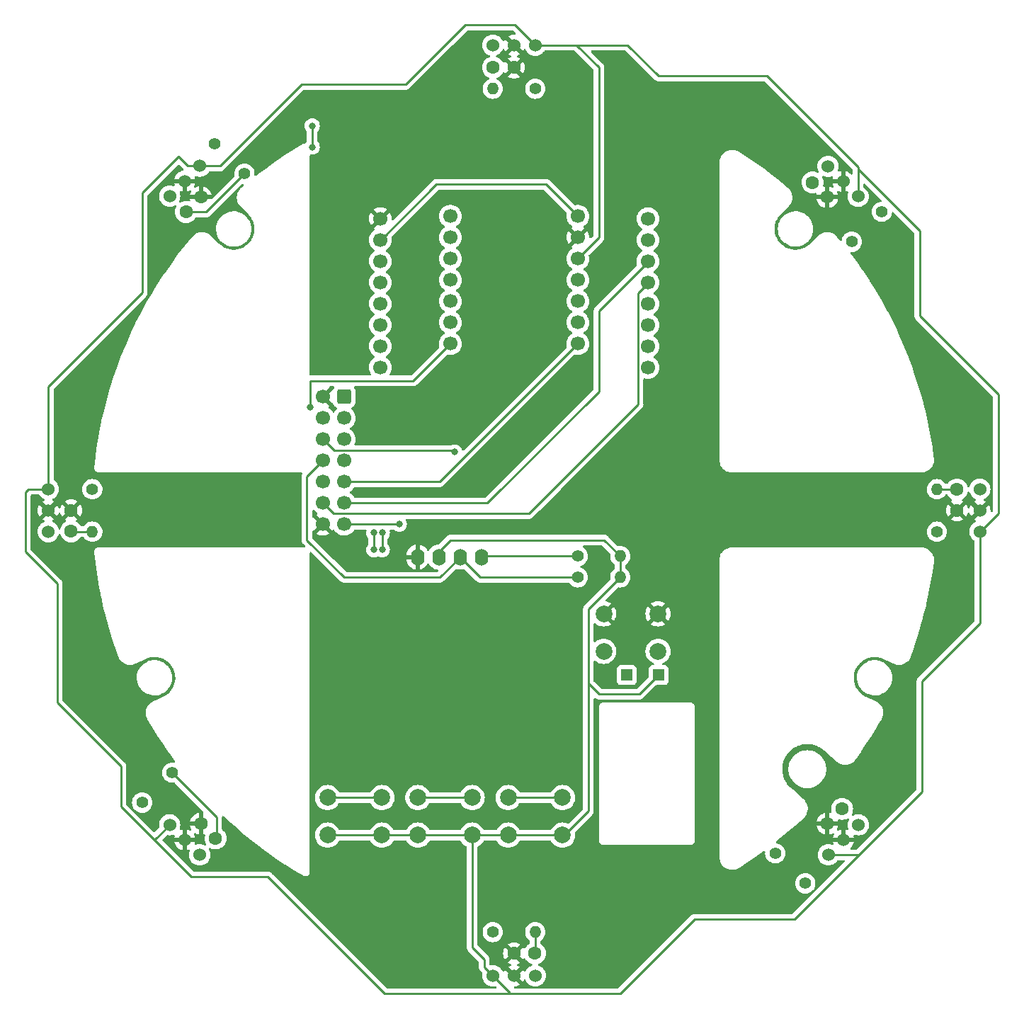
<source format=gbr>
%TF.GenerationSoftware,KiCad,Pcbnew,(6.0.11)*%
%TF.CreationDate,2023-10-13T17:07:53+09:00*%
%TF.ProjectId,sensors_board,73656e73-6f72-4735-9f62-6f6172642e6b,rev?*%
%TF.SameCoordinates,Original*%
%TF.FileFunction,Copper,L1,Top*%
%TF.FilePolarity,Positive*%
%FSLAX46Y46*%
G04 Gerber Fmt 4.6, Leading zero omitted, Abs format (unit mm)*
G04 Created by KiCad (PCBNEW (6.0.11)) date 2023-10-13 17:07:53*
%MOMM*%
%LPD*%
G01*
G04 APERTURE LIST*
G04 Aperture macros list*
%AMRoundRect*
0 Rectangle with rounded corners*
0 $1 Rounding radius*
0 $2 $3 $4 $5 $6 $7 $8 $9 X,Y pos of 4 corners*
0 Add a 4 corners polygon primitive as box body*
4,1,4,$2,$3,$4,$5,$6,$7,$8,$9,$2,$3,0*
0 Add four circle primitives for the rounded corners*
1,1,$1+$1,$2,$3*
1,1,$1+$1,$4,$5*
1,1,$1+$1,$6,$7*
1,1,$1+$1,$8,$9*
0 Add four rect primitives between the rounded corners*
20,1,$1+$1,$2,$3,$4,$5,0*
20,1,$1+$1,$4,$5,$6,$7,0*
20,1,$1+$1,$6,$7,$8,$9,0*
20,1,$1+$1,$8,$9,$2,$3,0*%
%AMHorizOval*
0 Thick line with rounded ends*
0 $1 width*
0 $2 $3 position (X,Y) of the first rounded end (center of the circle)*
0 $4 $5 position (X,Y) of the second rounded end (center of the circle)*
0 Add line between two ends*
20,1,$1,$2,$3,$4,$5,0*
0 Add two circle primitives to create the rounded ends*
1,1,$1,$2,$3*
1,1,$1,$4,$5*%
G04 Aperture macros list end*
%TA.AperFunction,ComponentPad*%
%ADD10C,2.000000*%
%TD*%
%TA.AperFunction,ComponentPad*%
%ADD11R,1.350000X1.350000*%
%TD*%
%TA.AperFunction,ComponentPad*%
%ADD12C,1.400000*%
%TD*%
%TA.AperFunction,ComponentPad*%
%ADD13O,1.400000X1.400000*%
%TD*%
%TA.AperFunction,ComponentPad*%
%ADD14C,1.600000*%
%TD*%
%TA.AperFunction,ComponentPad*%
%ADD15HorizOval,1.400000X0.000000X0.000000X0.000000X0.000000X0*%
%TD*%
%TA.AperFunction,ComponentPad*%
%ADD16C,1.700000*%
%TD*%
%TA.AperFunction,ComponentPad*%
%ADD17HorizOval,1.400000X0.000000X0.000000X0.000000X0.000000X0*%
%TD*%
%TA.AperFunction,ComponentPad*%
%ADD18HorizOval,1.400000X0.000000X0.000000X0.000000X0.000000X0*%
%TD*%
%TA.AperFunction,ComponentPad*%
%ADD19HorizOval,1.400000X0.000000X0.000000X0.000000X0.000000X0*%
%TD*%
%TA.AperFunction,ComponentPad*%
%ADD20O,1.600000X2.000000*%
%TD*%
%TA.AperFunction,ComponentPad*%
%ADD21C,1.524000*%
%TD*%
%TA.AperFunction,ComponentPad*%
%ADD22RoundRect,0.250000X0.600000X0.600000X-0.600000X0.600000X-0.600000X-0.600000X0.600000X-0.600000X0*%
%TD*%
%TA.AperFunction,ViaPad*%
%ADD23C,0.800000*%
%TD*%
%TA.AperFunction,Conductor*%
%ADD24C,0.250000*%
%TD*%
G04 APERTURE END LIST*
D10*
%TO.P,SW1,1,1*%
%TO.N,Push_Enter*%
X147395000Y-136815000D03*
X140895000Y-136815000D03*
%TO.P,SW1,2,2*%
%TO.N,+3.3V*%
X140895000Y-141315000D03*
X147395000Y-141315000D03*
%TD*%
D11*
%TO.P,REF\u002A\u002A,1*%
%TO.N,Toggle_Switch*%
X165862000Y-122174000D03*
%TD*%
D12*
%TO.P,R3,1*%
%TO.N,Net-(R3-Pad1)*%
X202952545Y-105030000D03*
D13*
%TO.P,R3,2*%
%TO.N,IR3*%
X202952545Y-99950000D03*
%TD*%
D14*
%TO.P,C2,1*%
%TO.N,GND*%
X189848375Y-65041625D03*
%TO.P,C2,2*%
%TO.N,IR2*%
X188080608Y-63273858D03*
%TD*%
D12*
%TO.P,R4,1*%
%TO.N,Net-(R4-Pad1)*%
X187216051Y-147084051D03*
D15*
%TO.P,R4,2*%
%TO.N,IR4*%
X183623949Y-143491949D03*
%TD*%
D10*
%TO.P,SW5,1,1*%
%TO.N,Net-(SW5-Pad1)*%
X169620000Y-119344000D03*
X163120000Y-119344000D03*
%TO.P,SW5,2,2*%
%TO.N,GND*%
X169620000Y-114844000D03*
X163120000Y-114844000D03*
%TD*%
D14*
%TO.P,C6,1*%
%TO.N,GND*%
X114951625Y-139938375D03*
%TO.P,C6,2*%
%TO.N,IR6*%
X116719392Y-141706142D03*
%TD*%
D12*
%TO.P,R7,1*%
%TO.N,Net-(R7-Pad1)*%
X101980000Y-99950000D03*
D13*
%TO.P,R7,2*%
%TO.N,IR7*%
X101980000Y-105030000D03*
%TD*%
D10*
%TO.P,SW2,1,1*%
%TO.N,Push_Left*%
X130100000Y-136815000D03*
X136600000Y-136815000D03*
%TO.P,SW2,2,2*%
%TO.N,+3.3V*%
X130100000Y-141315000D03*
X136600000Y-141315000D03*
%TD*%
D14*
%TO.P,C8,1*%
%TO.N,GND*%
X114951625Y-65041625D03*
%TO.P,C8,2*%
%TO.N,IR8*%
X113183858Y-66809392D03*
%TD*%
%TO.P,C7,1*%
%TO.N,GND*%
X99440000Y-102490000D03*
%TO.P,C7,2*%
%TO.N,IR7*%
X99440000Y-104990000D03*
%TD*%
%TO.P,C4,1*%
%TO.N,GND*%
X189848375Y-139938375D03*
%TO.P,C4,2*%
%TO.N,IR4*%
X191616142Y-138170608D03*
%TD*%
%TO.P,C1,1*%
%TO.N,GND*%
X152400000Y-49530000D03*
%TO.P,C1,2*%
%TO.N,IR1*%
X149900000Y-49530000D03*
%TD*%
D11*
%TO.P,REF\u002A\u002A,1*%
%TO.N,+3.3V*%
X169672000Y-122174000D03*
%TD*%
D16*
%TO.P,U9,1,PA02_A0_D0*%
%TO.N,IR1*%
X144780000Y-67310000D03*
%TO.P,U9,2,PA4_A1_D1*%
%TO.N,IR2*%
X144780000Y-69850000D03*
%TO.P,U9,3,PA10_A2_D2*%
%TO.N,IR3*%
X144780000Y-72390000D03*
%TO.P,U9,4,PA11_A3_D3*%
%TO.N,IR4*%
X144780000Y-74930000D03*
%TO.P,U9,5,PA8_A4_D4_SDA*%
%TO.N,IR5*%
X144780000Y-77470000D03*
%TO.P,U9,6,PA9_A5_D5_SCL*%
%TO.N,IR6*%
X144780000Y-80010000D03*
%TO.P,U9,7,PB08_A6_D6_TX*%
%TO.N,Seeed_Tx*%
X144780000Y-82550000D03*
%TO.P,U9,8,PB09_A7_D7_RX*%
%TO.N,Seeed_Rx*%
X160020000Y-82550000D03*
%TO.P,U9,9,PA7_A8_D8_SCK*%
%TO.N,IR7*%
X160020000Y-80010000D03*
%TO.P,U9,10,PA5_A9_D9_MISO*%
%TO.N,IR8*%
X160020000Y-77470000D03*
%TO.P,U9,11,PA6_A10_D10_MOSI*%
%TO.N,unconnected-(U9-Pad11)*%
X160020000Y-74930000D03*
%TO.P,U9,12,3V3*%
%TO.N,+3.3V*%
X160020000Y-72390000D03*
%TO.P,U9,13,GND*%
%TO.N,GND*%
X160020000Y-69850000D03*
%TO.P,U9,14,5V*%
%TO.N,+5V*%
X160020000Y-67310000D03*
%TD*%
D12*
%TO.P,R8,1*%
%TO.N,Net-(R8-Pad1)*%
X116567949Y-58655949D03*
D17*
%TO.P,R8,2*%
%TO.N,IR8*%
X120160051Y-62248051D03*
%TD*%
D12*
%TO.P,R10,1*%
%TO.N,SDA*%
X160020000Y-107950000D03*
D13*
%TO.P,R10,2*%
%TO.N,+3.3V*%
X165100000Y-107950000D03*
%TD*%
D12*
%TO.P,R6,1*%
%TO.N,Net-(R6-Pad1)*%
X107931949Y-137432051D03*
D18*
%TO.P,R6,2*%
%TO.N,IR6*%
X111524051Y-133839949D03*
%TD*%
D12*
%TO.P,R5,1*%
%TO.N,Net-(R5-Pad1)*%
X149860000Y-152910000D03*
D13*
%TO.P,R5,2*%
%TO.N,IR5*%
X154940000Y-152910000D03*
%TD*%
D14*
%TO.P,C5,1*%
%TO.N,GND*%
X152400000Y-155450000D03*
%TO.P,C5,2*%
%TO.N,IR5*%
X154900000Y-155450000D03*
%TD*%
D10*
%TO.P,SW3,1,1*%
%TO.N,Push_Right*%
X151690000Y-136815000D03*
X158190000Y-136815000D03*
%TO.P,SW3,2,2*%
%TO.N,+3.3V*%
X151690000Y-141315000D03*
X158190000Y-141315000D03*
%TD*%
D12*
%TO.P,R2,1*%
%TO.N,Net-(R2-Pad1)*%
X196360051Y-66783949D03*
D19*
%TO.P,R2,2*%
%TO.N,IR2*%
X192767949Y-70376051D03*
%TD*%
D12*
%TO.P,R1,1*%
%TO.N,Net-(R1-Pad1)*%
X154940000Y-52070000D03*
D13*
%TO.P,R1,2*%
%TO.N,IR1*%
X149860000Y-52070000D03*
%TD*%
D20*
%TO.P,Brd1,1,GND*%
%TO.N,GND*%
X140860000Y-108065000D03*
%TO.P,Brd1,2,VCC*%
%TO.N,+3.3V*%
X143400000Y-108065000D03*
%TO.P,Brd1,3,SCL*%
%TO.N,SCL*%
X145940000Y-108065000D03*
%TO.P,Brd1,4,SDA*%
%TO.N,SDA*%
X148480000Y-108065000D03*
%TD*%
D14*
%TO.P,C3,1*%
%TO.N,GND*%
X205360000Y-102490000D03*
%TO.P,C3,2*%
%TO.N,IR3*%
X205360000Y-99990000D03*
%TD*%
D12*
%TO.P,R9,1*%
%TO.N,SCL*%
X160020000Y-110490000D03*
D13*
%TO.P,R9,2*%
%TO.N,+3.3V*%
X165100000Y-110490000D03*
%TD*%
D21*
%TO.P,U1,0,Vin*%
%TO.N,+3.3V*%
X154940000Y-46857455D03*
%TO.P,U1,1,GND*%
%TO.N,GND*%
X152400000Y-46857455D03*
%TO.P,U1,2,OUT*%
%TO.N,Net-(R1-Pad1)*%
X149860000Y-46857455D03*
%TD*%
%TO.P,U8,0,Vin*%
%TO.N,+3.3V*%
X114817275Y-61315172D03*
%TO.P,U8,1,GND*%
%TO.N,GND*%
X113021224Y-63111224D03*
%TO.P,U8,2,OUT*%
%TO.N,Net-(R8-Pad1)*%
X111225172Y-64907275D03*
%TD*%
D16*
%TO.P,U10,1,gnd*%
%TO.N,GND*%
X136400000Y-67621000D03*
%TO.P,U10,2,vin*%
%TO.N,+5V*%
X136400000Y-70161000D03*
%TO.P,U10,3,seru01*%
%TO.N,unconnected-(U10-Pad3)*%
X136400000Y-72701000D03*
%TO.P,U10,4,seru02*%
%TO.N,unconnected-(U10-Pad4)*%
X136400000Y-75241000D03*
%TO.P,U10,5,seru03*%
%TO.N,unconnected-(U10-Pad5)*%
X136400000Y-77781000D03*
%TO.P,U10,6,syn*%
%TO.N,unconnected-(U10-Pad6)*%
X136400000Y-80321000D03*
%TO.P,U10,7,boot*%
%TO.N,unconnected-(U10-Pad7)*%
X136400000Y-82861000D03*
%TO.P,U10,8,rst*%
%TO.N,Net-(SW5-Pad1)*%
X136400000Y-85401000D03*
%TO.P,U10,9,mosi*%
%TO.N,unconnected-(U10-Pad9)*%
X168400000Y-85401000D03*
%TO.P,U10,10,sclk*%
%TO.N,unconnected-(U10-Pad10)*%
X168400000Y-82861000D03*
%TO.P,U10,11,miso*%
%TO.N,unconnected-(U10-Pad11)*%
X168400000Y-80321000D03*
%TO.P,U10,12,ss*%
%TO.N,unconnected-(U10-Pad12)*%
X168400000Y-77781000D03*
%TO.P,U10,13,txo/scl*%
%TO.N,OpenMV_Tx*%
X168400000Y-75241000D03*
%TO.P,U10,14,rxd/sca*%
%TO.N,OpenMV_Rx*%
X168400000Y-72701000D03*
%TO.P,U10,15,adc/dac*%
%TO.N,unconnected-(U10-Pad15)*%
X168400000Y-70161000D03*
%TO.P,U10,16,3.3v*%
%TO.N,unconnected-(U10-Pad16)*%
X168400000Y-67621000D03*
%TD*%
D21*
%TO.P,U3,0,Vin*%
%TO.N,+3.3V*%
X208090000Y-105030000D03*
%TO.P,U3,1,GND*%
%TO.N,GND*%
X208090000Y-102490000D03*
%TO.P,U3,2,OUT*%
%TO.N,Net-(R3-Pad1)*%
X208090000Y-99950000D03*
%TD*%
D22*
%TO.P,J1,1,Pin_1*%
%TO.N,+5V*%
X132080000Y-88900000D03*
D16*
%TO.P,J1,2,Pin_2*%
%TO.N,GND*%
X129540000Y-88900000D03*
%TO.P,J1,3,Pin_3*%
%TO.N,Push_Enter*%
X132080000Y-91440000D03*
%TO.P,J1,4,Pin_4*%
%TO.N,Push_Left*%
X129540000Y-91440000D03*
%TO.P,J1,5,Pin_5*%
%TO.N,Push_Right*%
X132080000Y-93980000D03*
%TO.P,J1,6,Pin_6*%
%TO.N,Toggle_Switch*%
X129540000Y-93980000D03*
%TO.P,J1,7,Pin_7*%
%TO.N,SDA*%
X132080000Y-96520000D03*
%TO.P,J1,8,Pin_8*%
%TO.N,SCL*%
X129540000Y-96520000D03*
%TO.P,J1,9,Pin_9*%
%TO.N,Seeed_Rx*%
X132080000Y-99060000D03*
%TO.P,J1,10,Pin_10*%
%TO.N,Seeed_Tx*%
X129540000Y-99060000D03*
%TO.P,J1,11,Pin_11*%
%TO.N,OpenMV_Rx*%
X132080000Y-101600000D03*
%TO.P,J1,12,Pin_12*%
%TO.N,OpenMV_Tx*%
X129540000Y-101600000D03*
%TO.P,J1,13,Pin_13*%
%TO.N,+5V*%
X132080000Y-104140000D03*
%TO.P,J1,14,Pin_14*%
%TO.N,GND*%
X129540000Y-104140000D03*
%TD*%
D21*
%TO.P,U4,0,Vin*%
%TO.N,+3.3V*%
X189982725Y-143664828D03*
%TO.P,U4,1,GND*%
%TO.N,GND*%
X191778776Y-141868776D03*
%TO.P,U4,2,OUT*%
%TO.N,Net-(R4-Pad1)*%
X193574828Y-140072725D03*
%TD*%
%TO.P,U7,0,Vin*%
%TO.N,+3.3V*%
X96710000Y-99950000D03*
%TO.P,U7,1,GND*%
%TO.N,GND*%
X96710000Y-102490000D03*
%TO.P,U7,2,OUT*%
%TO.N,Net-(R7-Pad1)*%
X96710000Y-105030000D03*
%TD*%
%TO.P,U6,0,Vin*%
%TO.N,+3.3V*%
X111225172Y-140072725D03*
%TO.P,U6,1,GND*%
%TO.N,GND*%
X113021224Y-141868776D03*
%TO.P,U6,2,OUT*%
%TO.N,Net-(R6-Pad1)*%
X114817275Y-143664828D03*
%TD*%
%TO.P,U2,0,Vin*%
%TO.N,+3.3V*%
X193534201Y-64947902D03*
%TO.P,U2,1,GND*%
%TO.N,GND*%
X191738149Y-63151851D03*
%TO.P,U2,2,OUT*%
%TO.N,Net-(R2-Pad1)*%
X189942098Y-61355799D03*
%TD*%
%TO.P,U5,0,Vin*%
%TO.N,+3.3V*%
X149860000Y-158122545D03*
%TO.P,U5,1,GND*%
%TO.N,GND*%
X152400000Y-158122545D03*
%TO.P,U5,2,OUT*%
%TO.N,Net-(R5-Pad1)*%
X154940000Y-158122545D03*
%TD*%
D23*
%TO.N,GND*%
X167894000Y-122174000D03*
X157734000Y-77470000D03*
X158242000Y-68580000D03*
X138938000Y-53086000D03*
X130556000Y-123444000D03*
X140208000Y-133350000D03*
X173482000Y-59182000D03*
X163830000Y-66040000D03*
X168910000Y-52070000D03*
X98806000Y-88646000D03*
X178562000Y-56134000D03*
X186182000Y-61468000D03*
X146558000Y-93472000D03*
X160782000Y-50546000D03*
X199644000Y-128778000D03*
X201168000Y-98552000D03*
X170942000Y-104394000D03*
X160020000Y-84836000D03*
X146812000Y-80264000D03*
X152146000Y-88138000D03*
X173990000Y-119888000D03*
X188214000Y-141732000D03*
X129032000Y-143510000D03*
X161036000Y-97790000D03*
X150876000Y-104648000D03*
X173482000Y-149352000D03*
X203708000Y-97536000D03*
X208788000Y-97536000D03*
X164084000Y-122174000D03*
X133604000Y-112776000D03*
X204724000Y-117094000D03*
X160274000Y-112522000D03*
X166624000Y-66040000D03*
X130302000Y-110998000D03*
X147828000Y-45974000D03*
X160782000Y-58928000D03*
X154686000Y-49276000D03*
X138938000Y-64262000D03*
X147066000Y-88392000D03*
X138684000Y-112268000D03*
X163830000Y-58928000D03*
X99314000Y-124714000D03*
X207010000Y-106680000D03*
X161798000Y-139700000D03*
X159004000Y-48514000D03*
X182118000Y-145034000D03*
X112268000Y-137414000D03*
X164084000Y-104902000D03*
X149098000Y-112014000D03*
X162052000Y-72136000D03*
X199390000Y-135382000D03*
X188722000Y-59182000D03*
X150114000Y-94234000D03*
X130556000Y-133604000D03*
X141986000Y-67310000D03*
X134366000Y-123190000D03*
X194056000Y-71882000D03*
X148082000Y-56388000D03*
X142494000Y-82296000D03*
X126746000Y-54356000D03*
X150368000Y-133350000D03*
X160274000Y-87630000D03*
X162306000Y-149606000D03*
X168910000Y-124968000D03*
X145796000Y-142748000D03*
X140462000Y-104394000D03*
X126238000Y-102362000D03*
X151638000Y-83566000D03*
X139446000Y-122174000D03*
X144018000Y-100330000D03*
X134620000Y-65532000D03*
X133096000Y-85090000D03*
X193548000Y-135382000D03*
X141986000Y-88138000D03*
X129794000Y-60706000D03*
X135890000Y-60198000D03*
X129540000Y-85344000D03*
X99060000Y-100076000D03*
X134620000Y-133858000D03*
X148336000Y-61722000D03*
X128778000Y-71628000D03*
X140208000Y-100330000D03*
X178308000Y-149606000D03*
X165100000Y-97790000D03*
X118618000Y-144780000D03*
X98552000Y-109474000D03*
X181102000Y-98552000D03*
X163830000Y-48514000D03*
X107696000Y-132080000D03*
X151892000Y-59436000D03*
X199644000Y-69596000D03*
X145796000Y-149860000D03*
X146558000Y-97790000D03*
X148590000Y-149606000D03*
X109728000Y-68580000D03*
X132842000Y-71374000D03*
X209042000Y-89662000D03*
X148844000Y-143764000D03*
X151384000Y-97790000D03*
X148590000Y-100330000D03*
X128778000Y-149606000D03*
X162052000Y-76962000D03*
X173990000Y-124968000D03*
X199136000Y-80010000D03*
X151384000Y-54356000D03*
X195580000Y-138430000D03*
X197612000Y-68326000D03*
X124714000Y-145796000D03*
X184912000Y-149098000D03*
X141732000Y-93980000D03*
X154940000Y-94234000D03*
X156718000Y-104394000D03*
X166370000Y-72390000D03*
X181864000Y-52578000D03*
%TO.N,IR7*%
X128270000Y-59055000D03*
X128270000Y-56515000D03*
%TO.N,+5V*%
X138684000Y-104140000D03*
%TO.N,Push_Enter*%
X136652000Y-105156000D03*
X136652000Y-107188000D03*
%TO.N,Push_Right*%
X135636000Y-105156000D03*
X135636000Y-107188000D03*
%TO.N,Toggle_Switch*%
X145288000Y-95504000D03*
%TO.N,Seeed_Tx*%
X128016000Y-90170000D03*
%TD*%
D24*
%TO.N,SDA*%
X148595000Y-107950000D02*
X148480000Y-108065000D01*
X160020000Y-107950000D02*
X148595000Y-107950000D01*
%TO.N,SCL*%
X127635000Y-98425000D02*
X129540000Y-96520000D01*
X127635000Y-106045000D02*
X127635000Y-98425000D01*
X160020000Y-110490000D02*
X148365000Y-110490000D01*
X145940000Y-108065000D02*
X143515000Y-110490000D01*
X148365000Y-110490000D02*
X145940000Y-108065000D01*
X132080000Y-110490000D02*
X127635000Y-106045000D01*
X143515000Y-110490000D02*
X132080000Y-110490000D01*
%TO.N,+3.3V*%
X210312000Y-88646000D02*
X210312000Y-102808000D01*
X162560000Y-69850000D02*
X160020000Y-72390000D01*
X93980000Y-100330000D02*
X94360000Y-99950000D01*
X193647172Y-143664828D02*
X189982725Y-143664828D01*
X105410000Y-137922000D02*
X105410000Y-133096000D01*
X149860000Y-158122545D02*
X148835000Y-157097545D01*
X165100000Y-107950000D02*
X163195000Y-106045000D01*
X193534201Y-61454201D02*
X193534201Y-61708201D01*
X148835000Y-156201000D02*
X147395000Y-154761000D01*
X182626000Y-50546000D02*
X193534201Y-61454201D01*
X162560000Y-49530000D02*
X162560000Y-69850000D01*
X107950000Y-76454000D02*
X107950000Y-64516000D01*
X200914000Y-69088000D02*
X200914000Y-79248000D01*
X193534201Y-61708201D02*
X193534201Y-64947902D01*
X109474000Y-141986000D02*
X109474000Y-141823897D01*
X107950000Y-64516000D02*
X112268000Y-60198000D01*
X139446000Y-51562000D02*
X146558000Y-44450000D01*
X193647172Y-143664828D02*
X185928000Y-151384000D01*
X109474000Y-141823897D02*
X111225172Y-140072725D01*
X165983455Y-46857455D02*
X169672000Y-50546000D01*
X144780000Y-106045000D02*
X143400000Y-107425000D01*
X208090000Y-105030000D02*
X208090000Y-116014000D01*
X201168000Y-122936000D02*
X201168000Y-136144000D01*
X147395000Y-154761000D02*
X147395000Y-141315000D01*
X165100000Y-160274000D02*
X151892000Y-160274000D01*
X97790000Y-111252000D02*
X93980000Y-107442000D01*
X201168000Y-136144000D02*
X193647172Y-143664828D01*
X163195000Y-106045000D02*
X144780000Y-106045000D01*
X112268000Y-60198000D02*
X113385172Y-61315172D01*
X169672000Y-122174000D02*
X167386000Y-124460000D01*
X151892000Y-160274000D02*
X136906000Y-160274000D01*
X94360000Y-99950000D02*
X96710000Y-99950000D01*
X158405000Y-141315000D02*
X130100000Y-141315000D01*
X208090000Y-116014000D02*
X201168000Y-122936000D01*
X105410000Y-133096000D02*
X97790000Y-125476000D01*
X151892000Y-160274000D02*
X151892000Y-160154545D01*
X185928000Y-151384000D02*
X173990000Y-151384000D01*
X151892000Y-160154545D02*
X149860000Y-158122545D01*
X210312000Y-102808000D02*
X208090000Y-105030000D01*
X97790000Y-125476000D02*
X97790000Y-111252000D01*
X146558000Y-44450000D02*
X152532545Y-44450000D01*
X165100000Y-110490000D02*
X161290000Y-114300000D01*
X136906000Y-160274000D02*
X122936000Y-146304000D01*
X165100000Y-110490000D02*
X165100000Y-107950000D01*
X96710000Y-87694000D02*
X107950000Y-76454000D01*
X173990000Y-151384000D02*
X165100000Y-160274000D01*
X193534201Y-61708201D02*
X200914000Y-69088000D01*
X152532545Y-44450000D02*
X154940000Y-46857455D01*
X109474000Y-141986000D02*
X105410000Y-137922000D01*
X159887455Y-46857455D02*
X162560000Y-49530000D01*
X93980000Y-107442000D02*
X93980000Y-100330000D01*
X113792000Y-146304000D02*
X109474000Y-141986000D01*
X159887455Y-46857455D02*
X165983455Y-46857455D01*
X113385172Y-61315172D02*
X114817275Y-61315172D01*
X143400000Y-107425000D02*
X143400000Y-108065000D01*
X162560000Y-124460000D02*
X161290000Y-123190000D01*
X96710000Y-99950000D02*
X96710000Y-87694000D01*
X167386000Y-124460000D02*
X162560000Y-124460000D01*
X154940000Y-46857455D02*
X159887455Y-46857455D01*
X169672000Y-50546000D02*
X182626000Y-50546000D01*
X161290000Y-120904000D02*
X161290000Y-138430000D01*
X161290000Y-138430000D02*
X158405000Y-141315000D01*
X161290000Y-114300000D02*
X161290000Y-120904000D01*
X161290000Y-123190000D02*
X161290000Y-120904000D01*
X200914000Y-79248000D02*
X210312000Y-88646000D01*
X122936000Y-146304000D02*
X113792000Y-146304000D01*
X127000000Y-51562000D02*
X139446000Y-51562000D01*
X114817275Y-61315172D02*
X117246828Y-61315172D01*
X148835000Y-157097545D02*
X148835000Y-156201000D01*
X117246828Y-61315172D02*
X127000000Y-51562000D01*
%TO.N,IR3*%
X202952545Y-99950000D02*
X205320000Y-99950000D01*
X205320000Y-99950000D02*
X205360000Y-99990000D01*
%TO.N,IR5*%
X154940000Y-155410000D02*
X154900000Y-155450000D01*
X154940000Y-152910000D02*
X154940000Y-155410000D01*
%TO.N,IR6*%
X116840000Y-139155898D02*
X111524051Y-133839949D01*
X116840000Y-141585534D02*
X116840000Y-139155898D01*
X116719392Y-141706142D02*
X116840000Y-141585534D01*
%TO.N,IR7*%
X101980000Y-105030000D02*
X99480000Y-105030000D01*
X99480000Y-105030000D02*
X99440000Y-104990000D01*
X128270000Y-59055000D02*
X128270000Y-56515000D01*
%TO.N,IR8*%
X115598710Y-66809392D02*
X113183858Y-66809392D01*
X120160051Y-62248051D02*
X115598710Y-66809392D01*
%TO.N,+5V*%
X136400000Y-70231000D02*
X143131000Y-63500000D01*
X143131000Y-63500000D02*
X156210000Y-63500000D01*
X138684000Y-104140000D02*
X132080000Y-104140000D01*
X156210000Y-63500000D02*
X160020000Y-67310000D01*
%TO.N,Push_Enter*%
X136652000Y-107188000D02*
X136652000Y-105156000D01*
X147395000Y-136815000D02*
X140895000Y-136815000D01*
%TO.N,Push_Left*%
X136600000Y-136815000D02*
X130100000Y-136815000D01*
%TO.N,Push_Right*%
X135636000Y-107188000D02*
X135636000Y-105156000D01*
X158190000Y-136815000D02*
X151690000Y-136815000D01*
%TO.N,Toggle_Switch*%
X130905000Y-95345000D02*
X145129000Y-95345000D01*
X129540000Y-93980000D02*
X130905000Y-95345000D01*
X145129000Y-95345000D02*
X145288000Y-95504000D01*
%TO.N,Seeed_Rx*%
X143510000Y-99060000D02*
X132080000Y-99060000D01*
X160020000Y-82550000D02*
X143510000Y-99060000D01*
%TO.N,Seeed_Tx*%
X128016000Y-86995000D02*
X140335000Y-86995000D01*
X140335000Y-86995000D02*
X144780000Y-82550000D01*
X128016000Y-89916000D02*
X128016000Y-86995000D01*
%TO.N,OpenMV_Rx*%
X168400000Y-72771000D02*
X162560000Y-78611000D01*
X162560000Y-88265000D02*
X149225000Y-101600000D01*
X149225000Y-101600000D02*
X132080000Y-101600000D01*
X162560000Y-78611000D02*
X162560000Y-88265000D01*
%TO.N,OpenMV_Tx*%
X168400000Y-75311000D02*
X167225000Y-76486000D01*
X130810000Y-102870000D02*
X129540000Y-101600000D01*
X167225000Y-89816777D02*
X154171777Y-102870000D01*
X154171777Y-102870000D02*
X130810000Y-102870000D01*
X167225000Y-76486000D02*
X167225000Y-89816777D01*
%TD*%
%TA.AperFunction,Conductor*%
%TO.N,GND*%
G36*
X152286072Y-45103502D02*
G01*
X152307046Y-45120405D01*
X152559859Y-45373218D01*
X152593885Y-45435530D01*
X152588820Y-45506345D01*
X152546273Y-45563181D01*
X152479753Y-45587992D01*
X152459783Y-45587834D01*
X152405476Y-45583083D01*
X152394525Y-45583083D01*
X152184104Y-45601493D01*
X152173309Y-45603396D01*
X151969285Y-45658064D01*
X151958993Y-45661810D01*
X151767559Y-45751078D01*
X151758068Y-45756558D01*
X151714235Y-45787249D01*
X151705860Y-45797726D01*
X151712928Y-45811173D01*
X153447003Y-47545248D01*
X153458777Y-47551678D01*
X153470793Y-47542381D01*
X153500897Y-47499387D01*
X153506377Y-47489896D01*
X153555529Y-47384490D01*
X153602447Y-47331205D01*
X153670724Y-47311744D01*
X153738684Y-47332286D01*
X153783919Y-47384490D01*
X153833186Y-47490144D01*
X153833189Y-47490149D01*
X153835512Y-47495131D01*
X153838668Y-47499638D01*
X153838669Y-47499640D01*
X153945647Y-47652420D01*
X153963023Y-47677236D01*
X154120219Y-47834432D01*
X154124727Y-47837589D01*
X154124730Y-47837591D01*
X154184217Y-47879244D01*
X154302323Y-47961943D01*
X154307305Y-47964266D01*
X154307310Y-47964269D01*
X154498822Y-48053572D01*
X154503804Y-48055895D01*
X154509112Y-48057317D01*
X154509114Y-48057318D01*
X154553608Y-48069240D01*
X154718537Y-48113433D01*
X154940000Y-48132808D01*
X155161463Y-48113433D01*
X155326392Y-48069240D01*
X155370886Y-48057318D01*
X155370888Y-48057317D01*
X155376196Y-48055895D01*
X155381178Y-48053572D01*
X155572690Y-47964269D01*
X155572695Y-47964266D01*
X155577677Y-47961943D01*
X155695783Y-47879244D01*
X155755270Y-47837591D01*
X155755273Y-47837589D01*
X155759781Y-47834432D01*
X155916977Y-47677236D01*
X155934354Y-47652420D01*
X156009791Y-47544684D01*
X156065248Y-47500356D01*
X156113004Y-47490955D01*
X159572861Y-47490955D01*
X159640982Y-47510957D01*
X159661956Y-47527860D01*
X161889595Y-49755499D01*
X161923621Y-49817811D01*
X161926500Y-49844594D01*
X161926500Y-69535405D01*
X161906498Y-69603526D01*
X161889595Y-69624500D01*
X161596413Y-69917682D01*
X161534101Y-69951708D01*
X161463286Y-69946643D01*
X161406450Y-69904096D01*
X161381742Y-69838911D01*
X161364781Y-69632604D01*
X161363096Y-69622424D01*
X161311214Y-69415875D01*
X161307894Y-69406124D01*
X161222972Y-69210814D01*
X161218105Y-69201739D01*
X161153063Y-69101197D01*
X161142377Y-69091995D01*
X161132812Y-69096398D01*
X159266737Y-70962473D01*
X159259977Y-70974853D01*
X159265258Y-70981907D01*
X159311969Y-71009203D01*
X159360693Y-71060841D01*
X159373764Y-71130624D01*
X159347033Y-71196396D01*
X159306584Y-71229752D01*
X159293607Y-71236507D01*
X159289474Y-71239610D01*
X159289471Y-71239612D01*
X159119100Y-71367530D01*
X159114965Y-71370635D01*
X158960629Y-71532138D01*
X158957715Y-71536410D01*
X158957714Y-71536411D01*
X158933972Y-71571216D01*
X158834743Y-71716680D01*
X158819003Y-71750590D01*
X158749559Y-71900195D01*
X158740688Y-71919305D01*
X158680989Y-72134570D01*
X158657251Y-72356695D01*
X158657548Y-72361848D01*
X158657548Y-72361851D01*
X158663011Y-72456590D01*
X158670110Y-72579715D01*
X158671247Y-72584761D01*
X158671248Y-72584767D01*
X158676731Y-72609094D01*
X158719222Y-72797639D01*
X158759346Y-72896453D01*
X158798965Y-72994023D01*
X158803266Y-73004616D01*
X158919987Y-73195088D01*
X159066250Y-73363938D01*
X159238126Y-73506632D01*
X159243873Y-73509990D01*
X159311445Y-73549476D01*
X159360169Y-73601114D01*
X159373240Y-73670897D01*
X159346509Y-73736669D01*
X159306055Y-73770027D01*
X159293607Y-73776507D01*
X159289474Y-73779610D01*
X159289471Y-73779612D01*
X159119100Y-73907530D01*
X159114965Y-73910635D01*
X158960629Y-74072138D01*
X158957715Y-74076410D01*
X158957714Y-74076411D01*
X158905249Y-74153322D01*
X158834743Y-74256680D01*
X158819003Y-74290590D01*
X158761896Y-74413617D01*
X158740688Y-74459305D01*
X158680989Y-74674570D01*
X158657251Y-74896695D01*
X158657548Y-74901848D01*
X158657548Y-74901851D01*
X158663011Y-74996590D01*
X158670110Y-75119715D01*
X158671247Y-75124761D01*
X158671248Y-75124767D01*
X158688781Y-75202562D01*
X158719222Y-75337639D01*
X158759346Y-75436453D01*
X158798965Y-75534023D01*
X158803266Y-75544616D01*
X158919987Y-75735088D01*
X159066250Y-75903938D01*
X159238126Y-76046632D01*
X159308595Y-76087811D01*
X159311445Y-76089476D01*
X159360169Y-76141114D01*
X159373240Y-76210897D01*
X159346509Y-76276669D01*
X159306055Y-76310027D01*
X159293607Y-76316507D01*
X159289474Y-76319610D01*
X159289471Y-76319612D01*
X159119100Y-76447530D01*
X159114965Y-76450635D01*
X158960629Y-76612138D01*
X158957715Y-76616410D01*
X158957714Y-76616411D01*
X158939838Y-76642617D01*
X158834743Y-76796680D01*
X158800409Y-76870647D01*
X158761896Y-76953617D01*
X158740688Y-76999305D01*
X158680989Y-77214570D01*
X158657251Y-77436695D01*
X158657548Y-77441848D01*
X158657548Y-77441851D01*
X158663011Y-77536590D01*
X158670110Y-77659715D01*
X158671247Y-77664761D01*
X158671248Y-77664767D01*
X158676653Y-77688750D01*
X158719222Y-77877639D01*
X158759346Y-77976453D01*
X158798965Y-78074023D01*
X158803266Y-78084616D01*
X158827877Y-78124777D01*
X158900096Y-78242628D01*
X158919987Y-78275088D01*
X159066250Y-78443938D01*
X159192599Y-78548835D01*
X159233889Y-78583114D01*
X159238126Y-78586632D01*
X159259009Y-78598835D01*
X159311445Y-78629476D01*
X159360169Y-78681114D01*
X159373240Y-78750897D01*
X159346509Y-78816669D01*
X159306055Y-78850027D01*
X159293607Y-78856507D01*
X159289474Y-78859610D01*
X159289471Y-78859612D01*
X159119100Y-78987530D01*
X159114965Y-78990635D01*
X158960629Y-79152138D01*
X158957715Y-79156410D01*
X158957714Y-79156411D01*
X158887088Y-79259945D01*
X158834743Y-79336680D01*
X158787715Y-79437993D01*
X158755026Y-79508417D01*
X158740688Y-79539305D01*
X158680989Y-79754570D01*
X158657251Y-79976695D01*
X158657548Y-79981848D01*
X158657548Y-79981851D01*
X158663011Y-80076590D01*
X158670110Y-80199715D01*
X158671247Y-80204761D01*
X158671248Y-80204767D01*
X158687387Y-80276379D01*
X158719222Y-80417639D01*
X158759346Y-80516453D01*
X158798965Y-80614023D01*
X158803266Y-80624616D01*
X158919987Y-80815088D01*
X159066250Y-80983938D01*
X159238126Y-81126632D01*
X159243873Y-81129990D01*
X159311445Y-81169476D01*
X159360169Y-81221114D01*
X159373240Y-81290897D01*
X159346509Y-81356669D01*
X159306055Y-81390027D01*
X159300350Y-81392997D01*
X159293607Y-81396507D01*
X159289474Y-81399610D01*
X159289471Y-81399612D01*
X159119100Y-81527530D01*
X159114965Y-81530635D01*
X158960629Y-81692138D01*
X158957715Y-81696410D01*
X158957714Y-81696411D01*
X158945404Y-81714457D01*
X158834743Y-81876680D01*
X158819003Y-81910590D01*
X158761896Y-82033617D01*
X158740688Y-82079305D01*
X158680989Y-82294570D01*
X158657251Y-82516695D01*
X158657548Y-82521848D01*
X158657548Y-82521851D01*
X158663011Y-82616590D01*
X158670110Y-82739715D01*
X158671247Y-82744761D01*
X158671248Y-82744767D01*
X158703453Y-82887668D01*
X158698917Y-82958520D01*
X158669631Y-83004464D01*
X146370702Y-95303393D01*
X146308390Y-95337419D01*
X146237575Y-95332354D01*
X146180739Y-95289807D01*
X146161774Y-95253234D01*
X146147512Y-95209338D01*
X146122527Y-95132444D01*
X146027040Y-94967056D01*
X145899253Y-94825134D01*
X145744752Y-94712882D01*
X145738724Y-94710198D01*
X145738722Y-94710197D01*
X145576319Y-94637891D01*
X145576318Y-94637891D01*
X145570288Y-94635206D01*
X145476887Y-94615353D01*
X145389944Y-94596872D01*
X145389939Y-94596872D01*
X145383487Y-94595500D01*
X145192513Y-94595500D01*
X145186061Y-94596872D01*
X145186056Y-94596872D01*
X145099113Y-94615353D01*
X145005712Y-94635206D01*
X144999682Y-94637891D01*
X144999681Y-94637891D01*
X144858818Y-94700607D01*
X144807569Y-94711500D01*
X133436732Y-94711500D01*
X133368611Y-94691498D01*
X133322118Y-94637842D01*
X133312014Y-94567568D01*
X133323775Y-94529673D01*
X133345136Y-94486452D01*
X133347430Y-94481811D01*
X133412370Y-94268069D01*
X133441529Y-94046590D01*
X133443156Y-93980000D01*
X133424852Y-93757361D01*
X133370431Y-93540702D01*
X133281354Y-93335840D01*
X133160014Y-93148277D01*
X133009670Y-92983051D01*
X133005619Y-92979852D01*
X133005615Y-92979848D01*
X132838414Y-92847800D01*
X132838410Y-92847798D01*
X132834359Y-92844598D01*
X132793053Y-92821796D01*
X132743084Y-92771364D01*
X132728312Y-92701921D01*
X132753428Y-92635516D01*
X132780780Y-92608909D01*
X132824603Y-92577650D01*
X132959860Y-92481173D01*
X133118096Y-92323489D01*
X133177594Y-92240689D01*
X133245435Y-92146277D01*
X133248453Y-92142077D01*
X133269320Y-92099857D01*
X133345136Y-91946453D01*
X133345137Y-91946451D01*
X133347430Y-91941811D01*
X133412370Y-91728069D01*
X133441529Y-91506590D01*
X133441611Y-91503240D01*
X133443074Y-91443365D01*
X133443074Y-91443361D01*
X133443156Y-91440000D01*
X133424852Y-91217361D01*
X133370431Y-91000702D01*
X133281354Y-90795840D01*
X133160014Y-90608277D01*
X133009670Y-90443051D01*
X132967006Y-90409357D01*
X132925944Y-90351441D01*
X132922712Y-90280518D01*
X132958337Y-90219107D01*
X132991647Y-90196376D01*
X132997007Y-90193865D01*
X133003946Y-90191550D01*
X133154348Y-90098478D01*
X133279305Y-89973303D01*
X133309242Y-89924737D01*
X133368275Y-89828968D01*
X133368276Y-89828966D01*
X133372115Y-89822738D01*
X133427797Y-89654861D01*
X133438500Y-89550400D01*
X133438500Y-88249600D01*
X133436998Y-88235125D01*
X133428238Y-88150692D01*
X133428237Y-88150688D01*
X133427526Y-88143834D01*
X133371550Y-87976054D01*
X133278478Y-87825652D01*
X133279818Y-87824823D01*
X133256396Y-87766950D01*
X133269569Y-87697187D01*
X133318368Y-87645619D01*
X133381779Y-87628500D01*
X140256233Y-87628500D01*
X140267416Y-87629027D01*
X140274909Y-87630702D01*
X140282835Y-87630453D01*
X140282836Y-87630453D01*
X140342986Y-87628562D01*
X140346945Y-87628500D01*
X140374856Y-87628500D01*
X140378791Y-87628003D01*
X140378856Y-87627995D01*
X140390693Y-87627062D01*
X140422951Y-87626048D01*
X140426970Y-87625922D01*
X140434889Y-87625673D01*
X140454343Y-87620021D01*
X140473700Y-87616013D01*
X140485930Y-87614468D01*
X140485931Y-87614468D01*
X140493797Y-87613474D01*
X140501168Y-87610555D01*
X140501170Y-87610555D01*
X140534912Y-87597196D01*
X140546142Y-87593351D01*
X140580983Y-87583229D01*
X140580984Y-87583229D01*
X140588593Y-87581018D01*
X140595412Y-87576985D01*
X140595417Y-87576983D01*
X140606028Y-87570707D01*
X140623776Y-87562012D01*
X140642617Y-87554552D01*
X140678387Y-87528564D01*
X140688307Y-87522048D01*
X140719535Y-87503580D01*
X140719538Y-87503578D01*
X140726362Y-87499542D01*
X140740683Y-87485221D01*
X140755717Y-87472380D01*
X140772107Y-87460472D01*
X140800298Y-87426395D01*
X140808288Y-87417616D01*
X144324549Y-83901355D01*
X144386861Y-83867329D01*
X144438762Y-83866979D01*
X144618597Y-83903567D01*
X144623772Y-83903757D01*
X144623774Y-83903757D01*
X144836673Y-83911564D01*
X144836677Y-83911564D01*
X144841837Y-83911753D01*
X144846957Y-83911097D01*
X144846959Y-83911097D01*
X145058288Y-83884025D01*
X145058289Y-83884025D01*
X145063416Y-83883368D01*
X145068366Y-83881883D01*
X145272429Y-83820661D01*
X145272434Y-83820659D01*
X145277384Y-83819174D01*
X145477994Y-83720896D01*
X145659860Y-83591173D01*
X145688055Y-83563077D01*
X145771402Y-83480020D01*
X145818096Y-83433489D01*
X145865548Y-83367453D01*
X145945435Y-83256277D01*
X145948453Y-83252077D01*
X145993892Y-83160139D01*
X146045136Y-83056453D01*
X146045137Y-83056451D01*
X146047430Y-83051811D01*
X146112370Y-82838069D01*
X146141529Y-82616590D01*
X146143156Y-82550000D01*
X146124852Y-82327361D01*
X146070431Y-82110702D01*
X145981354Y-81905840D01*
X145860014Y-81718277D01*
X145709670Y-81553051D01*
X145705619Y-81549852D01*
X145705615Y-81549848D01*
X145538414Y-81417800D01*
X145538410Y-81417798D01*
X145534359Y-81414598D01*
X145493053Y-81391796D01*
X145443084Y-81341364D01*
X145428312Y-81271921D01*
X145453428Y-81205516D01*
X145480780Y-81178909D01*
X145549362Y-81129990D01*
X145659860Y-81051173D01*
X145688055Y-81023077D01*
X145771402Y-80940020D01*
X145818096Y-80893489D01*
X145865548Y-80827453D01*
X145945435Y-80716277D01*
X145948453Y-80712077D01*
X145957121Y-80694540D01*
X146045136Y-80516453D01*
X146045137Y-80516451D01*
X146047430Y-80511811D01*
X146112370Y-80298069D01*
X146141529Y-80076590D01*
X146143156Y-80010000D01*
X146124852Y-79787361D01*
X146070431Y-79570702D01*
X145981354Y-79365840D01*
X145928339Y-79283892D01*
X145862822Y-79182617D01*
X145862820Y-79182614D01*
X145860014Y-79178277D01*
X145709670Y-79013051D01*
X145705619Y-79009852D01*
X145705615Y-79009848D01*
X145538414Y-78877800D01*
X145538410Y-78877798D01*
X145534359Y-78874598D01*
X145493053Y-78851796D01*
X145443084Y-78801364D01*
X145428312Y-78731921D01*
X145453428Y-78665516D01*
X145480780Y-78638909D01*
X145549362Y-78589990D01*
X145659860Y-78511173D01*
X145688055Y-78483077D01*
X145771402Y-78400020D01*
X145818096Y-78353489D01*
X145865548Y-78287453D01*
X145945435Y-78176277D01*
X145948453Y-78172077D01*
X145976496Y-78115337D01*
X146045136Y-77976453D01*
X146045137Y-77976451D01*
X146047430Y-77971811D01*
X146112370Y-77758069D01*
X146141529Y-77536590D01*
X146143156Y-77470000D01*
X146124852Y-77247361D01*
X146070431Y-77030702D01*
X145981354Y-76825840D01*
X145921304Y-76733017D01*
X145862822Y-76642617D01*
X145862820Y-76642614D01*
X145860014Y-76638277D01*
X145709670Y-76473051D01*
X145705619Y-76469852D01*
X145705615Y-76469848D01*
X145538414Y-76337800D01*
X145538410Y-76337798D01*
X145534359Y-76334598D01*
X145493053Y-76311796D01*
X145443084Y-76261364D01*
X145428312Y-76191921D01*
X145453428Y-76125516D01*
X145480780Y-76098909D01*
X145549362Y-76049990D01*
X145659860Y-75971173D01*
X145688055Y-75943077D01*
X145771632Y-75859791D01*
X145818096Y-75813489D01*
X145861856Y-75752591D01*
X145945435Y-75636277D01*
X145948453Y-75632077D01*
X145999363Y-75529069D01*
X146045136Y-75436453D01*
X146045137Y-75436451D01*
X146047430Y-75431811D01*
X146112370Y-75218069D01*
X146141529Y-74996590D01*
X146143156Y-74930000D01*
X146124852Y-74707361D01*
X146070431Y-74490702D01*
X145981354Y-74285840D01*
X145860014Y-74098277D01*
X145709670Y-73933051D01*
X145705619Y-73929852D01*
X145705615Y-73929848D01*
X145538414Y-73797800D01*
X145538410Y-73797798D01*
X145534359Y-73794598D01*
X145493053Y-73771796D01*
X145443084Y-73721364D01*
X145428312Y-73651921D01*
X145453428Y-73585516D01*
X145480780Y-73558909D01*
X145549362Y-73509990D01*
X145659860Y-73431173D01*
X145688055Y-73403077D01*
X145745993Y-73345340D01*
X145818096Y-73273489D01*
X145865548Y-73207453D01*
X145945435Y-73096277D01*
X145948453Y-73092077D01*
X145986564Y-73014966D01*
X146045136Y-72896453D01*
X146045137Y-72896451D01*
X146047430Y-72891811D01*
X146112370Y-72678069D01*
X146141529Y-72456590D01*
X146143156Y-72390000D01*
X146124852Y-72167361D01*
X146070431Y-71950702D01*
X145981354Y-71745840D01*
X145860014Y-71558277D01*
X145709670Y-71393051D01*
X145705619Y-71389852D01*
X145705615Y-71389848D01*
X145538414Y-71257800D01*
X145538410Y-71257798D01*
X145534359Y-71254598D01*
X145493053Y-71231796D01*
X145443084Y-71181364D01*
X145428312Y-71111921D01*
X145453428Y-71045516D01*
X145480780Y-71018909D01*
X145549739Y-70969721D01*
X145659860Y-70891173D01*
X145688055Y-70863077D01*
X145771402Y-70780020D01*
X145818096Y-70733489D01*
X145843355Y-70698338D01*
X145945435Y-70556277D01*
X145948453Y-70552077D01*
X145951421Y-70546073D01*
X146045136Y-70356453D01*
X146045137Y-70356451D01*
X146047430Y-70351811D01*
X146091255Y-70207568D01*
X146110865Y-70143023D01*
X146110865Y-70143021D01*
X146112370Y-70138069D01*
X146141529Y-69916590D01*
X146141673Y-69910707D01*
X146143074Y-69853365D01*
X146143074Y-69853361D01*
X146143156Y-69850000D01*
X146140843Y-69821863D01*
X158658050Y-69821863D01*
X158670309Y-70034477D01*
X158671745Y-70044697D01*
X158718565Y-70252446D01*
X158721645Y-70262275D01*
X158801770Y-70459603D01*
X158806413Y-70468794D01*
X158886460Y-70599420D01*
X158896916Y-70608880D01*
X158905694Y-70605096D01*
X159647978Y-69862812D01*
X159655592Y-69848868D01*
X159655461Y-69847035D01*
X159651210Y-69840420D01*
X158909849Y-69099059D01*
X158898313Y-69092759D01*
X158886031Y-69102382D01*
X158838089Y-69172662D01*
X158833004Y-69181613D01*
X158743338Y-69374783D01*
X158739775Y-69384470D01*
X158682864Y-69589681D01*
X158680933Y-69599800D01*
X158658302Y-69811574D01*
X158658050Y-69821863D01*
X146140843Y-69821863D01*
X146124852Y-69627361D01*
X146070431Y-69410702D01*
X145981354Y-69205840D01*
X145912274Y-69099059D01*
X145862822Y-69022617D01*
X145862820Y-69022614D01*
X145860014Y-69018277D01*
X145709670Y-68853051D01*
X145705619Y-68849852D01*
X145705615Y-68849848D01*
X145538414Y-68717800D01*
X145538410Y-68717798D01*
X145534359Y-68714598D01*
X145493053Y-68691796D01*
X145443084Y-68641364D01*
X145428312Y-68571921D01*
X145453428Y-68505516D01*
X145480780Y-68478909D01*
X145549362Y-68429990D01*
X145659860Y-68351173D01*
X145688055Y-68323077D01*
X145771898Y-68239526D01*
X145818096Y-68193489D01*
X145856854Y-68139552D01*
X145945435Y-68016277D01*
X145948453Y-68012077D01*
X145955066Y-67998698D01*
X146045136Y-67816453D01*
X146045137Y-67816451D01*
X146047430Y-67811811D01*
X146097074Y-67648413D01*
X146110865Y-67603023D01*
X146110865Y-67603021D01*
X146112370Y-67598069D01*
X146141529Y-67376590D01*
X146141645Y-67371861D01*
X146143074Y-67313365D01*
X146143074Y-67313361D01*
X146143156Y-67310000D01*
X146124852Y-67087361D01*
X146070431Y-66870702D01*
X145981354Y-66665840D01*
X145926666Y-66581305D01*
X145862822Y-66482617D01*
X145862820Y-66482614D01*
X145860014Y-66478277D01*
X145709670Y-66313051D01*
X145705619Y-66309852D01*
X145705615Y-66309848D01*
X145538414Y-66177800D01*
X145538410Y-66177798D01*
X145534359Y-66174598D01*
X145516721Y-66164861D01*
X145448914Y-66127430D01*
X145338789Y-66066638D01*
X145333920Y-66064914D01*
X145333916Y-66064912D01*
X145133087Y-65993795D01*
X145133083Y-65993794D01*
X145128212Y-65992069D01*
X145123119Y-65991162D01*
X145123116Y-65991161D01*
X144913373Y-65953800D01*
X144913367Y-65953799D01*
X144908284Y-65952894D01*
X144834452Y-65951992D01*
X144690081Y-65950228D01*
X144690079Y-65950228D01*
X144684911Y-65950165D01*
X144464091Y-65983955D01*
X144251756Y-66053357D01*
X144221443Y-66069137D01*
X144060279Y-66153034D01*
X144053607Y-66156507D01*
X144049474Y-66159610D01*
X144049471Y-66159612D01*
X143898299Y-66273115D01*
X143874965Y-66290635D01*
X143720629Y-66452138D01*
X143717715Y-66456410D01*
X143717714Y-66456411D01*
X143695620Y-66488800D01*
X143594743Y-66636680D01*
X143553606Y-66725302D01*
X143512032Y-66814867D01*
X143500688Y-66839305D01*
X143440989Y-67054570D01*
X143417251Y-67276695D01*
X143417548Y-67281848D01*
X143417548Y-67281851D01*
X143426805Y-67442395D01*
X143430110Y-67499715D01*
X143431247Y-67504761D01*
X143431248Y-67504767D01*
X143444535Y-67563725D01*
X143479222Y-67717639D01*
X143527633Y-67836861D01*
X143558965Y-67914023D01*
X143563266Y-67924616D01*
X143589885Y-67968055D01*
X143672540Y-68102935D01*
X143679987Y-68115088D01*
X143826250Y-68283938D01*
X143998126Y-68426632D01*
X144068595Y-68467811D01*
X144071445Y-68469476D01*
X144120169Y-68521114D01*
X144133240Y-68590897D01*
X144106509Y-68656669D01*
X144066055Y-68690027D01*
X144053607Y-68696507D01*
X144049474Y-68699610D01*
X144049471Y-68699612D01*
X143879100Y-68827530D01*
X143874965Y-68830635D01*
X143720629Y-68992138D01*
X143717715Y-68996410D01*
X143717714Y-68996411D01*
X143647692Y-69099059D01*
X143594743Y-69176680D01*
X143577032Y-69214835D01*
X143520703Y-69336187D01*
X143500688Y-69379305D01*
X143440989Y-69594570D01*
X143417251Y-69816695D01*
X143417548Y-69821848D01*
X143417548Y-69821851D01*
X143425886Y-69966451D01*
X143430110Y-70039715D01*
X143431247Y-70044761D01*
X143431248Y-70044767D01*
X143449937Y-70127695D01*
X143479222Y-70257639D01*
X143528082Y-70377968D01*
X143558965Y-70454023D01*
X143563266Y-70464616D01*
X143565965Y-70469020D01*
X143646726Y-70600810D01*
X143679987Y-70655088D01*
X143826250Y-70823938D01*
X143998126Y-70966632D01*
X144033177Y-70987114D01*
X144071445Y-71009476D01*
X144120169Y-71061114D01*
X144133240Y-71130897D01*
X144106509Y-71196669D01*
X144066055Y-71230027D01*
X144053607Y-71236507D01*
X144049474Y-71239610D01*
X144049471Y-71239612D01*
X143879100Y-71367530D01*
X143874965Y-71370635D01*
X143720629Y-71532138D01*
X143717715Y-71536410D01*
X143717714Y-71536411D01*
X143693972Y-71571216D01*
X143594743Y-71716680D01*
X143579003Y-71750590D01*
X143509559Y-71900195D01*
X143500688Y-71919305D01*
X143440989Y-72134570D01*
X143417251Y-72356695D01*
X143417548Y-72361848D01*
X143417548Y-72361851D01*
X143423011Y-72456590D01*
X143430110Y-72579715D01*
X143431247Y-72584761D01*
X143431248Y-72584767D01*
X143436731Y-72609094D01*
X143479222Y-72797639D01*
X143519346Y-72896453D01*
X143558965Y-72994023D01*
X143563266Y-73004616D01*
X143679987Y-73195088D01*
X143826250Y-73363938D01*
X143998126Y-73506632D01*
X144003873Y-73509990D01*
X144071445Y-73549476D01*
X144120169Y-73601114D01*
X144133240Y-73670897D01*
X144106509Y-73736669D01*
X144066055Y-73770027D01*
X144053607Y-73776507D01*
X144049474Y-73779610D01*
X144049471Y-73779612D01*
X143879100Y-73907530D01*
X143874965Y-73910635D01*
X143720629Y-74072138D01*
X143717715Y-74076410D01*
X143717714Y-74076411D01*
X143665249Y-74153322D01*
X143594743Y-74256680D01*
X143579003Y-74290590D01*
X143521896Y-74413617D01*
X143500688Y-74459305D01*
X143440989Y-74674570D01*
X143417251Y-74896695D01*
X143417548Y-74901848D01*
X143417548Y-74901851D01*
X143423011Y-74996590D01*
X143430110Y-75119715D01*
X143431247Y-75124761D01*
X143431248Y-75124767D01*
X143448781Y-75202562D01*
X143479222Y-75337639D01*
X143519346Y-75436453D01*
X143558965Y-75534023D01*
X143563266Y-75544616D01*
X143679987Y-75735088D01*
X143826250Y-75903938D01*
X143998126Y-76046632D01*
X144068595Y-76087811D01*
X144071445Y-76089476D01*
X144120169Y-76141114D01*
X144133240Y-76210897D01*
X144106509Y-76276669D01*
X144066055Y-76310027D01*
X144053607Y-76316507D01*
X144049474Y-76319610D01*
X144049471Y-76319612D01*
X143879100Y-76447530D01*
X143874965Y-76450635D01*
X143720629Y-76612138D01*
X143717715Y-76616410D01*
X143717714Y-76616411D01*
X143699838Y-76642617D01*
X143594743Y-76796680D01*
X143560409Y-76870647D01*
X143521896Y-76953617D01*
X143500688Y-76999305D01*
X143440989Y-77214570D01*
X143417251Y-77436695D01*
X143417548Y-77441848D01*
X143417548Y-77441851D01*
X143423011Y-77536590D01*
X143430110Y-77659715D01*
X143431247Y-77664761D01*
X143431248Y-77664767D01*
X143436653Y-77688750D01*
X143479222Y-77877639D01*
X143519346Y-77976453D01*
X143558965Y-78074023D01*
X143563266Y-78084616D01*
X143587877Y-78124777D01*
X143660096Y-78242628D01*
X143679987Y-78275088D01*
X143826250Y-78443938D01*
X143952599Y-78548835D01*
X143993889Y-78583114D01*
X143998126Y-78586632D01*
X144019009Y-78598835D01*
X144071445Y-78629476D01*
X144120169Y-78681114D01*
X144133240Y-78750897D01*
X144106509Y-78816669D01*
X144066055Y-78850027D01*
X144053607Y-78856507D01*
X144049474Y-78859610D01*
X144049471Y-78859612D01*
X143879100Y-78987530D01*
X143874965Y-78990635D01*
X143720629Y-79152138D01*
X143717715Y-79156410D01*
X143717714Y-79156411D01*
X143647088Y-79259945D01*
X143594743Y-79336680D01*
X143547715Y-79437993D01*
X143515026Y-79508417D01*
X143500688Y-79539305D01*
X143440989Y-79754570D01*
X143417251Y-79976695D01*
X143417548Y-79981848D01*
X143417548Y-79981851D01*
X143423011Y-80076590D01*
X143430110Y-80199715D01*
X143431247Y-80204761D01*
X143431248Y-80204767D01*
X143447387Y-80276379D01*
X143479222Y-80417639D01*
X143519346Y-80516453D01*
X143558965Y-80614023D01*
X143563266Y-80624616D01*
X143679987Y-80815088D01*
X143826250Y-80983938D01*
X143998126Y-81126632D01*
X144003873Y-81129990D01*
X144071445Y-81169476D01*
X144120169Y-81221114D01*
X144133240Y-81290897D01*
X144106509Y-81356669D01*
X144066055Y-81390027D01*
X144060350Y-81392997D01*
X144053607Y-81396507D01*
X144049474Y-81399610D01*
X144049471Y-81399612D01*
X143879100Y-81527530D01*
X143874965Y-81530635D01*
X143720629Y-81692138D01*
X143717715Y-81696410D01*
X143717714Y-81696411D01*
X143705404Y-81714457D01*
X143594743Y-81876680D01*
X143579003Y-81910590D01*
X143521896Y-82033617D01*
X143500688Y-82079305D01*
X143440989Y-82294570D01*
X143417251Y-82516695D01*
X143417548Y-82521848D01*
X143417548Y-82521851D01*
X143423011Y-82616590D01*
X143430110Y-82739715D01*
X143431247Y-82744761D01*
X143431248Y-82744767D01*
X143463453Y-82887668D01*
X143458917Y-82958520D01*
X143429631Y-83004464D01*
X140109500Y-86324595D01*
X140047188Y-86358621D01*
X140020405Y-86361500D01*
X137628454Y-86361500D01*
X137560333Y-86341498D01*
X137513840Y-86287842D01*
X137503736Y-86217568D01*
X137526132Y-86161974D01*
X137565430Y-86107285D01*
X137565435Y-86107277D01*
X137568453Y-86103077D01*
X137571468Y-86096978D01*
X137665136Y-85907453D01*
X137665137Y-85907451D01*
X137667430Y-85902811D01*
X137732370Y-85689069D01*
X137761529Y-85467590D01*
X137763156Y-85401000D01*
X137744852Y-85178361D01*
X137690431Y-84961702D01*
X137601354Y-84756840D01*
X137480014Y-84569277D01*
X137329670Y-84404051D01*
X137325619Y-84400852D01*
X137325615Y-84400848D01*
X137158414Y-84268800D01*
X137158410Y-84268798D01*
X137154359Y-84265598D01*
X137113053Y-84242796D01*
X137063084Y-84192364D01*
X137048312Y-84122921D01*
X137073428Y-84056516D01*
X137100780Y-84029909D01*
X137144603Y-83998650D01*
X137279860Y-83902173D01*
X137438096Y-83744489D01*
X137497594Y-83661689D01*
X137565435Y-83567277D01*
X137568453Y-83563077D01*
X137659694Y-83378465D01*
X137665136Y-83367453D01*
X137665137Y-83367451D01*
X137667430Y-83362811D01*
X137732370Y-83149069D01*
X137761529Y-82927590D01*
X137761611Y-82924240D01*
X137763074Y-82864365D01*
X137763074Y-82864361D01*
X137763156Y-82861000D01*
X137744852Y-82638361D01*
X137690431Y-82421702D01*
X137601354Y-82216840D01*
X137480014Y-82029277D01*
X137329670Y-81864051D01*
X137325619Y-81860852D01*
X137325615Y-81860848D01*
X137158414Y-81728800D01*
X137158410Y-81728798D01*
X137154359Y-81725598D01*
X137113053Y-81702796D01*
X137063084Y-81652364D01*
X137048312Y-81582921D01*
X137073428Y-81516516D01*
X137100780Y-81489909D01*
X137144603Y-81458650D01*
X137279860Y-81362173D01*
X137285384Y-81356669D01*
X137434435Y-81208137D01*
X137438096Y-81204489D01*
X137496417Y-81123327D01*
X137565435Y-81027277D01*
X137568453Y-81023077D01*
X137572445Y-81015001D01*
X137665136Y-80827453D01*
X137665137Y-80827451D01*
X137667430Y-80822811D01*
X137706402Y-80694540D01*
X137730865Y-80614023D01*
X137730865Y-80614021D01*
X137732370Y-80609069D01*
X137761529Y-80387590D01*
X137763156Y-80321000D01*
X137744852Y-80098361D01*
X137690431Y-79881702D01*
X137601354Y-79676840D01*
X137561906Y-79615862D01*
X137482822Y-79493617D01*
X137482820Y-79493614D01*
X137480014Y-79489277D01*
X137329670Y-79324051D01*
X137325619Y-79320852D01*
X137325615Y-79320848D01*
X137158414Y-79188800D01*
X137158410Y-79188798D01*
X137154359Y-79185598D01*
X137113053Y-79162796D01*
X137063084Y-79112364D01*
X137048312Y-79042921D01*
X137073428Y-78976516D01*
X137100780Y-78949909D01*
X137160025Y-78907650D01*
X137279860Y-78822173D01*
X137285384Y-78816669D01*
X137434435Y-78668137D01*
X137438096Y-78664489D01*
X137496417Y-78583327D01*
X137565435Y-78487277D01*
X137568453Y-78483077D01*
X137602462Y-78414266D01*
X137665136Y-78287453D01*
X137665137Y-78287451D01*
X137667430Y-78282811D01*
X137720740Y-78107348D01*
X137730865Y-78074023D01*
X137730865Y-78074021D01*
X137732370Y-78069069D01*
X137761529Y-77847590D01*
X137763156Y-77781000D01*
X137744852Y-77558361D01*
X137690431Y-77341702D01*
X137601354Y-77136840D01*
X137509341Y-76994610D01*
X137482822Y-76953617D01*
X137482820Y-76953614D01*
X137480014Y-76949277D01*
X137329670Y-76784051D01*
X137325619Y-76780852D01*
X137325615Y-76780848D01*
X137158414Y-76648800D01*
X137158410Y-76648798D01*
X137154359Y-76645598D01*
X137113053Y-76622796D01*
X137063084Y-76572364D01*
X137048312Y-76502921D01*
X137073428Y-76436516D01*
X137100780Y-76409909D01*
X137166342Y-76363144D01*
X137279860Y-76282173D01*
X137285384Y-76276669D01*
X137434435Y-76128137D01*
X137438096Y-76124489D01*
X137448020Y-76110679D01*
X137565435Y-75947277D01*
X137568453Y-75943077D01*
X137662597Y-75752591D01*
X137665136Y-75747453D01*
X137665137Y-75747451D01*
X137667430Y-75742811D01*
X137702483Y-75627438D01*
X137730865Y-75534023D01*
X137730865Y-75534021D01*
X137732370Y-75529069D01*
X137761529Y-75307590D01*
X137763156Y-75241000D01*
X137744852Y-75018361D01*
X137690431Y-74801702D01*
X137601354Y-74596840D01*
X137480014Y-74409277D01*
X137329670Y-74244051D01*
X137325619Y-74240852D01*
X137325615Y-74240848D01*
X137158414Y-74108800D01*
X137158410Y-74108798D01*
X137154359Y-74105598D01*
X137113053Y-74082796D01*
X137063084Y-74032364D01*
X137048312Y-73962921D01*
X137073428Y-73896516D01*
X137100780Y-73869909D01*
X137144603Y-73838650D01*
X137279860Y-73742173D01*
X137285384Y-73736669D01*
X137434435Y-73588137D01*
X137438096Y-73584489D01*
X137496417Y-73503327D01*
X137565435Y-73407277D01*
X137568453Y-73403077D01*
X137667430Y-73202811D01*
X137724716Y-73014262D01*
X137730865Y-72994023D01*
X137730865Y-72994021D01*
X137732370Y-72989069D01*
X137761529Y-72767590D01*
X137763156Y-72701000D01*
X137744852Y-72478361D01*
X137690431Y-72261702D01*
X137601354Y-72056840D01*
X137499567Y-71899501D01*
X137482822Y-71873617D01*
X137482820Y-71873614D01*
X137480014Y-71869277D01*
X137329670Y-71704051D01*
X137325619Y-71700852D01*
X137325615Y-71700848D01*
X137158414Y-71568800D01*
X137158410Y-71568798D01*
X137154359Y-71565598D01*
X137113053Y-71542796D01*
X137063084Y-71492364D01*
X137048312Y-71422921D01*
X137073428Y-71356516D01*
X137100780Y-71329909D01*
X137162889Y-71285607D01*
X137279860Y-71202173D01*
X137285384Y-71196669D01*
X137434435Y-71048137D01*
X137438096Y-71044489D01*
X137463452Y-71009203D01*
X137565435Y-70867277D01*
X137568453Y-70863077D01*
X137580785Y-70838126D01*
X137665136Y-70667453D01*
X137665137Y-70667451D01*
X137667430Y-70662811D01*
X137704424Y-70541050D01*
X137730865Y-70454023D01*
X137730865Y-70454021D01*
X137732370Y-70449069D01*
X137761529Y-70227590D01*
X137763156Y-70161000D01*
X137744852Y-69938361D01*
X137735179Y-69899852D01*
X137730874Y-69882711D01*
X137733679Y-69811770D01*
X137763983Y-69762921D01*
X143356499Y-64170405D01*
X143418811Y-64136379D01*
X143445594Y-64133500D01*
X155895406Y-64133500D01*
X155963527Y-64153502D01*
X155984501Y-64170405D01*
X158669778Y-66855682D01*
X158703804Y-66917994D01*
X158702100Y-66978448D01*
X158680989Y-67054570D01*
X158680441Y-67059700D01*
X158680440Y-67059704D01*
X158671260Y-67145610D01*
X158657251Y-67276695D01*
X158657548Y-67281848D01*
X158657548Y-67281851D01*
X158666805Y-67442395D01*
X158670110Y-67499715D01*
X158671247Y-67504761D01*
X158671248Y-67504767D01*
X158684535Y-67563725D01*
X158719222Y-67717639D01*
X158767633Y-67836861D01*
X158798965Y-67914023D01*
X158803266Y-67924616D01*
X158829885Y-67968055D01*
X158912540Y-68102935D01*
X158919987Y-68115088D01*
X159066250Y-68283938D01*
X159238126Y-68426632D01*
X159311445Y-68469476D01*
X159311955Y-68469774D01*
X159360679Y-68521412D01*
X159373750Y-68591195D01*
X159347019Y-68656967D01*
X159306562Y-68690327D01*
X159298460Y-68694544D01*
X159289734Y-68700039D01*
X159269677Y-68715099D01*
X159261223Y-68726427D01*
X159267968Y-68738758D01*
X160007188Y-69477978D01*
X160021132Y-69485592D01*
X160022965Y-69485461D01*
X160029580Y-69481210D01*
X160773389Y-68737401D01*
X160780410Y-68724544D01*
X160773611Y-68715213D01*
X160769559Y-68712521D01*
X160732602Y-68692120D01*
X160682631Y-68641687D01*
X160667859Y-68572245D01*
X160692975Y-68505839D01*
X160720327Y-68479232D01*
X160789362Y-68429990D01*
X160899860Y-68351173D01*
X160928055Y-68323077D01*
X161011898Y-68239526D01*
X161058096Y-68193489D01*
X161096854Y-68139552D01*
X161185435Y-68016277D01*
X161188453Y-68012077D01*
X161195066Y-67998698D01*
X161285136Y-67816453D01*
X161285137Y-67816451D01*
X161287430Y-67811811D01*
X161337074Y-67648413D01*
X161350865Y-67603023D01*
X161350865Y-67603021D01*
X161352370Y-67598069D01*
X161381529Y-67376590D01*
X161381645Y-67371861D01*
X161383074Y-67313365D01*
X161383074Y-67313361D01*
X161383156Y-67310000D01*
X161364852Y-67087361D01*
X161310431Y-66870702D01*
X161221354Y-66665840D01*
X161166666Y-66581305D01*
X161102822Y-66482617D01*
X161102820Y-66482614D01*
X161100014Y-66478277D01*
X160949670Y-66313051D01*
X160945619Y-66309852D01*
X160945615Y-66309848D01*
X160778414Y-66177800D01*
X160778410Y-66177798D01*
X160774359Y-66174598D01*
X160756721Y-66164861D01*
X160688914Y-66127430D01*
X160578789Y-66066638D01*
X160573920Y-66064914D01*
X160573916Y-66064912D01*
X160373087Y-65993795D01*
X160373083Y-65993794D01*
X160368212Y-65992069D01*
X160363119Y-65991162D01*
X160363116Y-65991161D01*
X160153373Y-65953800D01*
X160153367Y-65953799D01*
X160148284Y-65952894D01*
X160074452Y-65951992D01*
X159930081Y-65950228D01*
X159930079Y-65950228D01*
X159924911Y-65950165D01*
X159704091Y-65983955D01*
X159691532Y-65988060D01*
X159620568Y-65990210D01*
X159563294Y-65957389D01*
X156713652Y-63107747D01*
X156706112Y-63099461D01*
X156702000Y-63092982D01*
X156652348Y-63046356D01*
X156649507Y-63043602D01*
X156629770Y-63023865D01*
X156626573Y-63021385D01*
X156617551Y-63013680D01*
X156604116Y-63001064D01*
X156585321Y-62983414D01*
X156578375Y-62979595D01*
X156578372Y-62979593D01*
X156567566Y-62973652D01*
X156551047Y-62962801D01*
X156550583Y-62962441D01*
X156535041Y-62950386D01*
X156527772Y-62947241D01*
X156527768Y-62947238D01*
X156494463Y-62932826D01*
X156483813Y-62927609D01*
X156445060Y-62906305D01*
X156425437Y-62901267D01*
X156406734Y-62894863D01*
X156395420Y-62889967D01*
X156395419Y-62889967D01*
X156388145Y-62886819D01*
X156380322Y-62885580D01*
X156380312Y-62885577D01*
X156344476Y-62879901D01*
X156332856Y-62877495D01*
X156297711Y-62868472D01*
X156297710Y-62868472D01*
X156290030Y-62866500D01*
X156269776Y-62866500D01*
X156250065Y-62864949D01*
X156247534Y-62864548D01*
X156230057Y-62861780D01*
X156222165Y-62862526D01*
X156186039Y-62865941D01*
X156174181Y-62866500D01*
X143209763Y-62866500D01*
X143198579Y-62865973D01*
X143191091Y-62864299D01*
X143183168Y-62864548D01*
X143123033Y-62866438D01*
X143119075Y-62866500D01*
X143091144Y-62866500D01*
X143087229Y-62866995D01*
X143087225Y-62866995D01*
X143087167Y-62867003D01*
X143087138Y-62867006D01*
X143075296Y-62867939D01*
X143031110Y-62869327D01*
X143013744Y-62874372D01*
X143011658Y-62874978D01*
X142992306Y-62878986D01*
X142980068Y-62880532D01*
X142980066Y-62880533D01*
X142972203Y-62881526D01*
X142931086Y-62897806D01*
X142919885Y-62901641D01*
X142877406Y-62913982D01*
X142870587Y-62918015D01*
X142870582Y-62918017D01*
X142859971Y-62924293D01*
X142842221Y-62932990D01*
X142823383Y-62940448D01*
X142816967Y-62945109D01*
X142816966Y-62945110D01*
X142787625Y-62966428D01*
X142777701Y-62972947D01*
X142746460Y-62991422D01*
X142746455Y-62991426D01*
X142739637Y-62995458D01*
X142725313Y-63009782D01*
X142710281Y-63022621D01*
X142693893Y-63034528D01*
X142680059Y-63051251D01*
X142665712Y-63068593D01*
X142657722Y-63077373D01*
X137976603Y-67758492D01*
X137914291Y-67792518D01*
X137843476Y-67787453D01*
X137786640Y-67744906D01*
X137761829Y-67678386D01*
X137761546Y-67666317D01*
X137762572Y-67624364D01*
X137762378Y-67617646D01*
X137744781Y-67403604D01*
X137743096Y-67393424D01*
X137691214Y-67186875D01*
X137687894Y-67177124D01*
X137602972Y-66981814D01*
X137598105Y-66972739D01*
X137533063Y-66872197D01*
X137522377Y-66862995D01*
X137512812Y-66867398D01*
X135646737Y-68733473D01*
X135639977Y-68745853D01*
X135645258Y-68752907D01*
X135691969Y-68780203D01*
X135740693Y-68831841D01*
X135753764Y-68901624D01*
X135727033Y-68967396D01*
X135686584Y-69000752D01*
X135673607Y-69007507D01*
X135669474Y-69010610D01*
X135669471Y-69010612D01*
X135557615Y-69094596D01*
X135494965Y-69141635D01*
X135473544Y-69164051D01*
X135410691Y-69229823D01*
X135340629Y-69303138D01*
X135337715Y-69307410D01*
X135337714Y-69307411D01*
X135285266Y-69384297D01*
X135214743Y-69487680D01*
X135177538Y-69567832D01*
X135124425Y-69682255D01*
X135120688Y-69690305D01*
X135060989Y-69905570D01*
X135037251Y-70127695D01*
X135037548Y-70132848D01*
X135037548Y-70132851D01*
X135049812Y-70345547D01*
X135050110Y-70350715D01*
X135051247Y-70355761D01*
X135051248Y-70355767D01*
X135062913Y-70407526D01*
X135099222Y-70568639D01*
X135137461Y-70662811D01*
X135164201Y-70728663D01*
X135183266Y-70775616D01*
X135212878Y-70823938D01*
X135284051Y-70940082D01*
X135299987Y-70966088D01*
X135303367Y-70969990D01*
X135309983Y-70977628D01*
X135446250Y-71134938D01*
X135618126Y-71277632D01*
X135630201Y-71284688D01*
X135691445Y-71320476D01*
X135740169Y-71372114D01*
X135753240Y-71441897D01*
X135726509Y-71507669D01*
X135686055Y-71541027D01*
X135673607Y-71547507D01*
X135669474Y-71550610D01*
X135669471Y-71550612D01*
X135600416Y-71602460D01*
X135494965Y-71681635D01*
X135340629Y-71843138D01*
X135214743Y-72027680D01*
X135199003Y-72061590D01*
X135149906Y-72167361D01*
X135120688Y-72230305D01*
X135060989Y-72445570D01*
X135037251Y-72667695D01*
X135037548Y-72672848D01*
X135037548Y-72672851D01*
X135044743Y-72797639D01*
X135050110Y-72890715D01*
X135051247Y-72895761D01*
X135051248Y-72895767D01*
X135051403Y-72896453D01*
X135099222Y-73108639D01*
X135183266Y-73315616D01*
X135299987Y-73506088D01*
X135446250Y-73674938D01*
X135618126Y-73817632D01*
X135688595Y-73858811D01*
X135691445Y-73860476D01*
X135740169Y-73912114D01*
X135753240Y-73981897D01*
X135726509Y-74047669D01*
X135686055Y-74081027D01*
X135673607Y-74087507D01*
X135669474Y-74090610D01*
X135669471Y-74090612D01*
X135499100Y-74218530D01*
X135494965Y-74221635D01*
X135340629Y-74383138D01*
X135214743Y-74567680D01*
X135199003Y-74601590D01*
X135149906Y-74707361D01*
X135120688Y-74770305D01*
X135060989Y-74985570D01*
X135037251Y-75207695D01*
X135037548Y-75212848D01*
X135037548Y-75212851D01*
X135044743Y-75337639D01*
X135050110Y-75430715D01*
X135051247Y-75435761D01*
X135051248Y-75435767D01*
X135051403Y-75436453D01*
X135099222Y-75648639D01*
X135183266Y-75855616D01*
X135212878Y-75903938D01*
X135268068Y-75994000D01*
X135299987Y-76046088D01*
X135446250Y-76214938D01*
X135618126Y-76357632D01*
X135627559Y-76363144D01*
X135691445Y-76400476D01*
X135740169Y-76452114D01*
X135753240Y-76521897D01*
X135726509Y-76587669D01*
X135686055Y-76621027D01*
X135673607Y-76627507D01*
X135669474Y-76630610D01*
X135669471Y-76630612D01*
X135499100Y-76758530D01*
X135494965Y-76761635D01*
X135469894Y-76787870D01*
X135385129Y-76876572D01*
X135340629Y-76923138D01*
X135337715Y-76927410D01*
X135337714Y-76927411D01*
X135322798Y-76949277D01*
X135214743Y-77107680D01*
X135199003Y-77141590D01*
X135149906Y-77247361D01*
X135120688Y-77310305D01*
X135060989Y-77525570D01*
X135037251Y-77747695D01*
X135037548Y-77752848D01*
X135037548Y-77752851D01*
X135044743Y-77877639D01*
X135050110Y-77970715D01*
X135051247Y-77975761D01*
X135051248Y-77975767D01*
X135051403Y-77976453D01*
X135099222Y-78188639D01*
X135183266Y-78395616D01*
X135210886Y-78440688D01*
X135277592Y-78549542D01*
X135299987Y-78586088D01*
X135446250Y-78754938D01*
X135618126Y-78897632D01*
X135679344Y-78933405D01*
X135691445Y-78940476D01*
X135740169Y-78992114D01*
X135753240Y-79061897D01*
X135726509Y-79127669D01*
X135686055Y-79161027D01*
X135673607Y-79167507D01*
X135669474Y-79170610D01*
X135669471Y-79170612D01*
X135508076Y-79291791D01*
X135494965Y-79301635D01*
X135340629Y-79463138D01*
X135214743Y-79647680D01*
X135174549Y-79734270D01*
X135149906Y-79787361D01*
X135120688Y-79850305D01*
X135060989Y-80065570D01*
X135037251Y-80287695D01*
X135037548Y-80292848D01*
X135037548Y-80292851D01*
X135044743Y-80417639D01*
X135050110Y-80510715D01*
X135051247Y-80515761D01*
X135051248Y-80515767D01*
X135051403Y-80516453D01*
X135099222Y-80728639D01*
X135183266Y-80935616D01*
X135299987Y-81126088D01*
X135446250Y-81294938D01*
X135618126Y-81437632D01*
X135688595Y-81478811D01*
X135691445Y-81480476D01*
X135740169Y-81532114D01*
X135753240Y-81601897D01*
X135726509Y-81667669D01*
X135686055Y-81701027D01*
X135673607Y-81707507D01*
X135669474Y-81710610D01*
X135669471Y-81710612D01*
X135499100Y-81838530D01*
X135494965Y-81841635D01*
X135491393Y-81845373D01*
X135406815Y-81933879D01*
X135340629Y-82003138D01*
X135214743Y-82187680D01*
X135199003Y-82221590D01*
X135149906Y-82327361D01*
X135120688Y-82390305D01*
X135060989Y-82605570D01*
X135037251Y-82827695D01*
X135037548Y-82832848D01*
X135037548Y-82832851D01*
X135043011Y-82927590D01*
X135050110Y-83050715D01*
X135051247Y-83055761D01*
X135051248Y-83055767D01*
X135071119Y-83143939D01*
X135099222Y-83268639D01*
X135183266Y-83475616D01*
X135299987Y-83666088D01*
X135446250Y-83834938D01*
X135618126Y-83977632D01*
X135688595Y-84018811D01*
X135691445Y-84020476D01*
X135740169Y-84072114D01*
X135753240Y-84141897D01*
X135726509Y-84207669D01*
X135686055Y-84241027D01*
X135673607Y-84247507D01*
X135669474Y-84250610D01*
X135669471Y-84250612D01*
X135645247Y-84268800D01*
X135494965Y-84381635D01*
X135340629Y-84543138D01*
X135214743Y-84727680D01*
X135120688Y-84930305D01*
X135060989Y-85145570D01*
X135037251Y-85367695D01*
X135037548Y-85372848D01*
X135037548Y-85372851D01*
X135043011Y-85467590D01*
X135050110Y-85590715D01*
X135051247Y-85595761D01*
X135051248Y-85595767D01*
X135071119Y-85683939D01*
X135099222Y-85808639D01*
X135183266Y-86015616D01*
X135236862Y-86103077D01*
X135277667Y-86169665D01*
X135296205Y-86238199D01*
X135274748Y-86305876D01*
X135220109Y-86351209D01*
X135170234Y-86361500D01*
X128094072Y-86361500D01*
X128025951Y-86341498D01*
X127979458Y-86287842D01*
X127968072Y-86235500D01*
X127968072Y-67592863D01*
X135038050Y-67592863D01*
X135050309Y-67805477D01*
X135051745Y-67815697D01*
X135098565Y-68023446D01*
X135101645Y-68033275D01*
X135181770Y-68230603D01*
X135186413Y-68239794D01*
X135266460Y-68370420D01*
X135276916Y-68379880D01*
X135285694Y-68376096D01*
X136027978Y-67633812D01*
X136035592Y-67619868D01*
X136035461Y-67618035D01*
X136031210Y-67611420D01*
X135289849Y-66870059D01*
X135278313Y-66863759D01*
X135266031Y-66873382D01*
X135218089Y-66943662D01*
X135213004Y-66952613D01*
X135123338Y-67145783D01*
X135119775Y-67155470D01*
X135062864Y-67360681D01*
X135060933Y-67370800D01*
X135038302Y-67582574D01*
X135038050Y-67592863D01*
X127968072Y-67592863D01*
X127968072Y-66497427D01*
X135641223Y-66497427D01*
X135647968Y-66509758D01*
X136387188Y-67248978D01*
X136401132Y-67256592D01*
X136402965Y-67256461D01*
X136409580Y-67252210D01*
X137153389Y-66508401D01*
X137160410Y-66495544D01*
X137153611Y-66486213D01*
X137149554Y-66483518D01*
X136963117Y-66380599D01*
X136953705Y-66376369D01*
X136752959Y-66305280D01*
X136742989Y-66302646D01*
X136533327Y-66265301D01*
X136523073Y-66264331D01*
X136310116Y-66261728D01*
X136299832Y-66262448D01*
X136089321Y-66294661D01*
X136079293Y-66297050D01*
X135876868Y-66363212D01*
X135867359Y-66367209D01*
X135678466Y-66465540D01*
X135669734Y-66471039D01*
X135649677Y-66486099D01*
X135641223Y-66497427D01*
X127968072Y-66497427D01*
X127968072Y-60075217D01*
X127988074Y-60007096D01*
X128041730Y-59960603D01*
X128112004Y-59950499D01*
X128120269Y-59951970D01*
X128168056Y-59962128D01*
X128168061Y-59962128D01*
X128174513Y-59963500D01*
X128365487Y-59963500D01*
X128371939Y-59962128D01*
X128371944Y-59962128D01*
X128458888Y-59943647D01*
X128552288Y-59923794D01*
X128558319Y-59921109D01*
X128720722Y-59848803D01*
X128720724Y-59848802D01*
X128726752Y-59846118D01*
X128881253Y-59733866D01*
X128894613Y-59719028D01*
X129004621Y-59596852D01*
X129004622Y-59596851D01*
X129009040Y-59591944D01*
X129080704Y-59467818D01*
X129101223Y-59432279D01*
X129101224Y-59432278D01*
X129104527Y-59426556D01*
X129163542Y-59244928D01*
X129183504Y-59055000D01*
X129165700Y-58885603D01*
X129164232Y-58871635D01*
X129164232Y-58871633D01*
X129163542Y-58865072D01*
X129104527Y-58683444D01*
X129092245Y-58662170D01*
X129012341Y-58523774D01*
X129009040Y-58518056D01*
X128935863Y-58436785D01*
X128905147Y-58372779D01*
X128903500Y-58352476D01*
X128903500Y-57217524D01*
X128923502Y-57149403D01*
X128935858Y-57133221D01*
X129009040Y-57051944D01*
X129104527Y-56886556D01*
X129163542Y-56704928D01*
X129183504Y-56515000D01*
X129163542Y-56325072D01*
X129104527Y-56143444D01*
X129009040Y-55978056D01*
X128881253Y-55836134D01*
X128726752Y-55723882D01*
X128720724Y-55721198D01*
X128720722Y-55721197D01*
X128558319Y-55648891D01*
X128558318Y-55648891D01*
X128552288Y-55646206D01*
X128458888Y-55626353D01*
X128371944Y-55607872D01*
X128371939Y-55607872D01*
X128365487Y-55606500D01*
X128174513Y-55606500D01*
X128168061Y-55607872D01*
X128168056Y-55607872D01*
X128081112Y-55626353D01*
X127987712Y-55646206D01*
X127981682Y-55648891D01*
X127981681Y-55648891D01*
X127819278Y-55721197D01*
X127819276Y-55721198D01*
X127813248Y-55723882D01*
X127658747Y-55836134D01*
X127530960Y-55978056D01*
X127435473Y-56143444D01*
X127376458Y-56325072D01*
X127356496Y-56515000D01*
X127376458Y-56704928D01*
X127435473Y-56886556D01*
X127530960Y-57051944D01*
X127604137Y-57133215D01*
X127634853Y-57197221D01*
X127636500Y-57217524D01*
X127636500Y-58352476D01*
X127616498Y-58420597D01*
X127604142Y-58436779D01*
X127530960Y-58518056D01*
X127527659Y-58523774D01*
X127513434Y-58548412D01*
X127462052Y-58597405D01*
X127403543Y-58611410D01*
X127389851Y-58611326D01*
X127381218Y-58613794D01*
X127376726Y-58614409D01*
X127363488Y-58616756D01*
X127359087Y-58617715D01*
X127350132Y-58618365D01*
X127341721Y-58621501D01*
X127341718Y-58621502D01*
X127305238Y-58635105D01*
X127295840Y-58638195D01*
X127249801Y-58651353D01*
X127242206Y-58656145D01*
X127238077Y-58657992D01*
X127220450Y-58666722D01*
X127218223Y-58667552D01*
X127218220Y-58667553D01*
X127213654Y-58669256D01*
X127209403Y-58671642D01*
X127206950Y-58673018D01*
X127206944Y-58673022D01*
X127202707Y-58675400D01*
X127198881Y-58678406D01*
X127195036Y-58680973D01*
X127189477Y-58684478D01*
X126086357Y-59340426D01*
X126085734Y-59340819D01*
X126085707Y-59340835D01*
X124995595Y-60027606D01*
X124986938Y-60033060D01*
X124986280Y-60033498D01*
X124986267Y-60033507D01*
X123906354Y-60753307D01*
X123906333Y-60753322D01*
X123905699Y-60753744D01*
X122843355Y-61502001D01*
X122842689Y-61502496D01*
X122842681Y-61502502D01*
X122742137Y-61577262D01*
X121800610Y-62277337D01*
X121800017Y-62277802D01*
X121799983Y-62277828D01*
X121668889Y-62380644D01*
X121616177Y-62421986D01*
X121567525Y-62460143D01*
X121501580Y-62486443D01*
X121431884Y-62472915D01*
X121380565Y-62423855D01*
X121364246Y-62350016D01*
X121369033Y-62295308D01*
X121373167Y-62248051D01*
X121354737Y-62037396D01*
X121345360Y-62002401D01*
X121301430Y-61838451D01*
X121301429Y-61838449D01*
X121300007Y-61833141D01*
X121293746Y-61819714D01*
X121212963Y-61646474D01*
X121212961Y-61646471D01*
X121210640Y-61641493D01*
X121089352Y-61468275D01*
X120939827Y-61318750D01*
X120766609Y-61197462D01*
X120761631Y-61195141D01*
X120761628Y-61195139D01*
X120579943Y-61110418D01*
X120579942Y-61110417D01*
X120574961Y-61108095D01*
X120569653Y-61106673D01*
X120569651Y-61106672D01*
X120376021Y-61054789D01*
X120376019Y-61054789D01*
X120370706Y-61053365D01*
X120160051Y-61034935D01*
X119949396Y-61053365D01*
X119944083Y-61054789D01*
X119944081Y-61054789D01*
X119750451Y-61106672D01*
X119750449Y-61106673D01*
X119745141Y-61108095D01*
X119740160Y-61110417D01*
X119740159Y-61110418D01*
X119558474Y-61195139D01*
X119558471Y-61195141D01*
X119553493Y-61197462D01*
X119380275Y-61318750D01*
X119230750Y-61468275D01*
X119109462Y-61641493D01*
X119107141Y-61646471D01*
X119107139Y-61646474D01*
X119026356Y-61819714D01*
X119020095Y-61833141D01*
X119018673Y-61838449D01*
X119018672Y-61838451D01*
X118974742Y-62002401D01*
X118965365Y-62037396D01*
X118946935Y-62248051D01*
X118947414Y-62253526D01*
X118963210Y-62434069D01*
X118965365Y-62458706D01*
X118966787Y-62464012D01*
X118967598Y-62468612D01*
X118959730Y-62539172D01*
X118932608Y-62579589D01*
X116253477Y-65258720D01*
X116191165Y-65292746D01*
X116164382Y-65295625D01*
X113683658Y-65295625D01*
X113670127Y-65299598D01*
X113668898Y-65308147D01*
X113692248Y-65395289D01*
X113690558Y-65466265D01*
X113650764Y-65525061D01*
X113585500Y-65553009D01*
X113537931Y-65549607D01*
X113411945Y-65515849D01*
X113183858Y-65495894D01*
X112955771Y-65515849D01*
X112950458Y-65517273D01*
X112950456Y-65517273D01*
X112739925Y-65573685D01*
X112739923Y-65573686D01*
X112734615Y-65575108D01*
X112729634Y-65577431D01*
X112729633Y-65577431D01*
X112532090Y-65669546D01*
X112532087Y-65669548D01*
X112527109Y-65671869D01*
X112522607Y-65675021D01*
X112521662Y-65675567D01*
X112452667Y-65692305D01*
X112385575Y-65669085D01*
X112341688Y-65613278D01*
X112334939Y-65542602D01*
X112344467Y-65513198D01*
X112421289Y-65348453D01*
X112421290Y-65348452D01*
X112423612Y-65343471D01*
X112425067Y-65338043D01*
X112479726Y-65134051D01*
X112481150Y-65128738D01*
X112500525Y-64907275D01*
X112481150Y-64685812D01*
X112423612Y-64471079D01*
X112422573Y-64468852D01*
X112418128Y-64398936D01*
X112452645Y-64336895D01*
X112515225Y-64303364D01*
X112584130Y-64308293D01*
X112590507Y-64310614D01*
X112749727Y-64353277D01*
X112763823Y-64352941D01*
X112767224Y-64344999D01*
X112767224Y-64339850D01*
X113275224Y-64339850D01*
X113279197Y-64353381D01*
X113287746Y-64354610D01*
X113451939Y-64310615D01*
X113462231Y-64306869D01*
X113645314Y-64221496D01*
X113715506Y-64210835D01*
X113780318Y-64239815D01*
X113819175Y-64299235D01*
X113819738Y-64370229D01*
X113812759Y-64388941D01*
X113720135Y-64587572D01*
X113716389Y-64597864D01*
X113670231Y-64770128D01*
X113670567Y-64784224D01*
X113678509Y-64787625D01*
X114679510Y-64787625D01*
X114694749Y-64783150D01*
X114695954Y-64781760D01*
X114697625Y-64774077D01*
X114697625Y-64769510D01*
X115205625Y-64769510D01*
X115210100Y-64784749D01*
X115211490Y-64785954D01*
X115219173Y-64787625D01*
X116219592Y-64787625D01*
X116233123Y-64783652D01*
X116234352Y-64775103D01*
X116186861Y-64597864D01*
X116183115Y-64587572D01*
X116091039Y-64390114D01*
X116085556Y-64380618D01*
X115960597Y-64202158D01*
X115953541Y-64193750D01*
X115799500Y-64039709D01*
X115791092Y-64032653D01*
X115612632Y-63907694D01*
X115603136Y-63902211D01*
X115405678Y-63810135D01*
X115395386Y-63806389D01*
X115223122Y-63760231D01*
X115209026Y-63760567D01*
X115205625Y-63768509D01*
X115205625Y-64769510D01*
X114697625Y-64769510D01*
X114697625Y-63773658D01*
X114693652Y-63760127D01*
X114685103Y-63758898D01*
X114507864Y-63806389D01*
X114497572Y-63810135D01*
X114298940Y-63902759D01*
X114228748Y-63913420D01*
X114163936Y-63884440D01*
X114125079Y-63825020D01*
X114124516Y-63754026D01*
X114131495Y-63735314D01*
X114216869Y-63552231D01*
X114220615Y-63541939D01*
X114263277Y-63382721D01*
X114262941Y-63368625D01*
X114254999Y-63365224D01*
X113293339Y-63365224D01*
X113278100Y-63369699D01*
X113276895Y-63371089D01*
X113275224Y-63378772D01*
X113275224Y-64339850D01*
X112767224Y-64339850D01*
X112767224Y-63383339D01*
X112762749Y-63368100D01*
X112761359Y-63366895D01*
X112753676Y-63365224D01*
X111792598Y-63365224D01*
X111779067Y-63369197D01*
X111777838Y-63377746D01*
X111821834Y-63541942D01*
X111824156Y-63548322D01*
X111828657Y-63619176D01*
X111794138Y-63681216D01*
X111731557Y-63714744D01*
X111663614Y-63709883D01*
X111661368Y-63708835D01*
X111446635Y-63651297D01*
X111225172Y-63631922D01*
X111003709Y-63651297D01*
X110913383Y-63675500D01*
X110794286Y-63707412D01*
X110794284Y-63707413D01*
X110788976Y-63708835D01*
X110783995Y-63711157D01*
X110783994Y-63711158D01*
X110592483Y-63800461D01*
X110592478Y-63800464D01*
X110587496Y-63802787D01*
X110582989Y-63805943D01*
X110582987Y-63805944D01*
X110409902Y-63927139D01*
X110409899Y-63927141D01*
X110405391Y-63930298D01*
X110248195Y-64087494D01*
X110245038Y-64092002D01*
X110245036Y-64092005D01*
X110132546Y-64252658D01*
X110120684Y-64269599D01*
X110118361Y-64274581D01*
X110118358Y-64274586D01*
X110039130Y-64444492D01*
X110026732Y-64471079D01*
X109969194Y-64685812D01*
X109949819Y-64907275D01*
X109969194Y-65128738D01*
X109970618Y-65134051D01*
X110025278Y-65338043D01*
X110026732Y-65343471D01*
X110029054Y-65348452D01*
X110029055Y-65348453D01*
X110118358Y-65539964D01*
X110118361Y-65539969D01*
X110120684Y-65544951D01*
X110123840Y-65549458D01*
X110123841Y-65549460D01*
X110209553Y-65671869D01*
X110248195Y-65727056D01*
X110405391Y-65884252D01*
X110409899Y-65887409D01*
X110409902Y-65887411D01*
X110457847Y-65920982D01*
X110587495Y-66011763D01*
X110592477Y-66014086D01*
X110592482Y-66014089D01*
X110783994Y-66103392D01*
X110788976Y-66105715D01*
X110794284Y-66107137D01*
X110794286Y-66107138D01*
X110807658Y-66110721D01*
X111003709Y-66163253D01*
X111225172Y-66182628D01*
X111446635Y-66163253D01*
X111642686Y-66110721D01*
X111656058Y-66107138D01*
X111656060Y-66107137D01*
X111661368Y-66105715D01*
X111670101Y-66101643D01*
X111857863Y-66014088D01*
X111862849Y-66011763D01*
X111863284Y-66012695D01*
X111927090Y-65997213D01*
X111994182Y-66020432D01*
X112038072Y-66076237D01*
X112044823Y-66146912D01*
X112035294Y-66176321D01*
X111967045Y-66322683D01*
X111949574Y-66360149D01*
X111948152Y-66365457D01*
X111948151Y-66365459D01*
X111891739Y-66575990D01*
X111890315Y-66581305D01*
X111870360Y-66809392D01*
X111890315Y-67037479D01*
X111891739Y-67042792D01*
X111891739Y-67042794D01*
X111944792Y-67240787D01*
X111949574Y-67258635D01*
X111951897Y-67263616D01*
X111951897Y-67263617D01*
X112044009Y-67461154D01*
X112044012Y-67461159D01*
X112046335Y-67466141D01*
X112097200Y-67538783D01*
X112173964Y-67648413D01*
X112177660Y-67653692D01*
X112339558Y-67815590D01*
X112344066Y-67818747D01*
X112344069Y-67818749D01*
X112422247Y-67873490D01*
X112527109Y-67946915D01*
X112532091Y-67949238D01*
X112532096Y-67949241D01*
X112729633Y-68041353D01*
X112734615Y-68043676D01*
X112739923Y-68045098D01*
X112739925Y-68045099D01*
X112950456Y-68101511D01*
X112950458Y-68101511D01*
X112955771Y-68102935D01*
X113183858Y-68122890D01*
X113411945Y-68102935D01*
X113417258Y-68101511D01*
X113417260Y-68101511D01*
X113627791Y-68045099D01*
X113627793Y-68045098D01*
X113633101Y-68043676D01*
X113638083Y-68041353D01*
X113835620Y-67949241D01*
X113835625Y-67949238D01*
X113840607Y-67946915D01*
X113945469Y-67873490D01*
X114023647Y-67818749D01*
X114023650Y-67818747D01*
X114028158Y-67815590D01*
X114190056Y-67653692D01*
X114193215Y-67649181D01*
X114300039Y-67496621D01*
X114355496Y-67452293D01*
X114403252Y-67442892D01*
X115519943Y-67442892D01*
X115531126Y-67443419D01*
X115538619Y-67445094D01*
X115546545Y-67444845D01*
X115546546Y-67444845D01*
X115606696Y-67442954D01*
X115610655Y-67442892D01*
X115638566Y-67442892D01*
X115642501Y-67442395D01*
X115642566Y-67442387D01*
X115654403Y-67441454D01*
X115686661Y-67440440D01*
X115690680Y-67440314D01*
X115698599Y-67440065D01*
X115718053Y-67434413D01*
X115737410Y-67430405D01*
X115749640Y-67428860D01*
X115749641Y-67428860D01*
X115757507Y-67427866D01*
X115764878Y-67424947D01*
X115764880Y-67424947D01*
X115798622Y-67411588D01*
X115809852Y-67407743D01*
X115844693Y-67397621D01*
X115844694Y-67397621D01*
X115852303Y-67395410D01*
X115859122Y-67391377D01*
X115859127Y-67391375D01*
X115869738Y-67385099D01*
X115887486Y-67376404D01*
X115906327Y-67368944D01*
X115942097Y-67342956D01*
X115952017Y-67336440D01*
X115983245Y-67317972D01*
X115983248Y-67317970D01*
X115990072Y-67313934D01*
X116004393Y-67299613D01*
X116019427Y-67286772D01*
X116026200Y-67281851D01*
X116035817Y-67274864D01*
X116064008Y-67240787D01*
X116071998Y-67232008D01*
X119828512Y-63475494D01*
X119890824Y-63441468D01*
X119939488Y-63440503D01*
X119944080Y-63441313D01*
X119949396Y-63442737D01*
X119954880Y-63443217D01*
X119954887Y-63443218D01*
X119995023Y-63446730D01*
X120061141Y-63472593D01*
X120102781Y-63530097D01*
X120106721Y-63600984D01*
X120071711Y-63662748D01*
X120064324Y-63669362D01*
X119796978Y-63890378D01*
X119789453Y-63896111D01*
X119787700Y-63897155D01*
X119787475Y-63897231D01*
X119787085Y-63897521D01*
X119785671Y-63898363D01*
X119785660Y-63898372D01*
X119785657Y-63898374D01*
X119775987Y-63906379D01*
X119768215Y-63915152D01*
X119762423Y-63921266D01*
X119615091Y-64066653D01*
X119479176Y-64248513D01*
X119476942Y-64252686D01*
X119476941Y-64252687D01*
X119445925Y-64310615D01*
X119372009Y-64448666D01*
X119370425Y-64453124D01*
X119370423Y-64453129D01*
X119319005Y-64597864D01*
X119296005Y-64662604D01*
X119295108Y-64667241D01*
X119295106Y-64667248D01*
X119268993Y-64802211D01*
X119252877Y-64885507D01*
X119250548Y-64942427D01*
X119244163Y-65098481D01*
X119243595Y-65112354D01*
X119268368Y-65338036D01*
X119326640Y-65557468D01*
X119417096Y-65765707D01*
X119419604Y-65769707D01*
X119419605Y-65769709D01*
X119534419Y-65952831D01*
X119537699Y-65958063D01*
X119540782Y-65961648D01*
X119661173Y-66101643D01*
X119668284Y-66110721D01*
X119676260Y-66121924D01*
X119685027Y-66130908D01*
X119688916Y-66133823D01*
X119688923Y-66133829D01*
X119707365Y-66147651D01*
X119720894Y-66159380D01*
X119941650Y-66380137D01*
X120598852Y-67037340D01*
X120611498Y-67052108D01*
X120625648Y-67071477D01*
X120632765Y-67076948D01*
X120632766Y-67076949D01*
X120639398Y-67082047D01*
X120656918Y-67098389D01*
X120828210Y-67291738D01*
X120837594Y-67303715D01*
X120999850Y-67538783D01*
X121007721Y-67551804D01*
X121032003Y-67598069D01*
X121129820Y-67784442D01*
X121140455Y-67804706D01*
X121146699Y-67818578D01*
X121246852Y-68082661D01*
X121247982Y-68085641D01*
X121252509Y-68100168D01*
X121320865Y-68377502D01*
X121323607Y-68392467D01*
X121346596Y-68581797D01*
X121355788Y-68657496D01*
X121358034Y-68675997D01*
X121358953Y-68691185D01*
X121358953Y-68976815D01*
X121358034Y-68992000D01*
X121354893Y-69017873D01*
X121323607Y-69275533D01*
X121320865Y-69290498D01*
X121252509Y-69567832D01*
X121247982Y-69582358D01*
X121147752Y-69846646D01*
X121146700Y-69849419D01*
X121140456Y-69863291D01*
X121098353Y-69943512D01*
X121007721Y-70116196D01*
X120999850Y-70129217D01*
X120837594Y-70364285D01*
X120828210Y-70376262D01*
X120638810Y-70590051D01*
X120628051Y-70600810D01*
X120414262Y-70790210D01*
X120402285Y-70799594D01*
X120167217Y-70961850D01*
X120154196Y-70969721D01*
X120144418Y-70974853D01*
X119922411Y-71091372D01*
X119901294Y-71102455D01*
X119887422Y-71108699D01*
X119620359Y-71209982D01*
X119605832Y-71214509D01*
X119328498Y-71282865D01*
X119313533Y-71285607D01*
X119124903Y-71308511D01*
X119030000Y-71320034D01*
X119014815Y-71320953D01*
X118729185Y-71320953D01*
X118714000Y-71320034D01*
X118619097Y-71308511D01*
X118430467Y-71285607D01*
X118415502Y-71282865D01*
X118138168Y-71214509D01*
X118123641Y-71209982D01*
X117856578Y-71108699D01*
X117842706Y-71102455D01*
X117821590Y-71091372D01*
X117599582Y-70974853D01*
X117589804Y-70969721D01*
X117576783Y-70961850D01*
X117341715Y-70799594D01*
X117329746Y-70790217D01*
X117141803Y-70623715D01*
X117123743Y-70603870D01*
X117123649Y-70603774D01*
X117118352Y-70596523D01*
X117105582Y-70586706D01*
X117093115Y-70577123D01*
X117080811Y-70566323D01*
X116202898Y-69688411D01*
X116189346Y-69672388D01*
X116177726Y-69656063D01*
X116168960Y-69647078D01*
X116159623Y-69640079D01*
X116153059Y-69634805D01*
X116046186Y-69542873D01*
X115999665Y-69502855D01*
X115999662Y-69502853D01*
X115996077Y-69499769D01*
X115961331Y-69477978D01*
X115807733Y-69381649D01*
X115807729Y-69381647D01*
X115803727Y-69379137D01*
X115674705Y-69323075D01*
X115599833Y-69290542D01*
X115599828Y-69290540D01*
X115595487Y-69288654D01*
X115590911Y-69287438D01*
X115590907Y-69287437D01*
X115380632Y-69231577D01*
X115380633Y-69231577D01*
X115376051Y-69230360D01*
X115346148Y-69227075D01*
X115155062Y-69206083D01*
X115155055Y-69206083D01*
X115150360Y-69205567D01*
X115145634Y-69205760D01*
X115145631Y-69205760D01*
X115055572Y-69209439D01*
X114923502Y-69214835D01*
X114918856Y-69215734D01*
X114918853Y-69215734D01*
X114705237Y-69257054D01*
X114705233Y-69257055D01*
X114700586Y-69257954D01*
X114696124Y-69259539D01*
X114491087Y-69332372D01*
X114491081Y-69332375D01*
X114486635Y-69333954D01*
X114286471Y-69441121D01*
X114104601Y-69577041D01*
X113973635Y-69709761D01*
X113971606Y-69711817D01*
X113963138Y-69719647D01*
X113960700Y-69721702D01*
X113956515Y-69725230D01*
X113952617Y-69728516D01*
X113944379Y-69737987D01*
X113944378Y-69737989D01*
X113944363Y-69738006D01*
X113942467Y-69741020D01*
X113941945Y-69741685D01*
X113063293Y-70806373D01*
X113063267Y-70806405D01*
X113062773Y-70807004D01*
X113062285Y-70807630D01*
X113062279Y-70807637D01*
X112210971Y-71898831D01*
X112210948Y-71898862D01*
X112210449Y-71899501D01*
X111388411Y-73014966D01*
X111387915Y-73015679D01*
X111387913Y-73015682D01*
X110629938Y-74105598D01*
X110597279Y-74152559D01*
X110258368Y-74669588D01*
X109840160Y-75307590D01*
X109837647Y-75311423D01*
X109760508Y-75436453D01*
X109118611Y-76476870D01*
X109110086Y-76490687D01*
X108797035Y-77030702D01*
X108503768Y-77536590D01*
X108415146Y-77689463D01*
X107753347Y-78906850D01*
X107752944Y-78907643D01*
X107752940Y-78907650D01*
X107144724Y-80103522D01*
X107125189Y-80141931D01*
X106799885Y-80827453D01*
X106532084Y-81391797D01*
X106531144Y-81393777D01*
X105971659Y-82661445D01*
X105447155Y-83943983D01*
X104958026Y-85240425D01*
X104957742Y-85241245D01*
X104957737Y-85241259D01*
X104571148Y-86357725D01*
X104504641Y-86549795D01*
X104504371Y-86550650D01*
X104504367Y-86550662D01*
X104149611Y-87673943D01*
X104087342Y-87871108D01*
X103706441Y-89203370D01*
X103362225Y-90545578D01*
X103362035Y-90546414D01*
X103362031Y-90546430D01*
X103088553Y-91748985D01*
X103054955Y-91896723D01*
X102970975Y-92319292D01*
X102805364Y-93152617D01*
X102784860Y-93255787D01*
X102703629Y-93732583D01*
X102556767Y-94594616D01*
X102552144Y-94621749D01*
X102552027Y-94622569D01*
X102552025Y-94622584D01*
X102478596Y-95138729D01*
X102356982Y-95993579D01*
X102356889Y-95994393D01*
X102356888Y-95994400D01*
X102248973Y-96937886D01*
X102202472Y-97344439D01*
X102200963Y-97344266D01*
X102201170Y-97347579D01*
X102202101Y-97347686D01*
X102201666Y-97351486D01*
X102201488Y-97352650D01*
X102201504Y-97352907D01*
X102201312Y-97354585D01*
X102200454Y-97357725D01*
X102199046Y-97370199D01*
X102200448Y-97403489D01*
X102201466Y-97427670D01*
X102201576Y-97433724D01*
X102201224Y-97491293D01*
X102203691Y-97499925D01*
X102204065Y-97502653D01*
X102204128Y-97503360D01*
X102204290Y-97504048D01*
X102204796Y-97506759D01*
X102205173Y-97515728D01*
X102208054Y-97524234D01*
X102223632Y-97570231D01*
X102225440Y-97576024D01*
X102229243Y-97589328D01*
X102241251Y-97631343D01*
X102246040Y-97638933D01*
X102247164Y-97641445D01*
X102247423Y-97642105D01*
X102247774Y-97642724D01*
X102249018Y-97645180D01*
X102251899Y-97653687D01*
X102284927Y-97700837D01*
X102288255Y-97705839D01*
X102318976Y-97754530D01*
X102325702Y-97760470D01*
X102327493Y-97762574D01*
X102327924Y-97763131D01*
X102328441Y-97763633D01*
X102330315Y-97765631D01*
X102335467Y-97772987D01*
X102342476Y-97778600D01*
X102380380Y-97808956D01*
X102385024Y-97812862D01*
X102397213Y-97823627D01*
X102428151Y-97850950D01*
X102436273Y-97854763D01*
X102438579Y-97856278D01*
X102439149Y-97856692D01*
X102439770Y-97857020D01*
X102442150Y-97858424D01*
X102449160Y-97864038D01*
X102457463Y-97867458D01*
X102457464Y-97867459D01*
X102473422Y-97874033D01*
X102502380Y-97885962D01*
X102507911Y-97888397D01*
X102509896Y-97889329D01*
X102551878Y-97909040D01*
X102551880Y-97909041D01*
X102560000Y-97912853D01*
X102568865Y-97914233D01*
X102571501Y-97915039D01*
X102572168Y-97915278D01*
X102572861Y-97915419D01*
X102575536Y-97916098D01*
X102583838Y-97919518D01*
X102641051Y-97925621D01*
X102647056Y-97926408D01*
X102655995Y-97927800D01*
X102665775Y-97929323D01*
X102665776Y-97929323D01*
X102670586Y-97930072D01*
X102676069Y-97930072D01*
X102689435Y-97930783D01*
X102728674Y-97934969D01*
X102744779Y-97932068D01*
X102767116Y-97930072D01*
X126967086Y-97930072D01*
X127035207Y-97950074D01*
X127081700Y-98003730D01*
X127091804Y-98074004D01*
X127082723Y-98106113D01*
X127067826Y-98140538D01*
X127062609Y-98151187D01*
X127041305Y-98189940D01*
X127039334Y-98197615D01*
X127039334Y-98197616D01*
X127036267Y-98209562D01*
X127029863Y-98228266D01*
X127021819Y-98246855D01*
X127020580Y-98254678D01*
X127020577Y-98254688D01*
X127014901Y-98290524D01*
X127012495Y-98302144D01*
X127001500Y-98344970D01*
X127001500Y-98365224D01*
X126999949Y-98384934D01*
X126996780Y-98404943D01*
X126997526Y-98412835D01*
X127000941Y-98448961D01*
X127001500Y-98460819D01*
X127001500Y-105966233D01*
X127000973Y-105977416D01*
X126999298Y-105984909D01*
X126999547Y-105992835D01*
X126999547Y-105992836D01*
X127001438Y-106052986D01*
X127001500Y-106056945D01*
X127001500Y-106084856D01*
X127001997Y-106088790D01*
X127001997Y-106088791D01*
X127002005Y-106088856D01*
X127002938Y-106100693D01*
X127004327Y-106144889D01*
X127007337Y-106155248D01*
X127009978Y-106164339D01*
X127013987Y-106183700D01*
X127016526Y-106203797D01*
X127019445Y-106211168D01*
X127019445Y-106211170D01*
X127032804Y-106244912D01*
X127036649Y-106256142D01*
X127048982Y-106298593D01*
X127053015Y-106305412D01*
X127053017Y-106305417D01*
X127059293Y-106316028D01*
X127067988Y-106333776D01*
X127075448Y-106352617D01*
X127080110Y-106359033D01*
X127080110Y-106359034D01*
X127101436Y-106388387D01*
X127107952Y-106398307D01*
X127130458Y-106436362D01*
X127144779Y-106450683D01*
X127157619Y-106465716D01*
X127169528Y-106482107D01*
X127203605Y-106510298D01*
X127212384Y-106518288D01*
X127392073Y-106697977D01*
X127426099Y-106760289D01*
X127421034Y-106831104D01*
X127378487Y-106887940D01*
X127311967Y-106912751D01*
X127302978Y-106913072D01*
X102774914Y-106913072D01*
X102751129Y-106910654D01*
X102750007Y-106910586D01*
X102741212Y-106908779D01*
X102714612Y-106910961D01*
X102694021Y-106912650D01*
X102683720Y-106913072D01*
X102673687Y-106913072D01*
X102669247Y-106913708D01*
X102669244Y-106913708D01*
X102661617Y-106914800D01*
X102657084Y-106915449D01*
X102649536Y-106916299D01*
X102610735Y-106919482D01*
X102604988Y-106919953D01*
X102596041Y-106920687D01*
X102587661Y-106923902D01*
X102581241Y-106925365D01*
X102574899Y-106927219D01*
X102566013Y-106928492D01*
X102557843Y-106932207D01*
X102557842Y-106932207D01*
X102517162Y-106950703D01*
X102510147Y-106953640D01*
X102460049Y-106972861D01*
X102452904Y-106978302D01*
X102447130Y-106981521D01*
X102441587Y-106985066D01*
X102433418Y-106988780D01*
X102426622Y-106994636D01*
X102426620Y-106994637D01*
X102392760Y-107023813D01*
X102386862Y-107028593D01*
X102344165Y-107061106D01*
X102338838Y-107068329D01*
X102334215Y-107073023D01*
X102329875Y-107077998D01*
X102323073Y-107083859D01*
X102318190Y-107091393D01*
X102318187Y-107091396D01*
X102293882Y-107128894D01*
X102289552Y-107135152D01*
X102263036Y-107171102D01*
X102263034Y-107171105D01*
X102257707Y-107178328D01*
X102254621Y-107186756D01*
X102251499Y-107192564D01*
X102248733Y-107198551D01*
X102243848Y-107206087D01*
X102241275Y-107214692D01*
X102228477Y-107257485D01*
X102226078Y-107264707D01*
X102207624Y-107315105D01*
X102207027Y-107324063D01*
X102205661Y-107330511D01*
X102204685Y-107337039D01*
X102202114Y-107345638D01*
X102202059Y-107354612D01*
X102202059Y-107354613D01*
X102201786Y-107399299D01*
X102201509Y-107406903D01*
X102200554Y-107421239D01*
X102197943Y-107460440D01*
X102199046Y-107472945D01*
X102200214Y-107477669D01*
X102201014Y-107482467D01*
X102200987Y-107482471D01*
X102201269Y-107483942D01*
X102201224Y-107491293D01*
X102202664Y-107496334D01*
X102202493Y-107497472D01*
X102202974Y-107497417D01*
X102344966Y-108749863D01*
X102522187Y-110022800D01*
X102522311Y-110023547D01*
X102522315Y-110023577D01*
X102702228Y-111112256D01*
X102731736Y-111290816D01*
X102731888Y-111291608D01*
X102731890Y-111291621D01*
X102955297Y-112458158D01*
X102973478Y-112553090D01*
X102973644Y-112553850D01*
X102973648Y-112553871D01*
X103103215Y-113148143D01*
X103247256Y-113808806D01*
X103247435Y-113809538D01*
X103247441Y-113809563D01*
X103331536Y-114153042D01*
X103552892Y-115057150D01*
X103890188Y-116297313D01*
X104258927Y-117528494D01*
X104259176Y-117529255D01*
X104259179Y-117529264D01*
X104654171Y-118735545D01*
X104658870Y-118749896D01*
X104659132Y-118750632D01*
X105080504Y-119934723D01*
X105083478Y-119944264D01*
X105083596Y-119944702D01*
X105084470Y-119949300D01*
X105084484Y-119949340D01*
X105084485Y-119949344D01*
X105088701Y-119961168D01*
X105091022Y-119965448D01*
X105091024Y-119965452D01*
X105093930Y-119970810D01*
X105097710Y-119978374D01*
X105167308Y-120130205D01*
X105184261Y-120167190D01*
X105186853Y-120171146D01*
X105304624Y-120350897D01*
X105308680Y-120357088D01*
X105460115Y-120526228D01*
X105635157Y-120670802D01*
X105829863Y-120787554D01*
X105903499Y-120817817D01*
X106035464Y-120872053D01*
X106035468Y-120872054D01*
X106039847Y-120873854D01*
X106260382Y-120927758D01*
X106486500Y-120948054D01*
X106491224Y-120947767D01*
X106491228Y-120947767D01*
X106614885Y-120940252D01*
X106713108Y-120934283D01*
X106935105Y-120886756D01*
X107112250Y-120819853D01*
X107123195Y-120816283D01*
X107136470Y-120812615D01*
X107147911Y-120807450D01*
X107151982Y-120804792D01*
X107151987Y-120804789D01*
X107171307Y-120792173D01*
X107186946Y-120783478D01*
X108312262Y-120258734D01*
X108330462Y-120251902D01*
X108344895Y-120247722D01*
X108353514Y-120245226D01*
X108361082Y-120240414D01*
X108361086Y-120240412D01*
X108368143Y-120235924D01*
X108389491Y-120225049D01*
X108629779Y-120130205D01*
X108644243Y-120125484D01*
X108920618Y-120053409D01*
X108935547Y-120050465D01*
X109218601Y-120012229D01*
X109233774Y-120011106D01*
X109381333Y-120009122D01*
X109519385Y-120007266D01*
X109534571Y-120007981D01*
X109743574Y-120030513D01*
X109818551Y-120038596D01*
X109833552Y-120041137D01*
X110111773Y-120105760D01*
X110126359Y-120110091D01*
X110394761Y-120207778D01*
X110408719Y-120213836D01*
X110663385Y-120343162D01*
X110676511Y-120350858D01*
X110685801Y-120357088D01*
X110913741Y-120509944D01*
X110925825Y-120519151D01*
X111142157Y-120705680D01*
X111153052Y-120716286D01*
X111215741Y-120785161D01*
X111335596Y-120916842D01*
X111345320Y-120927526D01*
X111354862Y-120939375D01*
X111520257Y-121172240D01*
X111528298Y-121185147D01*
X111664416Y-121436249D01*
X111670847Y-121450038D01*
X111775710Y-121715726D01*
X111780431Y-121730191D01*
X111852502Y-122006572D01*
X111855445Y-122021500D01*
X111893675Y-122304547D01*
X111894798Y-122319721D01*
X111895946Y-122405253D01*
X111898623Y-122604699D01*
X111898631Y-122605326D01*
X111897916Y-122620522D01*
X111870434Y-122875405D01*
X111867296Y-122904505D01*
X111864755Y-122919503D01*
X111855357Y-122959961D01*
X111800127Y-123197718D01*
X111795796Y-123212304D01*
X111698102Y-123480708D01*
X111692044Y-123494665D01*
X111626056Y-123624602D01*
X111566119Y-123742623D01*
X111562715Y-123749325D01*
X111555019Y-123762450D01*
X111536816Y-123789595D01*
X111395928Y-123999679D01*
X111386707Y-124011778D01*
X111225075Y-124199229D01*
X111200191Y-124228088D01*
X111189580Y-124238988D01*
X111184169Y-124243913D01*
X110978340Y-124431246D01*
X110966490Y-124440789D01*
X110733621Y-124606180D01*
X110720707Y-124614225D01*
X110499848Y-124733945D01*
X110475584Y-124743898D01*
X110475031Y-124744148D01*
X110466409Y-124746644D01*
X110439532Y-124763733D01*
X110425190Y-124771593D01*
X109739087Y-125091528D01*
X109299913Y-125296318D01*
X109280233Y-125303568D01*
X109260885Y-125308916D01*
X109249444Y-125314082D01*
X109245367Y-125316745D01*
X109240381Y-125320002D01*
X109233159Y-125324381D01*
X109051887Y-125426124D01*
X108987956Y-125475914D01*
X108879258Y-125560569D01*
X108872763Y-125565627D01*
X108847760Y-125591992D01*
X108719789Y-125726934D01*
X108719785Y-125726939D01*
X108716534Y-125730367D01*
X108713831Y-125734246D01*
X108713829Y-125734248D01*
X108685965Y-125774229D01*
X108586720Y-125916633D01*
X108584626Y-125920875D01*
X108584626Y-125920876D01*
X108573956Y-125942497D01*
X108486245Y-126120229D01*
X108484810Y-126124737D01*
X108418814Y-126332041D01*
X108417372Y-126336569D01*
X108416628Y-126341238D01*
X108416627Y-126341243D01*
X108382398Y-126556103D01*
X108381653Y-126560781D01*
X108379891Y-126787813D01*
X108412127Y-127012551D01*
X108477635Y-127229934D01*
X108479664Y-127234211D01*
X108558792Y-127401026D01*
X108563251Y-127411659D01*
X108565936Y-127418983D01*
X108565939Y-127418989D01*
X108567988Y-127424579D01*
X108567994Y-127424589D01*
X108574077Y-127435570D01*
X108577061Y-127439412D01*
X108577064Y-127439417D01*
X108578233Y-127440923D01*
X108587467Y-127454567D01*
X109157230Y-128428222D01*
X109157626Y-128428864D01*
X109157628Y-128428868D01*
X109760786Y-129407709D01*
X109760811Y-129407749D01*
X109761173Y-129408336D01*
X110387295Y-130374431D01*
X111035273Y-131326007D01*
X111035694Y-131326596D01*
X111035708Y-131326616D01*
X111307850Y-131707316D01*
X111704768Y-132262567D01*
X111740138Y-132309736D01*
X111840540Y-132443630D01*
X111865405Y-132510130D01*
X111850370Y-132579516D01*
X111800208Y-132629759D01*
X111728751Y-132644742D01*
X111529526Y-132627312D01*
X111524051Y-132626833D01*
X111313396Y-132645263D01*
X111308083Y-132646687D01*
X111308081Y-132646687D01*
X111114451Y-132698570D01*
X111114449Y-132698571D01*
X111109141Y-132699993D01*
X111104160Y-132702315D01*
X111104159Y-132702316D01*
X110922474Y-132787037D01*
X110922471Y-132787039D01*
X110917493Y-132789360D01*
X110744275Y-132910648D01*
X110594750Y-133060173D01*
X110473462Y-133233391D01*
X110471141Y-133238369D01*
X110471139Y-133238372D01*
X110408324Y-133373080D01*
X110384095Y-133425039D01*
X110382673Y-133430347D01*
X110382672Y-133430349D01*
X110366542Y-133490547D01*
X110329365Y-133629294D01*
X110310935Y-133839949D01*
X110329365Y-134050604D01*
X110330789Y-134055917D01*
X110330789Y-134055919D01*
X110361756Y-134171487D01*
X110384095Y-134254859D01*
X110386417Y-134259840D01*
X110386418Y-134259841D01*
X110471017Y-134441263D01*
X110473462Y-134446507D01*
X110594750Y-134619725D01*
X110744275Y-134769250D01*
X110917493Y-134890538D01*
X110922471Y-134892859D01*
X110922474Y-134892861D01*
X111104159Y-134977582D01*
X111109141Y-134979905D01*
X111114449Y-134981327D01*
X111114451Y-134981328D01*
X111308081Y-135033211D01*
X111308083Y-135033211D01*
X111313396Y-135034635D01*
X111524051Y-135053065D01*
X111734706Y-135034635D01*
X111740022Y-135033211D01*
X111744614Y-135032401D01*
X111815174Y-135040270D01*
X111855590Y-135067392D01*
X115241460Y-138453262D01*
X115275486Y-138515574D01*
X115270421Y-138586389D01*
X115222989Y-138646704D01*
X115209727Y-138655680D01*
X115205625Y-138665259D01*
X115205625Y-141206342D01*
X115209598Y-141219873D01*
X115218147Y-141221102D01*
X115305289Y-141197752D01*
X115376265Y-141199442D01*
X115435061Y-141239236D01*
X115463009Y-141304500D01*
X115459607Y-141352069D01*
X115425849Y-141478055D01*
X115405894Y-141706142D01*
X115425849Y-141934229D01*
X115427273Y-141939542D01*
X115427273Y-141939544D01*
X115481353Y-142141370D01*
X115485108Y-142155385D01*
X115487431Y-142160366D01*
X115487431Y-142160367D01*
X115579544Y-142357904D01*
X115581869Y-142362891D01*
X115585021Y-142367393D01*
X115585567Y-142368338D01*
X115602305Y-142437333D01*
X115579085Y-142504425D01*
X115523278Y-142548312D01*
X115452602Y-142555061D01*
X115423198Y-142545533D01*
X115409566Y-142539176D01*
X115313762Y-142494502D01*
X115258453Y-142468711D01*
X115258452Y-142468710D01*
X115253471Y-142466388D01*
X115248163Y-142464966D01*
X115248161Y-142464965D01*
X115182326Y-142447325D01*
X115038738Y-142408850D01*
X114817275Y-142389475D01*
X114595812Y-142408850D01*
X114381079Y-142466388D01*
X114378852Y-142467427D01*
X114308936Y-142471872D01*
X114246895Y-142437355D01*
X114213364Y-142374775D01*
X114218293Y-142305870D01*
X114220614Y-142299493D01*
X114263277Y-142140273D01*
X114262941Y-142126177D01*
X114254999Y-142122776D01*
X113293339Y-142122776D01*
X113278100Y-142127251D01*
X113276895Y-142128641D01*
X113275224Y-142136324D01*
X113275224Y-143097402D01*
X113279197Y-143110933D01*
X113287746Y-143112162D01*
X113451942Y-143068166D01*
X113458322Y-143065844D01*
X113529176Y-143061343D01*
X113591216Y-143095862D01*
X113624744Y-143158443D01*
X113619883Y-143226386D01*
X113618835Y-143228632D01*
X113561297Y-143443365D01*
X113541922Y-143664828D01*
X113561297Y-143886291D01*
X113585287Y-143975821D01*
X113614434Y-144084598D01*
X113618835Y-144101024D01*
X113621157Y-144106005D01*
X113621158Y-144106006D01*
X113710461Y-144297517D01*
X113710464Y-144297522D01*
X113712787Y-144302504D01*
X113715943Y-144307011D01*
X113715944Y-144307013D01*
X113803567Y-144432151D01*
X113840298Y-144484609D01*
X113997494Y-144641805D01*
X114002002Y-144644962D01*
X114002005Y-144644964D01*
X114059484Y-144685211D01*
X114179598Y-144769316D01*
X114184580Y-144771639D01*
X114184585Y-144771642D01*
X114326252Y-144837702D01*
X114381079Y-144863268D01*
X114386387Y-144864690D01*
X114386389Y-144864691D01*
X114452224Y-144882331D01*
X114595812Y-144920806D01*
X114817275Y-144940181D01*
X115038738Y-144920806D01*
X115182326Y-144882331D01*
X115248161Y-144864691D01*
X115248163Y-144864690D01*
X115253471Y-144863268D01*
X115308298Y-144837702D01*
X115449965Y-144771642D01*
X115449970Y-144771639D01*
X115454952Y-144769316D01*
X115575066Y-144685211D01*
X115632545Y-144644964D01*
X115632548Y-144644962D01*
X115637056Y-144641805D01*
X115794252Y-144484609D01*
X115830984Y-144432151D01*
X115918606Y-144307013D01*
X115918607Y-144307011D01*
X115921763Y-144302504D01*
X115924086Y-144297522D01*
X115924089Y-144297517D01*
X116013392Y-144106006D01*
X116013393Y-144106005D01*
X116015715Y-144101024D01*
X116020117Y-144084598D01*
X116049263Y-143975821D01*
X116073253Y-143886291D01*
X116092628Y-143664828D01*
X116073253Y-143443365D01*
X116015715Y-143228632D01*
X116005807Y-143207383D01*
X115945026Y-143077039D01*
X115923711Y-143031328D01*
X115921763Y-143027152D01*
X115922693Y-143026718D01*
X115907214Y-142962899D01*
X115930438Y-142895809D01*
X115986247Y-142851924D01*
X116056923Y-142845179D01*
X116086320Y-142854706D01*
X116270149Y-142940426D01*
X116275457Y-142941848D01*
X116275459Y-142941849D01*
X116485990Y-142998261D01*
X116485992Y-142998261D01*
X116491305Y-142999685D01*
X116719392Y-143019640D01*
X116947479Y-142999685D01*
X116952792Y-142998261D01*
X116952794Y-142998261D01*
X117163325Y-142941849D01*
X117163327Y-142941848D01*
X117168635Y-142940426D01*
X117173617Y-142938103D01*
X117371154Y-142845991D01*
X117371159Y-142845988D01*
X117376141Y-142843665D01*
X117481003Y-142770240D01*
X117559181Y-142715499D01*
X117559184Y-142715497D01*
X117563692Y-142712340D01*
X117725590Y-142550442D01*
X117729028Y-142545533D01*
X117787243Y-142462392D01*
X117856915Y-142362891D01*
X117859238Y-142357909D01*
X117859241Y-142357904D01*
X117951353Y-142160367D01*
X117951353Y-142160366D01*
X117953676Y-142155385D01*
X117957432Y-142141370D01*
X118011511Y-141939544D01*
X118011511Y-141939542D01*
X118012935Y-141934229D01*
X118032890Y-141706142D01*
X118012935Y-141478055D01*
X117999461Y-141427769D01*
X117955099Y-141262209D01*
X117955098Y-141262207D01*
X117953676Y-141256899D01*
X117936362Y-141219769D01*
X117859241Y-141054380D01*
X117859238Y-141054375D01*
X117856915Y-141049393D01*
X117740283Y-140882826D01*
X117728749Y-140866353D01*
X117728747Y-140866350D01*
X117725590Y-140861842D01*
X117563692Y-140699944D01*
X117559184Y-140696787D01*
X117559181Y-140696785D01*
X117527229Y-140674412D01*
X117482901Y-140618954D01*
X117473500Y-140571199D01*
X117473500Y-139234665D01*
X117474027Y-139223482D01*
X117475702Y-139215989D01*
X117475453Y-139208062D01*
X117473621Y-139149775D01*
X117491473Y-139081060D01*
X117543642Y-139032904D01*
X117613564Y-139020598D01*
X117679039Y-139048048D01*
X117686657Y-139054769D01*
X118004437Y-139358781D01*
X118575099Y-139877791D01*
X118927439Y-140198240D01*
X118947131Y-140216150D01*
X118947715Y-140216655D01*
X118947740Y-140216677D01*
X119910566Y-141048960D01*
X119911153Y-141049467D01*
X120182829Y-141272587D01*
X120860160Y-141828860D01*
X120895887Y-141858202D01*
X121900709Y-142641840D01*
X121901362Y-142642323D01*
X121901384Y-142642340D01*
X122716731Y-143245763D01*
X122924977Y-143399882D01*
X122925578Y-143400304D01*
X122925595Y-143400316D01*
X123294729Y-143659353D01*
X123968042Y-144131846D01*
X123968744Y-144132313D01*
X123968765Y-144132327D01*
X125002744Y-144819656D01*
X125029237Y-144837267D01*
X126107890Y-145515694D01*
X126705642Y-145870935D01*
X127179013Y-146152257D01*
X127187128Y-146157512D01*
X127188167Y-146158243D01*
X127191913Y-146161336D01*
X127196089Y-146163815D01*
X127196093Y-146163818D01*
X127198529Y-146165264D01*
X127198532Y-146165266D01*
X127202707Y-146167744D01*
X127213077Y-146171902D01*
X127234704Y-146183112D01*
X127244087Y-146189194D01*
X127252689Y-146191766D01*
X127252690Y-146191767D01*
X127286253Y-146201804D01*
X127297047Y-146205573D01*
X127329568Y-146218614D01*
X127329571Y-146218615D01*
X127337901Y-146221955D01*
X127349024Y-146223036D01*
X127372929Y-146227726D01*
X127383638Y-146230928D01*
X127392611Y-146230983D01*
X127392612Y-146230983D01*
X127415967Y-146231126D01*
X127427661Y-146231197D01*
X127439074Y-146231786D01*
X127482876Y-146236042D01*
X127491693Y-146234368D01*
X127491696Y-146234368D01*
X127493851Y-146233959D01*
X127518117Y-146231750D01*
X127519430Y-146231758D01*
X127529293Y-146231818D01*
X127571610Y-146219724D01*
X127582732Y-146217084D01*
X127617159Y-146210548D01*
X127617158Y-146210548D01*
X127625977Y-146208874D01*
X127633970Y-146204792D01*
X127633974Y-146204791D01*
X127635924Y-146203795D01*
X127658605Y-146194860D01*
X127660714Y-146194257D01*
X127669343Y-146191791D01*
X127693645Y-146176458D01*
X127706560Y-146168309D01*
X127716488Y-146162658D01*
X127755702Y-146142634D01*
X127763828Y-146134963D01*
X127783081Y-146120028D01*
X127792530Y-146114066D01*
X127821664Y-146081078D01*
X127829611Y-146072863D01*
X127855094Y-146048807D01*
X127855095Y-146048806D01*
X127861620Y-146042646D01*
X127867269Y-146032999D01*
X127881552Y-146013268D01*
X127883011Y-146011616D01*
X127888950Y-146004891D01*
X127907655Y-145965050D01*
X127912977Y-145954936D01*
X127930681Y-145924700D01*
X127930683Y-145924695D01*
X127935218Y-145916950D01*
X127937930Y-145906113D01*
X127946106Y-145883154D01*
X127947038Y-145881169D01*
X127947039Y-145881165D01*
X127950853Y-145873042D01*
X127954386Y-145850357D01*
X127957626Y-145829545D01*
X127959895Y-145818344D01*
X127968399Y-145784360D01*
X127970579Y-145775650D01*
X127969935Y-145759242D01*
X127968169Y-145714306D01*
X127968072Y-145709360D01*
X127968072Y-136815000D01*
X128586835Y-136815000D01*
X128605465Y-137051711D01*
X128606619Y-137056518D01*
X128606620Y-137056524D01*
X128641640Y-137202391D01*
X128660895Y-137282594D01*
X128662788Y-137287165D01*
X128662789Y-137287167D01*
X128734807Y-137461034D01*
X128751760Y-137501963D01*
X128754346Y-137506183D01*
X128873241Y-137700202D01*
X128873245Y-137700208D01*
X128875824Y-137704416D01*
X129030031Y-137884969D01*
X129210584Y-138039176D01*
X129214792Y-138041755D01*
X129214798Y-138041759D01*
X129353088Y-138126503D01*
X129413037Y-138163240D01*
X129417607Y-138165133D01*
X129417611Y-138165135D01*
X129627833Y-138252211D01*
X129632406Y-138254105D01*
X129712609Y-138273360D01*
X129858476Y-138308380D01*
X129858482Y-138308381D01*
X129863289Y-138309535D01*
X130100000Y-138328165D01*
X130336711Y-138309535D01*
X130341518Y-138308381D01*
X130341524Y-138308380D01*
X130487391Y-138273360D01*
X130567594Y-138254105D01*
X130572167Y-138252211D01*
X130782389Y-138165135D01*
X130782393Y-138165133D01*
X130786963Y-138163240D01*
X130846912Y-138126503D01*
X130985202Y-138041759D01*
X130985208Y-138041755D01*
X130989416Y-138039176D01*
X131169969Y-137884969D01*
X131324176Y-137704416D01*
X131326755Y-137700208D01*
X131326759Y-137700202D01*
X131444133Y-137508665D01*
X131496781Y-137461034D01*
X131551566Y-137448500D01*
X135148434Y-137448500D01*
X135216555Y-137468502D01*
X135255867Y-137508665D01*
X135373241Y-137700202D01*
X135373245Y-137700208D01*
X135375824Y-137704416D01*
X135530031Y-137884969D01*
X135710584Y-138039176D01*
X135714792Y-138041755D01*
X135714798Y-138041759D01*
X135853088Y-138126503D01*
X135913037Y-138163240D01*
X135917607Y-138165133D01*
X135917611Y-138165135D01*
X136127833Y-138252211D01*
X136132406Y-138254105D01*
X136212609Y-138273360D01*
X136358476Y-138308380D01*
X136358482Y-138308381D01*
X136363289Y-138309535D01*
X136600000Y-138328165D01*
X136836711Y-138309535D01*
X136841518Y-138308381D01*
X136841524Y-138308380D01*
X136987391Y-138273360D01*
X137067594Y-138254105D01*
X137072167Y-138252211D01*
X137282389Y-138165135D01*
X137282393Y-138165133D01*
X137286963Y-138163240D01*
X137346912Y-138126503D01*
X137485202Y-138041759D01*
X137485208Y-138041755D01*
X137489416Y-138039176D01*
X137669969Y-137884969D01*
X137824176Y-137704416D01*
X137826755Y-137700208D01*
X137826759Y-137700202D01*
X137945654Y-137506183D01*
X137948240Y-137501963D01*
X137965194Y-137461034D01*
X138037211Y-137287167D01*
X138037212Y-137287165D01*
X138039105Y-137282594D01*
X138058360Y-137202391D01*
X138093380Y-137056524D01*
X138093381Y-137056518D01*
X138094535Y-137051711D01*
X138113165Y-136815000D01*
X139381835Y-136815000D01*
X139400465Y-137051711D01*
X139401619Y-137056518D01*
X139401620Y-137056524D01*
X139436640Y-137202391D01*
X139455895Y-137282594D01*
X139457788Y-137287165D01*
X139457789Y-137287167D01*
X139529807Y-137461034D01*
X139546760Y-137501963D01*
X139549346Y-137506183D01*
X139668241Y-137700202D01*
X139668245Y-137700208D01*
X139670824Y-137704416D01*
X139825031Y-137884969D01*
X140005584Y-138039176D01*
X140009792Y-138041755D01*
X140009798Y-138041759D01*
X140148088Y-138126503D01*
X140208037Y-138163240D01*
X140212607Y-138165133D01*
X140212611Y-138165135D01*
X140422833Y-138252211D01*
X140427406Y-138254105D01*
X140507609Y-138273360D01*
X140653476Y-138308380D01*
X140653482Y-138308381D01*
X140658289Y-138309535D01*
X140895000Y-138328165D01*
X141131711Y-138309535D01*
X141136518Y-138308381D01*
X141136524Y-138308380D01*
X141282391Y-138273360D01*
X141362594Y-138254105D01*
X141367167Y-138252211D01*
X141577389Y-138165135D01*
X141577393Y-138165133D01*
X141581963Y-138163240D01*
X141641912Y-138126503D01*
X141780202Y-138041759D01*
X141780208Y-138041755D01*
X141784416Y-138039176D01*
X141964969Y-137884969D01*
X142119176Y-137704416D01*
X142121755Y-137700208D01*
X142121759Y-137700202D01*
X142239133Y-137508665D01*
X142291781Y-137461034D01*
X142346566Y-137448500D01*
X145943434Y-137448500D01*
X146011555Y-137468502D01*
X146050867Y-137508665D01*
X146168241Y-137700202D01*
X146168245Y-137700208D01*
X146170824Y-137704416D01*
X146325031Y-137884969D01*
X146505584Y-138039176D01*
X146509792Y-138041755D01*
X146509798Y-138041759D01*
X146648088Y-138126503D01*
X146708037Y-138163240D01*
X146712607Y-138165133D01*
X146712611Y-138165135D01*
X146922833Y-138252211D01*
X146927406Y-138254105D01*
X147007609Y-138273360D01*
X147153476Y-138308380D01*
X147153482Y-138308381D01*
X147158289Y-138309535D01*
X147395000Y-138328165D01*
X147631711Y-138309535D01*
X147636518Y-138308381D01*
X147636524Y-138308380D01*
X147782391Y-138273360D01*
X147862594Y-138254105D01*
X147867167Y-138252211D01*
X148077389Y-138165135D01*
X148077393Y-138165133D01*
X148081963Y-138163240D01*
X148141912Y-138126503D01*
X148280202Y-138041759D01*
X148280208Y-138041755D01*
X148284416Y-138039176D01*
X148464969Y-137884969D01*
X148619176Y-137704416D01*
X148621755Y-137700208D01*
X148621759Y-137700202D01*
X148740654Y-137506183D01*
X148743240Y-137501963D01*
X148760194Y-137461034D01*
X148832211Y-137287167D01*
X148832212Y-137287165D01*
X148834105Y-137282594D01*
X148853360Y-137202391D01*
X148888380Y-137056524D01*
X148888381Y-137056518D01*
X148889535Y-137051711D01*
X148908165Y-136815000D01*
X150176835Y-136815000D01*
X150195465Y-137051711D01*
X150196619Y-137056518D01*
X150196620Y-137056524D01*
X150231640Y-137202391D01*
X150250895Y-137282594D01*
X150252788Y-137287165D01*
X150252789Y-137287167D01*
X150324807Y-137461034D01*
X150341760Y-137501963D01*
X150344346Y-137506183D01*
X150463241Y-137700202D01*
X150463245Y-137700208D01*
X150465824Y-137704416D01*
X150620031Y-137884969D01*
X150800584Y-138039176D01*
X150804792Y-138041755D01*
X150804798Y-138041759D01*
X150943088Y-138126503D01*
X151003037Y-138163240D01*
X151007607Y-138165133D01*
X151007611Y-138165135D01*
X151217833Y-138252211D01*
X151222406Y-138254105D01*
X151302609Y-138273360D01*
X151448476Y-138308380D01*
X151448482Y-138308381D01*
X151453289Y-138309535D01*
X151690000Y-138328165D01*
X151926711Y-138309535D01*
X151931518Y-138308381D01*
X151931524Y-138308380D01*
X152077391Y-138273360D01*
X152157594Y-138254105D01*
X152162167Y-138252211D01*
X152372389Y-138165135D01*
X152372393Y-138165133D01*
X152376963Y-138163240D01*
X152436912Y-138126503D01*
X152575202Y-138041759D01*
X152575208Y-138041755D01*
X152579416Y-138039176D01*
X152759969Y-137884969D01*
X152914176Y-137704416D01*
X152916755Y-137700208D01*
X152916759Y-137700202D01*
X153034133Y-137508665D01*
X153086781Y-137461034D01*
X153141566Y-137448500D01*
X156738434Y-137448500D01*
X156806555Y-137468502D01*
X156845867Y-137508665D01*
X156963241Y-137700202D01*
X156963245Y-137700208D01*
X156965824Y-137704416D01*
X157120031Y-137884969D01*
X157300584Y-138039176D01*
X157304792Y-138041755D01*
X157304798Y-138041759D01*
X157443088Y-138126503D01*
X157503037Y-138163240D01*
X157507607Y-138165133D01*
X157507611Y-138165135D01*
X157717833Y-138252211D01*
X157722406Y-138254105D01*
X157802609Y-138273360D01*
X157948476Y-138308380D01*
X157948482Y-138308381D01*
X157953289Y-138309535D01*
X158190000Y-138328165D01*
X158426711Y-138309535D01*
X158431518Y-138308381D01*
X158431524Y-138308380D01*
X158577391Y-138273360D01*
X158657594Y-138254105D01*
X158662167Y-138252211D01*
X158872389Y-138165135D01*
X158872393Y-138165133D01*
X158876963Y-138163240D01*
X158936912Y-138126503D01*
X159075202Y-138041759D01*
X159075208Y-138041755D01*
X159079416Y-138039176D01*
X159259969Y-137884969D01*
X159414176Y-137704416D01*
X159416755Y-137700208D01*
X159416759Y-137700202D01*
X159535654Y-137506183D01*
X159538240Y-137501963D01*
X159555194Y-137461034D01*
X159627211Y-137287167D01*
X159627212Y-137287165D01*
X159629105Y-137282594D01*
X159648360Y-137202391D01*
X159683380Y-137056524D01*
X159683381Y-137056518D01*
X159684535Y-137051711D01*
X159703165Y-136815000D01*
X159684535Y-136578289D01*
X159665642Y-136499591D01*
X159644631Y-136412076D01*
X159629105Y-136347406D01*
X159583525Y-136237365D01*
X159540135Y-136132611D01*
X159540133Y-136132607D01*
X159538240Y-136128037D01*
X159534133Y-136121335D01*
X159416759Y-135929798D01*
X159416755Y-135929792D01*
X159414176Y-135925584D01*
X159259969Y-135745031D01*
X159079416Y-135590824D01*
X159075208Y-135588245D01*
X159075202Y-135588241D01*
X158881183Y-135469346D01*
X158876963Y-135466760D01*
X158872393Y-135464867D01*
X158872389Y-135464865D01*
X158662167Y-135377789D01*
X158662165Y-135377788D01*
X158657594Y-135375895D01*
X158577391Y-135356640D01*
X158431524Y-135321620D01*
X158431518Y-135321619D01*
X158426711Y-135320465D01*
X158190000Y-135301835D01*
X157953289Y-135320465D01*
X157948482Y-135321619D01*
X157948476Y-135321620D01*
X157802609Y-135356640D01*
X157722406Y-135375895D01*
X157717835Y-135377788D01*
X157717833Y-135377789D01*
X157507611Y-135464865D01*
X157507607Y-135464867D01*
X157503037Y-135466760D01*
X157498817Y-135469346D01*
X157304798Y-135588241D01*
X157304792Y-135588245D01*
X157300584Y-135590824D01*
X157120031Y-135745031D01*
X156965824Y-135925584D01*
X156963245Y-135929792D01*
X156963241Y-135929798D01*
X156845867Y-136121335D01*
X156793219Y-136168966D01*
X156738434Y-136181500D01*
X153141566Y-136181500D01*
X153073445Y-136161498D01*
X153034133Y-136121335D01*
X152916759Y-135929798D01*
X152916755Y-135929792D01*
X152914176Y-135925584D01*
X152759969Y-135745031D01*
X152579416Y-135590824D01*
X152575208Y-135588245D01*
X152575202Y-135588241D01*
X152381183Y-135469346D01*
X152376963Y-135466760D01*
X152372393Y-135464867D01*
X152372389Y-135464865D01*
X152162167Y-135377789D01*
X152162165Y-135377788D01*
X152157594Y-135375895D01*
X152077391Y-135356640D01*
X151931524Y-135321620D01*
X151931518Y-135321619D01*
X151926711Y-135320465D01*
X151690000Y-135301835D01*
X151453289Y-135320465D01*
X151448482Y-135321619D01*
X151448476Y-135321620D01*
X151302609Y-135356640D01*
X151222406Y-135375895D01*
X151217835Y-135377788D01*
X151217833Y-135377789D01*
X151007611Y-135464865D01*
X151007607Y-135464867D01*
X151003037Y-135466760D01*
X150998817Y-135469346D01*
X150804798Y-135588241D01*
X150804792Y-135588245D01*
X150800584Y-135590824D01*
X150620031Y-135745031D01*
X150465824Y-135925584D01*
X150463245Y-135929792D01*
X150463241Y-135929798D01*
X150345867Y-136121335D01*
X150341760Y-136128037D01*
X150339867Y-136132607D01*
X150339865Y-136132611D01*
X150296475Y-136237365D01*
X150250895Y-136347406D01*
X150235369Y-136412076D01*
X150214359Y-136499591D01*
X150195465Y-136578289D01*
X150176835Y-136815000D01*
X148908165Y-136815000D01*
X148889535Y-136578289D01*
X148870642Y-136499591D01*
X148849631Y-136412076D01*
X148834105Y-136347406D01*
X148788525Y-136237365D01*
X148745135Y-136132611D01*
X148745133Y-136132607D01*
X148743240Y-136128037D01*
X148739133Y-136121335D01*
X148621759Y-135929798D01*
X148621755Y-135929792D01*
X148619176Y-135925584D01*
X148464969Y-135745031D01*
X148284416Y-135590824D01*
X148280208Y-135588245D01*
X148280202Y-135588241D01*
X148086183Y-135469346D01*
X148081963Y-135466760D01*
X148077393Y-135464867D01*
X148077389Y-135464865D01*
X147867167Y-135377789D01*
X147867165Y-135377788D01*
X147862594Y-135375895D01*
X147782391Y-135356640D01*
X147636524Y-135321620D01*
X147636518Y-135321619D01*
X147631711Y-135320465D01*
X147395000Y-135301835D01*
X147158289Y-135320465D01*
X147153482Y-135321619D01*
X147153476Y-135321620D01*
X147007609Y-135356640D01*
X146927406Y-135375895D01*
X146922835Y-135377788D01*
X146922833Y-135377789D01*
X146712611Y-135464865D01*
X146712607Y-135464867D01*
X146708037Y-135466760D01*
X146703817Y-135469346D01*
X146509798Y-135588241D01*
X146509792Y-135588245D01*
X146505584Y-135590824D01*
X146325031Y-135745031D01*
X146170824Y-135925584D01*
X146168245Y-135929792D01*
X146168241Y-135929798D01*
X146050867Y-136121335D01*
X145998219Y-136168966D01*
X145943434Y-136181500D01*
X142346566Y-136181500D01*
X142278445Y-136161498D01*
X142239133Y-136121335D01*
X142121759Y-135929798D01*
X142121755Y-135929792D01*
X142119176Y-135925584D01*
X141964969Y-135745031D01*
X141784416Y-135590824D01*
X141780208Y-135588245D01*
X141780202Y-135588241D01*
X141586183Y-135469346D01*
X141581963Y-135466760D01*
X141577393Y-135464867D01*
X141577389Y-135464865D01*
X141367167Y-135377789D01*
X141367165Y-135377788D01*
X141362594Y-135375895D01*
X141282391Y-135356640D01*
X141136524Y-135321620D01*
X141136518Y-135321619D01*
X141131711Y-135320465D01*
X140895000Y-135301835D01*
X140658289Y-135320465D01*
X140653482Y-135321619D01*
X140653476Y-135321620D01*
X140507609Y-135356640D01*
X140427406Y-135375895D01*
X140422835Y-135377788D01*
X140422833Y-135377789D01*
X140212611Y-135464865D01*
X140212607Y-135464867D01*
X140208037Y-135466760D01*
X140203817Y-135469346D01*
X140009798Y-135588241D01*
X140009792Y-135588245D01*
X140005584Y-135590824D01*
X139825031Y-135745031D01*
X139670824Y-135925584D01*
X139668245Y-135929792D01*
X139668241Y-135929798D01*
X139550867Y-136121335D01*
X139546760Y-136128037D01*
X139544867Y-136132607D01*
X139544865Y-136132611D01*
X139501475Y-136237365D01*
X139455895Y-136347406D01*
X139440369Y-136412076D01*
X139419359Y-136499591D01*
X139400465Y-136578289D01*
X139381835Y-136815000D01*
X138113165Y-136815000D01*
X138094535Y-136578289D01*
X138075642Y-136499591D01*
X138054631Y-136412076D01*
X138039105Y-136347406D01*
X137993525Y-136237365D01*
X137950135Y-136132611D01*
X137950133Y-136132607D01*
X137948240Y-136128037D01*
X137944133Y-136121335D01*
X137826759Y-135929798D01*
X137826755Y-135929792D01*
X137824176Y-135925584D01*
X137669969Y-135745031D01*
X137489416Y-135590824D01*
X137485208Y-135588245D01*
X137485202Y-135588241D01*
X137291183Y-135469346D01*
X137286963Y-135466760D01*
X137282393Y-135464867D01*
X137282389Y-135464865D01*
X137072167Y-135377789D01*
X137072165Y-135377788D01*
X137067594Y-135375895D01*
X136987391Y-135356640D01*
X136841524Y-135321620D01*
X136841518Y-135321619D01*
X136836711Y-135320465D01*
X136600000Y-135301835D01*
X136363289Y-135320465D01*
X136358482Y-135321619D01*
X136358476Y-135321620D01*
X136212609Y-135356640D01*
X136132406Y-135375895D01*
X136127835Y-135377788D01*
X136127833Y-135377789D01*
X135917611Y-135464865D01*
X135917607Y-135464867D01*
X135913037Y-135466760D01*
X135908817Y-135469346D01*
X135714798Y-135588241D01*
X135714792Y-135588245D01*
X135710584Y-135590824D01*
X135530031Y-135745031D01*
X135375824Y-135925584D01*
X135373245Y-135929792D01*
X135373241Y-135929798D01*
X135255867Y-136121335D01*
X135203219Y-136168966D01*
X135148434Y-136181500D01*
X131551566Y-136181500D01*
X131483445Y-136161498D01*
X131444133Y-136121335D01*
X131326759Y-135929798D01*
X131326755Y-135929792D01*
X131324176Y-135925584D01*
X131169969Y-135745031D01*
X130989416Y-135590824D01*
X130985208Y-135588245D01*
X130985202Y-135588241D01*
X130791183Y-135469346D01*
X130786963Y-135466760D01*
X130782393Y-135464867D01*
X130782389Y-135464865D01*
X130572167Y-135377789D01*
X130572165Y-135377788D01*
X130567594Y-135375895D01*
X130487391Y-135356640D01*
X130341524Y-135321620D01*
X130341518Y-135321619D01*
X130336711Y-135320465D01*
X130100000Y-135301835D01*
X129863289Y-135320465D01*
X129858482Y-135321619D01*
X129858476Y-135321620D01*
X129712609Y-135356640D01*
X129632406Y-135375895D01*
X129627835Y-135377788D01*
X129627833Y-135377789D01*
X129417611Y-135464865D01*
X129417607Y-135464867D01*
X129413037Y-135466760D01*
X129408817Y-135469346D01*
X129214798Y-135588241D01*
X129214792Y-135588245D01*
X129210584Y-135590824D01*
X129030031Y-135745031D01*
X128875824Y-135925584D01*
X128873245Y-135929792D01*
X128873241Y-135929798D01*
X128755867Y-136121335D01*
X128751760Y-136128037D01*
X128749867Y-136132607D01*
X128749865Y-136132611D01*
X128706475Y-136237365D01*
X128660895Y-136347406D01*
X128645369Y-136412076D01*
X128624359Y-136499591D01*
X128605465Y-136578289D01*
X128586835Y-136815000D01*
X127968072Y-136815000D01*
X127968072Y-107578166D01*
X127988074Y-107510045D01*
X128041730Y-107463552D01*
X128112004Y-107453448D01*
X128176584Y-107482942D01*
X128183167Y-107489071D01*
X131576343Y-110882247D01*
X131583887Y-110890537D01*
X131588000Y-110897018D01*
X131593777Y-110902443D01*
X131637667Y-110943658D01*
X131640494Y-110946398D01*
X131660230Y-110966134D01*
X131663420Y-110968608D01*
X131672447Y-110976318D01*
X131704679Y-111006586D01*
X131715858Y-111012732D01*
X131722432Y-111016346D01*
X131738956Y-111027199D01*
X131754959Y-111039613D01*
X131795539Y-111057174D01*
X131806173Y-111062383D01*
X131844940Y-111083695D01*
X131852617Y-111085666D01*
X131852622Y-111085668D01*
X131864558Y-111088732D01*
X131883266Y-111095137D01*
X131901855Y-111103181D01*
X131909683Y-111104421D01*
X131909690Y-111104423D01*
X131945524Y-111110099D01*
X131957144Y-111112505D01*
X131988959Y-111120673D01*
X131999970Y-111123500D01*
X132020224Y-111123500D01*
X132039934Y-111125051D01*
X132059943Y-111128220D01*
X132067835Y-111127474D01*
X132086580Y-111125702D01*
X132103962Y-111124059D01*
X132115819Y-111123500D01*
X143436233Y-111123500D01*
X143447416Y-111124027D01*
X143454909Y-111125702D01*
X143462835Y-111125453D01*
X143462836Y-111125453D01*
X143522986Y-111123562D01*
X143526945Y-111123500D01*
X143554856Y-111123500D01*
X143558791Y-111123003D01*
X143558856Y-111122995D01*
X143570693Y-111122062D01*
X143602951Y-111121048D01*
X143606970Y-111120922D01*
X143614889Y-111120673D01*
X143634343Y-111115021D01*
X143653700Y-111111013D01*
X143665930Y-111109468D01*
X143665931Y-111109468D01*
X143673797Y-111108474D01*
X143681168Y-111105555D01*
X143681170Y-111105555D01*
X143714912Y-111092196D01*
X143726142Y-111088351D01*
X143760983Y-111078229D01*
X143760984Y-111078229D01*
X143768593Y-111076018D01*
X143775412Y-111071985D01*
X143775417Y-111071983D01*
X143786028Y-111065707D01*
X143803776Y-111057012D01*
X143822617Y-111049552D01*
X143842987Y-111034753D01*
X143858387Y-111023564D01*
X143868307Y-111017048D01*
X143899535Y-110998580D01*
X143899538Y-110998578D01*
X143906362Y-110994542D01*
X143920683Y-110980221D01*
X143935717Y-110967380D01*
X143937432Y-110966134D01*
X143952107Y-110955472D01*
X143980298Y-110921395D01*
X143988288Y-110912616D01*
X145369019Y-109531885D01*
X145431331Y-109497859D01*
X145490216Y-109501305D01*
X145490757Y-109499284D01*
X145706598Y-109557119D01*
X145706600Y-109557119D01*
X145711913Y-109558543D01*
X145940000Y-109578498D01*
X146168087Y-109558543D01*
X146173400Y-109557119D01*
X146173402Y-109557119D01*
X146389243Y-109499284D01*
X146389883Y-109501672D01*
X146450637Y-109498304D01*
X146510980Y-109531885D01*
X147861348Y-110882253D01*
X147868888Y-110890539D01*
X147873000Y-110897018D01*
X147878777Y-110902443D01*
X147922651Y-110943643D01*
X147925493Y-110946398D01*
X147945230Y-110966135D01*
X147948427Y-110968615D01*
X147957447Y-110976318D01*
X147989679Y-111006586D01*
X147996625Y-111010405D01*
X147996628Y-111010407D01*
X148007434Y-111016348D01*
X148023953Y-111027199D01*
X148039959Y-111039614D01*
X148047228Y-111042759D01*
X148047232Y-111042762D01*
X148080537Y-111057174D01*
X148091186Y-111062390D01*
X148129940Y-111083695D01*
X148137615Y-111085666D01*
X148137616Y-111085666D01*
X148149562Y-111088733D01*
X148168266Y-111095137D01*
X148168269Y-111095138D01*
X148186855Y-111103181D01*
X148194678Y-111104420D01*
X148194688Y-111104423D01*
X148230524Y-111110099D01*
X148242144Y-111112505D01*
X148273959Y-111120673D01*
X148284970Y-111123500D01*
X148305224Y-111123500D01*
X148324934Y-111125051D01*
X148344943Y-111128220D01*
X148352835Y-111127474D01*
X148371580Y-111125702D01*
X148388962Y-111124059D01*
X148400819Y-111123500D01*
X158922685Y-111123500D01*
X158990806Y-111143502D01*
X159025898Y-111177230D01*
X159090699Y-111269776D01*
X159240224Y-111419301D01*
X159413442Y-111540589D01*
X159418420Y-111542910D01*
X159418423Y-111542912D01*
X159600108Y-111627633D01*
X159605090Y-111629956D01*
X159610398Y-111631378D01*
X159610400Y-111631379D01*
X159804030Y-111683262D01*
X159804032Y-111683262D01*
X159809345Y-111684686D01*
X160020000Y-111703116D01*
X160230655Y-111684686D01*
X160235968Y-111683262D01*
X160235970Y-111683262D01*
X160429600Y-111631379D01*
X160429602Y-111631378D01*
X160434910Y-111629956D01*
X160439892Y-111627633D01*
X160621577Y-111542912D01*
X160621580Y-111542910D01*
X160626558Y-111540589D01*
X160799776Y-111419301D01*
X160949301Y-111269776D01*
X161070589Y-111096558D01*
X161073643Y-111090010D01*
X161157633Y-110909892D01*
X161157634Y-110909891D01*
X161159956Y-110904910D01*
X161164355Y-110888495D01*
X161213262Y-110705970D01*
X161213262Y-110705968D01*
X161214686Y-110700655D01*
X161233116Y-110490000D01*
X161214686Y-110279345D01*
X161159956Y-110075090D01*
X161070589Y-109883442D01*
X160949301Y-109710224D01*
X160799776Y-109560699D01*
X160626558Y-109439411D01*
X160621580Y-109437090D01*
X160621577Y-109437088D01*
X160439892Y-109352367D01*
X160439891Y-109352366D01*
X160434910Y-109350044D01*
X160429602Y-109348622D01*
X160429600Y-109348621D01*
X160403796Y-109341707D01*
X160343173Y-109304755D01*
X160312152Y-109240894D01*
X160320580Y-109170400D01*
X160365783Y-109115653D01*
X160403796Y-109098293D01*
X160429600Y-109091379D01*
X160429602Y-109091378D01*
X160434910Y-109089956D01*
X160526354Y-109047315D01*
X160621577Y-109002912D01*
X160621580Y-109002910D01*
X160626558Y-109000589D01*
X160799776Y-108879301D01*
X160949301Y-108729776D01*
X161070589Y-108556558D01*
X161102783Y-108487519D01*
X161157633Y-108369892D01*
X161157634Y-108369891D01*
X161159956Y-108364910D01*
X161171059Y-108323475D01*
X161213262Y-108165970D01*
X161213262Y-108165968D01*
X161214686Y-108160655D01*
X161233116Y-107950000D01*
X161214686Y-107739345D01*
X161213262Y-107734030D01*
X161161379Y-107540400D01*
X161161378Y-107540398D01*
X161159956Y-107535090D01*
X161146349Y-107505910D01*
X161072912Y-107348423D01*
X161072910Y-107348420D01*
X161070589Y-107343442D01*
X160949301Y-107170224D01*
X160799776Y-107020699D01*
X160638413Y-106907712D01*
X160594086Y-106852256D01*
X160586777Y-106781637D01*
X160618808Y-106718276D01*
X160680009Y-106682291D01*
X160710685Y-106678500D01*
X162880406Y-106678500D01*
X162948527Y-106698502D01*
X162969497Y-106715401D01*
X163872559Y-107618464D01*
X163906583Y-107680774D01*
X163907547Y-107729439D01*
X163906736Y-107734039D01*
X163905314Y-107739345D01*
X163904836Y-107744812D01*
X163904835Y-107744816D01*
X163893647Y-107872694D01*
X163886884Y-107950000D01*
X163905314Y-108160655D01*
X163906738Y-108165968D01*
X163906738Y-108165970D01*
X163948942Y-108323475D01*
X163960044Y-108364910D01*
X163962366Y-108369891D01*
X163962367Y-108369892D01*
X164017218Y-108487519D01*
X164049411Y-108556558D01*
X164170699Y-108729776D01*
X164320224Y-108879301D01*
X164412619Y-108943996D01*
X164412770Y-108944102D01*
X164457099Y-108999559D01*
X164466500Y-109047315D01*
X164466500Y-109392685D01*
X164446498Y-109460806D01*
X164412770Y-109495898D01*
X164320224Y-109560699D01*
X164170699Y-109710224D01*
X164049411Y-109883442D01*
X163960044Y-110075090D01*
X163905314Y-110279345D01*
X163886884Y-110490000D01*
X163887363Y-110495475D01*
X163904835Y-110695175D01*
X163905314Y-110700655D01*
X163906736Y-110705961D01*
X163907547Y-110710561D01*
X163899679Y-110781121D01*
X163872557Y-110821538D01*
X160897747Y-113796348D01*
X160889461Y-113803888D01*
X160882982Y-113808000D01*
X160877557Y-113813777D01*
X160836357Y-113857651D01*
X160833602Y-113860493D01*
X160813865Y-113880230D01*
X160811385Y-113883427D01*
X160803682Y-113892447D01*
X160773414Y-113924679D01*
X160769595Y-113931625D01*
X160769593Y-113931628D01*
X160763652Y-113942434D01*
X160752801Y-113958953D01*
X160740386Y-113974959D01*
X160737241Y-113982228D01*
X160737238Y-113982232D01*
X160722826Y-114015537D01*
X160717609Y-114026187D01*
X160696305Y-114064940D01*
X160694334Y-114072615D01*
X160694334Y-114072616D01*
X160691267Y-114084562D01*
X160684863Y-114103266D01*
X160676819Y-114121855D01*
X160675580Y-114129678D01*
X160675577Y-114129688D01*
X160669901Y-114165524D01*
X160667495Y-114177144D01*
X160656500Y-114219970D01*
X160656500Y-114240224D01*
X160654949Y-114259934D01*
X160651780Y-114279943D01*
X160652526Y-114287835D01*
X160655941Y-114323961D01*
X160656500Y-114335819D01*
X160656500Y-123111233D01*
X160655973Y-123122416D01*
X160654298Y-123129909D01*
X160654547Y-123137835D01*
X160654547Y-123137836D01*
X160656438Y-123197986D01*
X160656500Y-123201945D01*
X160656500Y-138115406D01*
X160636498Y-138183527D01*
X160619595Y-138204501D01*
X158922616Y-139901479D01*
X158860304Y-139935505D01*
X158785304Y-139928793D01*
X158662172Y-139877791D01*
X158662169Y-139877790D01*
X158657594Y-139875895D01*
X158532860Y-139845949D01*
X158431524Y-139821620D01*
X158431518Y-139821619D01*
X158426711Y-139820465D01*
X158190000Y-139801835D01*
X157953289Y-139820465D01*
X157948482Y-139821619D01*
X157948476Y-139821620D01*
X157847140Y-139845949D01*
X157722406Y-139875895D01*
X157717835Y-139877788D01*
X157717833Y-139877789D01*
X157507611Y-139964865D01*
X157507607Y-139964867D01*
X157503037Y-139966760D01*
X157498817Y-139969346D01*
X157304798Y-140088241D01*
X157304792Y-140088245D01*
X157300584Y-140090824D01*
X157120031Y-140245031D01*
X156965824Y-140425584D01*
X156963245Y-140429792D01*
X156963241Y-140429798D01*
X156845867Y-140621335D01*
X156793219Y-140668966D01*
X156738434Y-140681500D01*
X153141566Y-140681500D01*
X153073445Y-140661498D01*
X153034133Y-140621335D01*
X152916759Y-140429798D01*
X152916755Y-140429792D01*
X152914176Y-140425584D01*
X152759969Y-140245031D01*
X152579416Y-140090824D01*
X152575208Y-140088245D01*
X152575202Y-140088241D01*
X152381183Y-139969346D01*
X152376963Y-139966760D01*
X152372393Y-139964867D01*
X152372389Y-139964865D01*
X152162167Y-139877789D01*
X152162165Y-139877788D01*
X152157594Y-139875895D01*
X152032860Y-139845949D01*
X151931524Y-139821620D01*
X151931518Y-139821619D01*
X151926711Y-139820465D01*
X151690000Y-139801835D01*
X151453289Y-139820465D01*
X151448482Y-139821619D01*
X151448476Y-139821620D01*
X151347140Y-139845949D01*
X151222406Y-139875895D01*
X151217835Y-139877788D01*
X151217833Y-139877789D01*
X151007611Y-139964865D01*
X151007607Y-139964867D01*
X151003037Y-139966760D01*
X150998817Y-139969346D01*
X150804798Y-140088241D01*
X150804792Y-140088245D01*
X150800584Y-140090824D01*
X150620031Y-140245031D01*
X150465824Y-140425584D01*
X150463245Y-140429792D01*
X150463241Y-140429798D01*
X150345867Y-140621335D01*
X150293219Y-140668966D01*
X150238434Y-140681500D01*
X148846566Y-140681500D01*
X148778445Y-140661498D01*
X148739133Y-140621335D01*
X148621759Y-140429798D01*
X148621755Y-140429792D01*
X148619176Y-140425584D01*
X148464969Y-140245031D01*
X148284416Y-140090824D01*
X148280208Y-140088245D01*
X148280202Y-140088241D01*
X148086183Y-139969346D01*
X148081963Y-139966760D01*
X148077393Y-139964867D01*
X148077389Y-139964865D01*
X147867167Y-139877789D01*
X147867165Y-139877788D01*
X147862594Y-139875895D01*
X147737860Y-139845949D01*
X147636524Y-139821620D01*
X147636518Y-139821619D01*
X147631711Y-139820465D01*
X147395000Y-139801835D01*
X147158289Y-139820465D01*
X147153482Y-139821619D01*
X147153476Y-139821620D01*
X147052140Y-139845949D01*
X146927406Y-139875895D01*
X146922835Y-139877788D01*
X146922833Y-139877789D01*
X146712611Y-139964865D01*
X146712607Y-139964867D01*
X146708037Y-139966760D01*
X146703817Y-139969346D01*
X146509798Y-140088241D01*
X146509792Y-140088245D01*
X146505584Y-140090824D01*
X146325031Y-140245031D01*
X146170824Y-140425584D01*
X146168245Y-140429792D01*
X146168241Y-140429798D01*
X146050867Y-140621335D01*
X145998219Y-140668966D01*
X145943434Y-140681500D01*
X142346566Y-140681500D01*
X142278445Y-140661498D01*
X142239133Y-140621335D01*
X142121759Y-140429798D01*
X142121755Y-140429792D01*
X142119176Y-140425584D01*
X141964969Y-140245031D01*
X141784416Y-140090824D01*
X141780208Y-140088245D01*
X141780202Y-140088241D01*
X141586183Y-139969346D01*
X141581963Y-139966760D01*
X141577393Y-139964867D01*
X141577389Y-139964865D01*
X141367167Y-139877789D01*
X141367165Y-139877788D01*
X141362594Y-139875895D01*
X141237860Y-139845949D01*
X141136524Y-139821620D01*
X141136518Y-139821619D01*
X141131711Y-139820465D01*
X140895000Y-139801835D01*
X140658289Y-139820465D01*
X140653482Y-139821619D01*
X140653476Y-139821620D01*
X140552140Y-139845949D01*
X140427406Y-139875895D01*
X140422835Y-139877788D01*
X140422833Y-139877789D01*
X140212611Y-139964865D01*
X140212607Y-139964867D01*
X140208037Y-139966760D01*
X140203817Y-139969346D01*
X140009798Y-140088241D01*
X140009792Y-140088245D01*
X140005584Y-140090824D01*
X139825031Y-140245031D01*
X139670824Y-140425584D01*
X139668245Y-140429792D01*
X139668241Y-140429798D01*
X139550867Y-140621335D01*
X139498219Y-140668966D01*
X139443434Y-140681500D01*
X138051566Y-140681500D01*
X137983445Y-140661498D01*
X137944133Y-140621335D01*
X137826759Y-140429798D01*
X137826755Y-140429792D01*
X137824176Y-140425584D01*
X137669969Y-140245031D01*
X137489416Y-140090824D01*
X137485208Y-140088245D01*
X137485202Y-140088241D01*
X137291183Y-139969346D01*
X137286963Y-139966760D01*
X137282393Y-139964867D01*
X137282389Y-139964865D01*
X137072167Y-139877789D01*
X137072165Y-139877788D01*
X137067594Y-139875895D01*
X136942860Y-139845949D01*
X136841524Y-139821620D01*
X136841518Y-139821619D01*
X136836711Y-139820465D01*
X136600000Y-139801835D01*
X136363289Y-139820465D01*
X136358482Y-139821619D01*
X136358476Y-139821620D01*
X136257140Y-139845949D01*
X136132406Y-139875895D01*
X136127835Y-139877788D01*
X136127833Y-139877789D01*
X135917611Y-139964865D01*
X135917607Y-139964867D01*
X135913037Y-139966760D01*
X135908817Y-139969346D01*
X135714798Y-140088241D01*
X135714792Y-140088245D01*
X135710584Y-140090824D01*
X135530031Y-140245031D01*
X135375824Y-140425584D01*
X135373245Y-140429792D01*
X135373241Y-140429798D01*
X135255867Y-140621335D01*
X135203219Y-140668966D01*
X135148434Y-140681500D01*
X131551566Y-140681500D01*
X131483445Y-140661498D01*
X131444133Y-140621335D01*
X131326759Y-140429798D01*
X131326755Y-140429792D01*
X131324176Y-140425584D01*
X131169969Y-140245031D01*
X130989416Y-140090824D01*
X130985208Y-140088245D01*
X130985202Y-140088241D01*
X130791183Y-139969346D01*
X130786963Y-139966760D01*
X130782393Y-139964867D01*
X130782389Y-139964865D01*
X130572167Y-139877789D01*
X130572165Y-139877788D01*
X130567594Y-139875895D01*
X130442860Y-139845949D01*
X130341524Y-139821620D01*
X130341518Y-139821619D01*
X130336711Y-139820465D01*
X130100000Y-139801835D01*
X129863289Y-139820465D01*
X129858482Y-139821619D01*
X129858476Y-139821620D01*
X129757140Y-139845949D01*
X129632406Y-139875895D01*
X129627835Y-139877788D01*
X129627833Y-139877789D01*
X129417611Y-139964865D01*
X129417607Y-139964867D01*
X129413037Y-139966760D01*
X129408817Y-139969346D01*
X129214798Y-140088241D01*
X129214792Y-140088245D01*
X129210584Y-140090824D01*
X129030031Y-140245031D01*
X128875824Y-140425584D01*
X128873245Y-140429792D01*
X128873241Y-140429798D01*
X128781739Y-140579116D01*
X128751760Y-140628037D01*
X128749867Y-140632607D01*
X128749865Y-140632611D01*
X128694828Y-140765483D01*
X128660895Y-140847406D01*
X128649132Y-140896403D01*
X128607257Y-141070825D01*
X128605465Y-141078289D01*
X128586835Y-141315000D01*
X128605465Y-141551711D01*
X128606619Y-141556518D01*
X128606620Y-141556524D01*
X128633282Y-141667579D01*
X128660895Y-141782594D01*
X128662788Y-141787165D01*
X128662789Y-141787167D01*
X128748720Y-141994623D01*
X128751760Y-142001963D01*
X128754346Y-142006183D01*
X128873241Y-142200202D01*
X128873245Y-142200208D01*
X128875824Y-142204416D01*
X129030031Y-142384969D01*
X129210584Y-142539176D01*
X129214792Y-142541755D01*
X129214798Y-142541759D01*
X129378931Y-142642340D01*
X129413037Y-142663240D01*
X129417607Y-142665133D01*
X129417611Y-142665135D01*
X129627833Y-142752211D01*
X129632406Y-142754105D01*
X129684310Y-142766566D01*
X129858476Y-142808380D01*
X129858482Y-142808381D01*
X129863289Y-142809535D01*
X130100000Y-142828165D01*
X130336711Y-142809535D01*
X130341518Y-142808381D01*
X130341524Y-142808380D01*
X130515690Y-142766566D01*
X130567594Y-142754105D01*
X130572167Y-142752211D01*
X130782389Y-142665135D01*
X130782393Y-142665133D01*
X130786963Y-142663240D01*
X130821069Y-142642340D01*
X130985202Y-142541759D01*
X130985208Y-142541755D01*
X130989416Y-142539176D01*
X131169969Y-142384969D01*
X131324176Y-142204416D01*
X131326755Y-142200208D01*
X131326759Y-142200202D01*
X131444133Y-142008665D01*
X131496781Y-141961034D01*
X131551566Y-141948500D01*
X135148434Y-141948500D01*
X135216555Y-141968502D01*
X135255867Y-142008665D01*
X135373241Y-142200202D01*
X135373245Y-142200208D01*
X135375824Y-142204416D01*
X135530031Y-142384969D01*
X135710584Y-142539176D01*
X135714792Y-142541755D01*
X135714798Y-142541759D01*
X135878931Y-142642340D01*
X135913037Y-142663240D01*
X135917607Y-142665133D01*
X135917611Y-142665135D01*
X136127833Y-142752211D01*
X136132406Y-142754105D01*
X136184310Y-142766566D01*
X136358476Y-142808380D01*
X136358482Y-142808381D01*
X136363289Y-142809535D01*
X136600000Y-142828165D01*
X136836711Y-142809535D01*
X136841518Y-142808381D01*
X136841524Y-142808380D01*
X137015690Y-142766566D01*
X137067594Y-142754105D01*
X137072167Y-142752211D01*
X137282389Y-142665135D01*
X137282393Y-142665133D01*
X137286963Y-142663240D01*
X137321069Y-142642340D01*
X137485202Y-142541759D01*
X137485208Y-142541755D01*
X137489416Y-142539176D01*
X137669969Y-142384969D01*
X137824176Y-142204416D01*
X137826755Y-142200208D01*
X137826759Y-142200202D01*
X137944133Y-142008665D01*
X137996781Y-141961034D01*
X138051566Y-141948500D01*
X139443434Y-141948500D01*
X139511555Y-141968502D01*
X139550867Y-142008665D01*
X139668241Y-142200202D01*
X139668245Y-142200208D01*
X139670824Y-142204416D01*
X139825031Y-142384969D01*
X140005584Y-142539176D01*
X140009792Y-142541755D01*
X140009798Y-142541759D01*
X140173931Y-142642340D01*
X140208037Y-142663240D01*
X140212607Y-142665133D01*
X140212611Y-142665135D01*
X140422833Y-142752211D01*
X140427406Y-142754105D01*
X140479310Y-142766566D01*
X140653476Y-142808380D01*
X140653482Y-142808381D01*
X140658289Y-142809535D01*
X140895000Y-142828165D01*
X141131711Y-142809535D01*
X141136518Y-142808381D01*
X141136524Y-142808380D01*
X141310690Y-142766566D01*
X141362594Y-142754105D01*
X141367167Y-142752211D01*
X141577389Y-142665135D01*
X141577393Y-142665133D01*
X141581963Y-142663240D01*
X141616069Y-142642340D01*
X141780202Y-142541759D01*
X141780208Y-142541755D01*
X141784416Y-142539176D01*
X141964969Y-142384969D01*
X142119176Y-142204416D01*
X142121755Y-142200208D01*
X142121759Y-142200202D01*
X142239133Y-142008665D01*
X142291781Y-141961034D01*
X142346566Y-141948500D01*
X145943434Y-141948500D01*
X146011555Y-141968502D01*
X146050867Y-142008665D01*
X146168241Y-142200202D01*
X146168245Y-142200208D01*
X146170824Y-142204416D01*
X146325031Y-142384969D01*
X146505584Y-142539176D01*
X146509792Y-142541755D01*
X146509798Y-142541759D01*
X146701335Y-142659133D01*
X146748966Y-142711781D01*
X146761500Y-142766566D01*
X146761500Y-154682233D01*
X146760973Y-154693416D01*
X146759298Y-154700909D01*
X146759547Y-154708835D01*
X146759547Y-154708836D01*
X146761438Y-154768986D01*
X146761500Y-154772945D01*
X146761500Y-154800856D01*
X146761997Y-154804790D01*
X146761997Y-154804791D01*
X146762005Y-154804856D01*
X146762938Y-154816693D01*
X146764327Y-154860889D01*
X146769978Y-154880339D01*
X146773987Y-154899700D01*
X146776526Y-154919797D01*
X146779445Y-154927168D01*
X146779445Y-154927170D01*
X146792804Y-154960912D01*
X146796649Y-154972142D01*
X146808982Y-155014593D01*
X146813015Y-155021412D01*
X146813017Y-155021417D01*
X146819293Y-155032028D01*
X146827988Y-155049776D01*
X146835448Y-155068617D01*
X146840110Y-155075033D01*
X146840110Y-155075034D01*
X146861436Y-155104387D01*
X146867952Y-155114307D01*
X146890458Y-155152362D01*
X146904779Y-155166683D01*
X146917619Y-155181716D01*
X146929528Y-155198107D01*
X146963605Y-155226298D01*
X146972384Y-155234288D01*
X148164595Y-156426499D01*
X148198621Y-156488811D01*
X148201500Y-156515594D01*
X148201500Y-157018778D01*
X148200973Y-157029961D01*
X148199298Y-157037454D01*
X148199547Y-157045380D01*
X148199547Y-157045381D01*
X148201438Y-157105531D01*
X148201500Y-157109490D01*
X148201500Y-157137401D01*
X148201997Y-157141335D01*
X148201997Y-157141336D01*
X148202005Y-157141401D01*
X148202938Y-157153238D01*
X148204327Y-157197434D01*
X148209978Y-157216884D01*
X148213987Y-157236245D01*
X148216526Y-157256342D01*
X148219445Y-157263713D01*
X148219445Y-157263715D01*
X148232804Y-157297457D01*
X148236649Y-157308687D01*
X148248982Y-157351138D01*
X148253015Y-157357957D01*
X148253017Y-157357962D01*
X148259293Y-157368573D01*
X148267988Y-157386321D01*
X148275448Y-157405162D01*
X148280110Y-157411578D01*
X148280110Y-157411579D01*
X148301436Y-157440932D01*
X148307952Y-157450852D01*
X148325553Y-157480613D01*
X148330458Y-157488907D01*
X148344779Y-157503228D01*
X148357619Y-157518261D01*
X148369528Y-157534652D01*
X148375634Y-157539703D01*
X148403605Y-157562843D01*
X148412384Y-157570833D01*
X148581874Y-157740323D01*
X148615900Y-157802635D01*
X148614486Y-157862029D01*
X148604022Y-157901082D01*
X148584647Y-158122545D01*
X148604022Y-158344008D01*
X148661560Y-158558741D01*
X148663882Y-158563722D01*
X148663883Y-158563723D01*
X148753186Y-158755234D01*
X148753189Y-158755239D01*
X148755512Y-158760221D01*
X148758668Y-158764728D01*
X148758669Y-158764730D01*
X148795107Y-158816768D01*
X148883023Y-158942326D01*
X149040219Y-159099522D01*
X149044727Y-159102679D01*
X149044730Y-159102681D01*
X149081868Y-159128685D01*
X149222323Y-159227033D01*
X149227305Y-159229356D01*
X149227310Y-159229359D01*
X149391964Y-159306138D01*
X149423804Y-159320985D01*
X149429112Y-159322407D01*
X149429114Y-159322408D01*
X149494949Y-159340048D01*
X149638537Y-159378523D01*
X149758053Y-159388979D01*
X149824172Y-159414842D01*
X149861801Y-159466809D01*
X149877704Y-159431988D01*
X149937430Y-159393604D01*
X149961947Y-159388979D01*
X150081463Y-159378523D01*
X150120515Y-159368059D01*
X150191491Y-159369749D01*
X150242221Y-159400671D01*
X150266955Y-159425405D01*
X150300981Y-159487717D01*
X150295916Y-159558532D01*
X150253369Y-159615368D01*
X150186849Y-159640179D01*
X150177860Y-159640500D01*
X149972928Y-159640500D01*
X149904807Y-159620498D01*
X149858314Y-159566842D01*
X149857921Y-159564107D01*
X149834743Y-159604998D01*
X149771899Y-159638030D01*
X149747072Y-159640500D01*
X137220595Y-159640500D01*
X137152474Y-159620498D01*
X137131500Y-159603595D01*
X123439652Y-145911747D01*
X123432112Y-145903461D01*
X123428000Y-145896982D01*
X123378348Y-145850356D01*
X123375507Y-145847602D01*
X123355770Y-145827865D01*
X123352573Y-145825385D01*
X123343551Y-145817680D01*
X123317100Y-145792841D01*
X123311321Y-145787414D01*
X123304375Y-145783595D01*
X123304372Y-145783593D01*
X123293566Y-145777652D01*
X123277047Y-145766801D01*
X123276583Y-145766441D01*
X123261041Y-145754386D01*
X123253772Y-145751241D01*
X123253768Y-145751238D01*
X123220463Y-145736826D01*
X123209813Y-145731609D01*
X123171060Y-145710305D01*
X123151437Y-145705267D01*
X123132734Y-145698863D01*
X123121420Y-145693967D01*
X123121419Y-145693967D01*
X123114145Y-145690819D01*
X123106322Y-145689580D01*
X123106312Y-145689577D01*
X123070476Y-145683901D01*
X123058856Y-145681495D01*
X123023711Y-145672472D01*
X123023710Y-145672472D01*
X123016030Y-145670500D01*
X122995776Y-145670500D01*
X122976065Y-145668949D01*
X122963886Y-145667020D01*
X122956057Y-145665780D01*
X122948165Y-145666526D01*
X122912039Y-145669941D01*
X122900181Y-145670500D01*
X114106595Y-145670500D01*
X114038474Y-145650498D01*
X114017500Y-145633595D01*
X110519203Y-142135298D01*
X111777838Y-142135298D01*
X111821833Y-142299491D01*
X111825579Y-142309783D01*
X111914848Y-142501220D01*
X111920326Y-142510706D01*
X112041472Y-142683722D01*
X112048526Y-142692129D01*
X112197869Y-142841472D01*
X112206277Y-142848528D01*
X112379289Y-142969672D01*
X112388785Y-142975155D01*
X112580217Y-143064421D01*
X112590509Y-143068167D01*
X112749727Y-143110829D01*
X112763823Y-143110493D01*
X112767224Y-143102551D01*
X112767224Y-142140891D01*
X112762749Y-142125652D01*
X112761359Y-142124447D01*
X112753676Y-142122776D01*
X111792598Y-142122776D01*
X111779067Y-142126749D01*
X111777838Y-142135298D01*
X110519203Y-142135298D01*
X110377948Y-141994043D01*
X110343922Y-141931731D01*
X110348987Y-141860916D01*
X110377948Y-141815853D01*
X110842950Y-141350851D01*
X110905262Y-141316825D01*
X110964656Y-141318239D01*
X110987530Y-141324368D01*
X111003709Y-141328703D01*
X111225172Y-141348078D01*
X111446635Y-141328703D01*
X111661368Y-141271165D01*
X111663595Y-141270126D01*
X111733511Y-141265681D01*
X111795552Y-141300198D01*
X111829083Y-141362778D01*
X111824156Y-141431678D01*
X111821834Y-141438058D01*
X111779171Y-141597279D01*
X111779507Y-141611375D01*
X111787449Y-141614776D01*
X112749109Y-141614776D01*
X112764348Y-141610301D01*
X112765553Y-141608911D01*
X112767224Y-141601228D01*
X112767224Y-141596661D01*
X113275224Y-141596661D01*
X113279699Y-141611900D01*
X113281089Y-141613105D01*
X113288772Y-141614776D01*
X114249850Y-141614776D01*
X114263381Y-141610803D01*
X114264610Y-141602254D01*
X114220615Y-141438061D01*
X114216869Y-141427769D01*
X114131495Y-141244686D01*
X114120834Y-141174495D01*
X114149814Y-141109682D01*
X114209233Y-141070825D01*
X114280228Y-141070262D01*
X114298940Y-141077241D01*
X114497572Y-141169865D01*
X114507864Y-141173611D01*
X114680128Y-141219769D01*
X114694224Y-141219433D01*
X114697625Y-141211491D01*
X114697625Y-140210490D01*
X114693150Y-140195251D01*
X114691760Y-140194046D01*
X114684077Y-140192375D01*
X113683658Y-140192375D01*
X113670127Y-140196348D01*
X113668898Y-140204897D01*
X113716389Y-140382136D01*
X113720135Y-140392428D01*
X113812759Y-140591059D01*
X113823420Y-140661250D01*
X113794440Y-140726063D01*
X113735021Y-140764920D01*
X113664026Y-140765483D01*
X113645314Y-140758504D01*
X113462231Y-140673131D01*
X113451939Y-140669385D01*
X113292721Y-140626723D01*
X113278625Y-140627059D01*
X113275224Y-140635001D01*
X113275224Y-141596661D01*
X112767224Y-141596661D01*
X112767224Y-140640150D01*
X112763251Y-140626619D01*
X112754702Y-140625390D01*
X112590507Y-140669386D01*
X112584130Y-140671707D01*
X112513277Y-140676212D01*
X112451236Y-140641695D01*
X112417705Y-140579116D01*
X112422565Y-140511167D01*
X112423612Y-140508921D01*
X112481150Y-140294188D01*
X112500525Y-140072725D01*
X112481150Y-139851262D01*
X112431744Y-139666878D01*
X113670231Y-139666878D01*
X113670567Y-139680974D01*
X113678509Y-139684375D01*
X114679510Y-139684375D01*
X114694749Y-139679900D01*
X114695954Y-139678510D01*
X114697625Y-139670827D01*
X114697625Y-138670408D01*
X114693652Y-138656877D01*
X114685103Y-138655648D01*
X114507864Y-138703139D01*
X114497572Y-138706885D01*
X114300114Y-138798961D01*
X114290618Y-138804444D01*
X114112158Y-138929403D01*
X114103750Y-138936459D01*
X113949709Y-139090500D01*
X113942653Y-139098908D01*
X113817694Y-139277368D01*
X113812211Y-139286864D01*
X113720135Y-139484322D01*
X113716389Y-139494614D01*
X113670231Y-139666878D01*
X112431744Y-139666878D01*
X112425035Y-139641839D01*
X112425034Y-139641837D01*
X112423612Y-139636529D01*
X112357436Y-139494614D01*
X112331986Y-139440036D01*
X112331983Y-139440031D01*
X112329660Y-139435049D01*
X112317934Y-139418302D01*
X112205308Y-139257455D01*
X112205306Y-139257452D01*
X112202149Y-139252944D01*
X112044953Y-139095748D01*
X112040445Y-139092591D01*
X112040442Y-139092589D01*
X111883627Y-138982786D01*
X111862849Y-138968237D01*
X111857867Y-138965914D01*
X111857862Y-138965911D01*
X111666350Y-138876608D01*
X111666349Y-138876607D01*
X111661368Y-138874285D01*
X111656060Y-138872863D01*
X111656058Y-138872862D01*
X111580342Y-138852574D01*
X111446635Y-138816747D01*
X111225172Y-138797372D01*
X111003709Y-138816747D01*
X110870002Y-138852574D01*
X110794286Y-138872862D01*
X110794284Y-138872863D01*
X110788976Y-138874285D01*
X110783995Y-138876607D01*
X110783994Y-138876608D01*
X110592483Y-138965911D01*
X110592478Y-138965914D01*
X110587496Y-138968237D01*
X110582989Y-138971393D01*
X110582987Y-138971394D01*
X110409902Y-139092589D01*
X110409899Y-139092591D01*
X110405391Y-139095748D01*
X110248195Y-139252944D01*
X110245038Y-139257452D01*
X110245036Y-139257455D01*
X110132410Y-139418302D01*
X110120684Y-139435049D01*
X110118361Y-139440031D01*
X110118358Y-139440036D01*
X110092908Y-139494614D01*
X110026732Y-139636529D01*
X110025310Y-139641837D01*
X110025309Y-139641839D01*
X110018600Y-139666878D01*
X109969194Y-139851262D01*
X109949819Y-140072725D01*
X109969194Y-140294188D01*
X109970618Y-140299501D01*
X109970619Y-140299508D01*
X109979657Y-140333239D01*
X109977968Y-140404215D01*
X109947046Y-140454946D01*
X109482043Y-140919949D01*
X109419731Y-140953975D01*
X109348916Y-140948910D01*
X109303853Y-140919949D01*
X107697362Y-139313457D01*
X106080405Y-137696500D01*
X106046379Y-137634188D01*
X106043500Y-137607405D01*
X106043500Y-137432051D01*
X106718833Y-137432051D01*
X106737263Y-137642706D01*
X106738687Y-137648019D01*
X106738687Y-137648021D01*
X106784971Y-137820753D01*
X106791993Y-137846961D01*
X106794315Y-137851942D01*
X106794316Y-137851943D01*
X106873124Y-138020946D01*
X106881360Y-138038609D01*
X107002648Y-138211827D01*
X107152173Y-138361352D01*
X107325391Y-138482640D01*
X107330369Y-138484961D01*
X107330372Y-138484963D01*
X107512057Y-138569684D01*
X107517039Y-138572007D01*
X107522347Y-138573429D01*
X107522349Y-138573430D01*
X107715979Y-138625313D01*
X107715981Y-138625313D01*
X107721294Y-138626737D01*
X107931949Y-138645167D01*
X108142604Y-138626737D01*
X108147917Y-138625313D01*
X108147919Y-138625313D01*
X108341549Y-138573430D01*
X108341551Y-138573429D01*
X108346859Y-138572007D01*
X108351841Y-138569684D01*
X108533526Y-138484963D01*
X108533529Y-138484961D01*
X108538507Y-138482640D01*
X108711725Y-138361352D01*
X108861250Y-138211827D01*
X108982538Y-138038609D01*
X108990775Y-138020946D01*
X109069582Y-137851943D01*
X109069583Y-137851942D01*
X109071905Y-137846961D01*
X109078928Y-137820753D01*
X109125211Y-137648021D01*
X109125211Y-137648019D01*
X109126635Y-137642706D01*
X109145065Y-137432051D01*
X109126635Y-137221396D01*
X109114755Y-137177060D01*
X109073328Y-137022451D01*
X109073327Y-137022449D01*
X109071905Y-137017141D01*
X109066621Y-137005809D01*
X108984861Y-136830474D01*
X108984859Y-136830471D01*
X108982538Y-136825493D01*
X108861250Y-136652275D01*
X108711725Y-136502750D01*
X108538507Y-136381462D01*
X108533529Y-136379141D01*
X108533526Y-136379139D01*
X108351841Y-136294418D01*
X108351840Y-136294417D01*
X108346859Y-136292095D01*
X108341551Y-136290673D01*
X108341549Y-136290672D01*
X108147919Y-136238789D01*
X108147917Y-136238789D01*
X108142604Y-136237365D01*
X107931949Y-136218935D01*
X107721294Y-136237365D01*
X107715981Y-136238789D01*
X107715979Y-136238789D01*
X107522349Y-136290672D01*
X107522347Y-136290673D01*
X107517039Y-136292095D01*
X107512058Y-136294417D01*
X107512057Y-136294418D01*
X107330372Y-136379139D01*
X107330369Y-136379141D01*
X107325391Y-136381462D01*
X107152173Y-136502750D01*
X107002648Y-136652275D01*
X106881360Y-136825493D01*
X106879039Y-136830471D01*
X106879037Y-136830474D01*
X106797277Y-137005809D01*
X106791993Y-137017141D01*
X106790571Y-137022449D01*
X106790570Y-137022451D01*
X106749143Y-137177060D01*
X106737263Y-137221396D01*
X106718833Y-137432051D01*
X106043500Y-137432051D01*
X106043500Y-133174763D01*
X106044027Y-133163579D01*
X106045701Y-133156091D01*
X106043562Y-133088032D01*
X106043500Y-133084075D01*
X106043500Y-133056144D01*
X106042994Y-133052138D01*
X106042061Y-133040292D01*
X106040922Y-133004037D01*
X106040673Y-132996110D01*
X106035022Y-132976658D01*
X106031014Y-132957306D01*
X106029467Y-132945063D01*
X106028474Y-132937203D01*
X106024295Y-132926647D01*
X106012200Y-132896097D01*
X106008355Y-132884870D01*
X106001646Y-132861779D01*
X105996018Y-132842407D01*
X105991984Y-132835585D01*
X105991981Y-132835579D01*
X105985706Y-132824968D01*
X105977010Y-132807218D01*
X105972472Y-132795756D01*
X105972469Y-132795751D01*
X105969552Y-132788383D01*
X105943573Y-132752625D01*
X105937057Y-132742707D01*
X105918575Y-132711457D01*
X105914542Y-132704637D01*
X105900218Y-132690313D01*
X105887376Y-132675278D01*
X105885042Y-132672065D01*
X105875472Y-132658893D01*
X105841406Y-132630711D01*
X105832627Y-132622722D01*
X98460405Y-125250500D01*
X98426379Y-125188188D01*
X98423500Y-125161405D01*
X98423500Y-122473808D01*
X107296641Y-122473808D01*
X107313190Y-122760822D01*
X107314015Y-122765027D01*
X107314016Y-122765035D01*
X107342870Y-122912104D01*
X107368538Y-123042934D01*
X107369925Y-123046984D01*
X107369926Y-123046989D01*
X107426537Y-123212334D01*
X107461662Y-123314925D01*
X107483075Y-123357500D01*
X107551262Y-123493074D01*
X107590837Y-123571761D01*
X107753673Y-123808689D01*
X107756560Y-123811862D01*
X107756561Y-123811863D01*
X107808280Y-123868702D01*
X107947158Y-124021327D01*
X107950453Y-124024082D01*
X107950454Y-124024083D01*
X108001210Y-124066521D01*
X108167711Y-124205737D01*
X108411250Y-124358510D01*
X108673270Y-124476816D01*
X108677389Y-124478036D01*
X108944809Y-124557250D01*
X108944814Y-124557251D01*
X108948922Y-124558468D01*
X108953156Y-124559116D01*
X108953161Y-124559117D01*
X109201763Y-124597158D01*
X109233105Y-124601954D01*
X109379437Y-124604253D01*
X109516269Y-124606403D01*
X109516275Y-124606403D01*
X109520560Y-124606470D01*
X109524812Y-124605955D01*
X109524820Y-124605955D01*
X109801708Y-124572447D01*
X109801713Y-124572446D01*
X109805969Y-124571931D01*
X110084049Y-124498978D01*
X110349656Y-124388960D01*
X110597874Y-124243913D01*
X110824111Y-124066521D01*
X110865237Y-124024083D01*
X111021196Y-123863145D01*
X111024179Y-123860067D01*
X111026712Y-123856619D01*
X111026716Y-123856614D01*
X111191839Y-123631825D01*
X111194377Y-123628370D01*
X111270652Y-123487889D01*
X111329506Y-123379494D01*
X111329507Y-123379492D01*
X111331556Y-123375718D01*
X111396002Y-123205168D01*
X111431659Y-123110805D01*
X111431660Y-123110801D01*
X111433177Y-123106787D01*
X111475078Y-122923835D01*
X111496401Y-122830736D01*
X111496402Y-122830732D01*
X111497359Y-122826552D01*
X111499070Y-122807389D01*
X111522695Y-122542665D01*
X111522695Y-122542663D01*
X111522915Y-122540199D01*
X111523379Y-122495939D01*
X111519838Y-122444000D01*
X111504117Y-122213391D01*
X111504116Y-122213385D01*
X111503825Y-122209114D01*
X111499288Y-122187203D01*
X111446395Y-121931794D01*
X111445526Y-121927597D01*
X111349559Y-121656596D01*
X111241621Y-121447469D01*
X111219667Y-121404934D01*
X111219667Y-121404933D01*
X111217702Y-121401127D01*
X111214479Y-121396540D01*
X111065938Y-121185189D01*
X111052393Y-121165916D01*
X110940247Y-121045233D01*
X110859613Y-120958460D01*
X110859610Y-120958458D01*
X110856692Y-120955317D01*
X110634220Y-120773226D01*
X110389094Y-120623012D01*
X110371000Y-120615069D01*
X110129782Y-120509182D01*
X110125850Y-120507456D01*
X110099915Y-120500068D01*
X109853486Y-120429871D01*
X109853487Y-120429871D01*
X109849358Y-120428695D01*
X109636656Y-120398424D01*
X109568988Y-120388793D01*
X109568986Y-120388793D01*
X109564736Y-120388188D01*
X109560447Y-120388166D01*
X109560440Y-120388165D01*
X109281535Y-120386704D01*
X109281528Y-120386704D01*
X109277249Y-120386682D01*
X109273005Y-120387241D01*
X109273001Y-120387241D01*
X109147612Y-120403749D01*
X108992218Y-120424207D01*
X108988078Y-120425340D01*
X108988076Y-120425340D01*
X108911263Y-120446354D01*
X108714916Y-120500068D01*
X108710968Y-120501752D01*
X108454428Y-120611176D01*
X108454424Y-120611178D01*
X108450476Y-120612862D01*
X108349532Y-120673276D01*
X108207473Y-120758296D01*
X108207469Y-120758299D01*
X108203791Y-120760500D01*
X107979424Y-120940252D01*
X107781529Y-121148790D01*
X107613766Y-121382256D01*
X107611757Y-121386051D01*
X107611756Y-121386052D01*
X107606203Y-121396540D01*
X107479240Y-121636331D01*
X107380441Y-121906312D01*
X107319197Y-122187203D01*
X107318861Y-122191473D01*
X107297148Y-122467367D01*
X107297147Y-122467367D01*
X107297148Y-122467369D01*
X107296641Y-122473808D01*
X98423500Y-122473808D01*
X98423500Y-111330768D01*
X98424027Y-111319585D01*
X98425702Y-111312092D01*
X98424495Y-111273671D01*
X98423562Y-111244002D01*
X98423500Y-111240044D01*
X98423500Y-111212144D01*
X98422996Y-111208153D01*
X98422063Y-111196311D01*
X98421588Y-111181179D01*
X98420674Y-111152111D01*
X98415021Y-111132652D01*
X98411012Y-111113293D01*
X98409891Y-111104423D01*
X98408474Y-111093203D01*
X98405558Y-111085837D01*
X98405556Y-111085831D01*
X98392200Y-111052098D01*
X98388355Y-111040868D01*
X98378230Y-111006017D01*
X98378230Y-111006016D01*
X98376019Y-110998407D01*
X98365703Y-110980963D01*
X98357009Y-110963214D01*
X98352474Y-110951760D01*
X98352470Y-110951753D01*
X98349552Y-110944383D01*
X98323563Y-110908612D01*
X98317047Y-110898692D01*
X98312517Y-110891032D01*
X98294542Y-110860638D01*
X98280221Y-110846317D01*
X98267380Y-110831283D01*
X98260131Y-110821306D01*
X98255472Y-110814893D01*
X98221395Y-110786702D01*
X98212616Y-110778712D01*
X94650405Y-107216500D01*
X94616379Y-107154188D01*
X94613500Y-107127405D01*
X94613500Y-105030000D01*
X95434647Y-105030000D01*
X95454022Y-105251463D01*
X95486101Y-105371181D01*
X95506322Y-105446646D01*
X95511560Y-105466196D01*
X95513882Y-105471177D01*
X95513883Y-105471178D01*
X95603186Y-105662689D01*
X95603189Y-105662694D01*
X95605512Y-105667676D01*
X95608668Y-105672183D01*
X95608669Y-105672185D01*
X95724929Y-105838221D01*
X95733023Y-105849781D01*
X95890219Y-106006977D01*
X95894727Y-106010134D01*
X95894730Y-106010136D01*
X95955926Y-106052986D01*
X96072323Y-106134488D01*
X96077305Y-106136811D01*
X96077310Y-106136814D01*
X96267943Y-106225707D01*
X96273804Y-106228440D01*
X96279112Y-106229862D01*
X96279114Y-106229863D01*
X96309762Y-106238075D01*
X96488537Y-106285978D01*
X96710000Y-106305353D01*
X96931463Y-106285978D01*
X97110238Y-106238075D01*
X97140886Y-106229863D01*
X97140888Y-106229862D01*
X97146196Y-106228440D01*
X97152057Y-106225707D01*
X97342690Y-106136814D01*
X97342695Y-106136811D01*
X97347677Y-106134488D01*
X97464074Y-106052986D01*
X97525270Y-106010136D01*
X97525273Y-106010134D01*
X97529781Y-106006977D01*
X97686977Y-105849781D01*
X97695072Y-105838221D01*
X97811331Y-105672185D01*
X97811332Y-105672183D01*
X97814488Y-105667676D01*
X97816811Y-105662694D01*
X97816814Y-105662689D01*
X97906117Y-105471178D01*
X97906118Y-105471177D01*
X97908440Y-105466196D01*
X97913679Y-105446646D01*
X97933899Y-105371181D01*
X97938982Y-105352212D01*
X97975934Y-105291589D01*
X98039794Y-105260568D01*
X98110289Y-105268996D01*
X98165036Y-105314199D01*
X98182396Y-105352212D01*
X98197018Y-105406780D01*
X98205716Y-105439243D01*
X98208039Y-105444224D01*
X98208039Y-105444225D01*
X98300151Y-105641762D01*
X98300154Y-105641767D01*
X98302477Y-105646749D01*
X98361054Y-105730405D01*
X98416898Y-105810158D01*
X98433802Y-105834300D01*
X98595700Y-105996198D01*
X98600208Y-105999355D01*
X98600211Y-105999357D01*
X98605528Y-106003080D01*
X98783251Y-106127523D01*
X98788233Y-106129846D01*
X98788238Y-106129849D01*
X98985775Y-106221961D01*
X98990757Y-106224284D01*
X98996065Y-106225706D01*
X98996067Y-106225707D01*
X99206598Y-106282119D01*
X99206600Y-106282119D01*
X99211913Y-106283543D01*
X99440000Y-106303498D01*
X99668087Y-106283543D01*
X99673400Y-106282119D01*
X99673402Y-106282119D01*
X99883933Y-106225707D01*
X99883935Y-106225706D01*
X99889243Y-106224284D01*
X99894225Y-106221961D01*
X100091762Y-106129849D01*
X100091767Y-106129846D01*
X100096749Y-106127523D01*
X100274472Y-106003080D01*
X100279789Y-105999357D01*
X100279792Y-105999355D01*
X100284300Y-105996198D01*
X100446198Y-105834300D01*
X100463103Y-105810158D01*
X100518946Y-105730405D01*
X100528173Y-105717228D01*
X100583629Y-105672901D01*
X100631385Y-105663500D01*
X100882685Y-105663500D01*
X100950806Y-105683502D01*
X100985897Y-105717229D01*
X101050699Y-105809776D01*
X101200224Y-105959301D01*
X101373442Y-106080589D01*
X101378420Y-106082910D01*
X101378423Y-106082912D01*
X101553044Y-106164339D01*
X101565090Y-106169956D01*
X101570398Y-106171378D01*
X101570400Y-106171379D01*
X101764030Y-106223262D01*
X101764032Y-106223262D01*
X101769345Y-106224686D01*
X101980000Y-106243116D01*
X102190655Y-106224686D01*
X102195968Y-106223262D01*
X102195970Y-106223262D01*
X102389600Y-106171379D01*
X102389602Y-106171378D01*
X102394910Y-106169956D01*
X102406956Y-106164339D01*
X102581577Y-106082912D01*
X102581580Y-106082910D01*
X102586558Y-106080589D01*
X102759776Y-105959301D01*
X102909301Y-105809776D01*
X103030589Y-105636558D01*
X103041296Y-105613598D01*
X103117633Y-105449892D01*
X103117634Y-105449891D01*
X103119956Y-105444910D01*
X103121475Y-105439243D01*
X103173262Y-105245970D01*
X103173262Y-105245968D01*
X103174686Y-105240655D01*
X103193116Y-105030000D01*
X103174686Y-104819345D01*
X103171290Y-104806672D01*
X103121379Y-104620400D01*
X103121378Y-104620398D01*
X103119956Y-104615090D01*
X103071895Y-104512022D01*
X103032912Y-104428423D01*
X103032910Y-104428420D01*
X103030589Y-104423442D01*
X102909301Y-104250224D01*
X102759776Y-104100699D01*
X102586558Y-103979411D01*
X102581580Y-103977090D01*
X102581577Y-103977088D01*
X102399892Y-103892367D01*
X102399891Y-103892366D01*
X102394910Y-103890044D01*
X102389602Y-103888622D01*
X102389600Y-103888621D01*
X102195970Y-103836738D01*
X102195968Y-103836738D01*
X102190655Y-103835314D01*
X101980000Y-103816884D01*
X101769345Y-103835314D01*
X101764032Y-103836738D01*
X101764030Y-103836738D01*
X101570400Y-103888621D01*
X101570398Y-103888622D01*
X101565090Y-103890044D01*
X101560109Y-103892366D01*
X101560108Y-103892367D01*
X101378423Y-103977088D01*
X101378420Y-103977090D01*
X101373442Y-103979411D01*
X101200224Y-104100699D01*
X101050699Y-104250224D01*
X100995720Y-104328743D01*
X100985898Y-104342770D01*
X100930441Y-104387099D01*
X100882685Y-104396500D01*
X100686232Y-104396500D01*
X100618111Y-104376498D01*
X100578142Y-104334578D01*
X100577523Y-104333251D01*
X100574370Y-104328747D01*
X100574367Y-104328743D01*
X100449357Y-104150211D01*
X100449355Y-104150208D01*
X100446198Y-104145700D01*
X100284300Y-103983802D01*
X100279792Y-103980645D01*
X100279789Y-103980643D01*
X100101253Y-103855631D01*
X100096749Y-103852477D01*
X100091765Y-103850153D01*
X100089472Y-103848829D01*
X100040479Y-103797447D01*
X100027043Y-103727733D01*
X100053429Y-103661822D01*
X100089472Y-103630591D01*
X100101002Y-103623934D01*
X100153048Y-103587491D01*
X100161424Y-103577012D01*
X100154356Y-103563566D01*
X99452812Y-102862022D01*
X99438868Y-102854408D01*
X99437035Y-102854539D01*
X99430420Y-102858790D01*
X98724923Y-103564287D01*
X98718493Y-103576062D01*
X98727789Y-103588077D01*
X98778998Y-103623934D01*
X98790528Y-103630591D01*
X98839521Y-103681973D01*
X98852958Y-103751687D01*
X98826571Y-103817598D01*
X98790528Y-103848829D01*
X98788235Y-103850153D01*
X98783251Y-103852477D01*
X98778747Y-103855631D01*
X98600211Y-103980643D01*
X98600208Y-103980645D01*
X98595700Y-103983802D01*
X98433802Y-104145700D01*
X98430645Y-104150208D01*
X98430643Y-104150211D01*
X98375902Y-104228389D01*
X98302477Y-104333251D01*
X98300154Y-104338233D01*
X98300151Y-104338238D01*
X98219115Y-104512022D01*
X98205716Y-104540757D01*
X98204294Y-104546065D01*
X98204293Y-104546067D01*
X98171678Y-104667788D01*
X98134726Y-104728411D01*
X98070865Y-104759432D01*
X98000371Y-104751004D01*
X97945624Y-104705801D01*
X97928264Y-104667788D01*
X97909863Y-104599114D01*
X97909862Y-104599112D01*
X97908440Y-104593804D01*
X97872756Y-104517279D01*
X97816814Y-104397311D01*
X97816811Y-104397306D01*
X97814488Y-104392324D01*
X97811331Y-104387815D01*
X97690136Y-104214730D01*
X97690134Y-104214727D01*
X97686977Y-104210219D01*
X97529781Y-104053023D01*
X97525273Y-104049866D01*
X97525270Y-104049864D01*
X97426412Y-103980643D01*
X97347677Y-103925512D01*
X97342695Y-103923189D01*
X97342690Y-103923186D01*
X97237035Y-103873919D01*
X97183750Y-103827002D01*
X97164289Y-103758725D01*
X97184831Y-103690765D01*
X97237035Y-103645529D01*
X97342445Y-103596376D01*
X97351931Y-103590898D01*
X97395764Y-103560207D01*
X97404139Y-103549729D01*
X97397071Y-103536281D01*
X96722812Y-102862022D01*
X96708868Y-102854408D01*
X96707035Y-102854539D01*
X96700420Y-102858790D01*
X96022207Y-103537003D01*
X96015777Y-103548777D01*
X96025074Y-103560793D01*
X96068069Y-103590898D01*
X96077555Y-103596376D01*
X96182965Y-103645529D01*
X96236250Y-103692446D01*
X96255711Y-103760723D01*
X96235169Y-103828683D01*
X96182965Y-103873919D01*
X96077311Y-103923186D01*
X96077306Y-103923189D01*
X96072324Y-103925512D01*
X96067817Y-103928668D01*
X96067815Y-103928669D01*
X95894730Y-104049864D01*
X95894727Y-104049866D01*
X95890219Y-104053023D01*
X95733023Y-104210219D01*
X95729866Y-104214727D01*
X95729864Y-104214730D01*
X95608669Y-104387815D01*
X95605512Y-104392324D01*
X95603189Y-104397306D01*
X95603186Y-104397311D01*
X95547244Y-104517279D01*
X95511560Y-104593804D01*
X95510138Y-104599112D01*
X95510137Y-104599114D01*
X95497098Y-104647778D01*
X95454022Y-104808537D01*
X95434647Y-105030000D01*
X94613500Y-105030000D01*
X94613500Y-102495475D01*
X95435628Y-102495475D01*
X95454038Y-102705896D01*
X95455941Y-102716691D01*
X95510609Y-102920715D01*
X95514355Y-102931007D01*
X95603623Y-103122441D01*
X95609103Y-103131932D01*
X95639794Y-103175765D01*
X95650271Y-103184140D01*
X95663718Y-103177072D01*
X96337978Y-102502812D01*
X96344356Y-102491132D01*
X97074408Y-102491132D01*
X97074539Y-102492965D01*
X97078790Y-102499580D01*
X97757003Y-103177793D01*
X97768777Y-103184223D01*
X97780793Y-103174926D01*
X97810897Y-103131932D01*
X97816377Y-103122441D01*
X97905645Y-102931007D01*
X97909391Y-102920715D01*
X97933623Y-102830280D01*
X97970575Y-102769657D01*
X98034436Y-102738636D01*
X98104930Y-102747064D01*
X98159677Y-102792267D01*
X98177037Y-102830280D01*
X98204764Y-102933761D01*
X98208510Y-102944053D01*
X98300586Y-103141511D01*
X98306069Y-103151006D01*
X98342509Y-103203048D01*
X98352988Y-103211424D01*
X98366434Y-103204356D01*
X99067978Y-102502812D01*
X99074356Y-102491132D01*
X99804408Y-102491132D01*
X99804539Y-102492965D01*
X99808790Y-102499580D01*
X100514287Y-103205077D01*
X100526062Y-103211507D01*
X100538077Y-103202211D01*
X100573931Y-103151006D01*
X100579414Y-103141511D01*
X100671490Y-102944053D01*
X100675236Y-102933761D01*
X100731625Y-102723312D01*
X100733528Y-102712519D01*
X100752517Y-102495475D01*
X100752517Y-102484525D01*
X100733528Y-102267481D01*
X100731625Y-102256688D01*
X100675236Y-102046239D01*
X100671490Y-102035947D01*
X100579414Y-101838489D01*
X100573931Y-101828994D01*
X100537491Y-101776952D01*
X100527012Y-101768576D01*
X100513566Y-101775644D01*
X99812022Y-102477188D01*
X99804408Y-102491132D01*
X99074356Y-102491132D01*
X99075592Y-102488868D01*
X99075461Y-102487035D01*
X99071210Y-102480420D01*
X98365713Y-101774923D01*
X98353938Y-101768493D01*
X98341923Y-101777789D01*
X98306069Y-101828994D01*
X98300586Y-101838489D01*
X98208510Y-102035947D01*
X98204764Y-102046239D01*
X98177037Y-102149720D01*
X98140086Y-102210343D01*
X98076225Y-102241364D01*
X98005731Y-102232936D01*
X97950983Y-102187733D01*
X97933623Y-102149720D01*
X97909391Y-102059285D01*
X97905645Y-102048993D01*
X97816377Y-101857559D01*
X97810897Y-101848068D01*
X97780206Y-101804235D01*
X97769729Y-101795860D01*
X97756282Y-101802928D01*
X97082022Y-102477188D01*
X97074408Y-102491132D01*
X96344356Y-102491132D01*
X96345592Y-102488868D01*
X96345461Y-102487035D01*
X96341210Y-102480420D01*
X95662997Y-101802207D01*
X95651223Y-101795777D01*
X95639207Y-101805074D01*
X95609103Y-101848068D01*
X95603623Y-101857559D01*
X95514355Y-102048993D01*
X95510609Y-102059285D01*
X95455941Y-102263309D01*
X95454038Y-102274104D01*
X95435628Y-102484525D01*
X95435628Y-102495475D01*
X94613500Y-102495475D01*
X94613500Y-100709500D01*
X94633502Y-100641379D01*
X94687158Y-100594886D01*
X94739500Y-100583500D01*
X95536996Y-100583500D01*
X95605117Y-100603502D01*
X95640209Y-100637229D01*
X95716654Y-100746403D01*
X95733023Y-100769781D01*
X95890219Y-100926977D01*
X95894727Y-100930134D01*
X95894730Y-100930136D01*
X95970495Y-100983187D01*
X96072323Y-101054488D01*
X96077305Y-101056811D01*
X96077310Y-101056814D01*
X96182965Y-101106081D01*
X96236250Y-101152998D01*
X96255711Y-101221275D01*
X96235169Y-101289235D01*
X96182965Y-101334471D01*
X96077559Y-101383623D01*
X96068068Y-101389103D01*
X96024235Y-101419794D01*
X96015860Y-101430271D01*
X96022928Y-101443718D01*
X96697188Y-102117978D01*
X96711132Y-102125592D01*
X96712965Y-102125461D01*
X96719580Y-102121210D01*
X97397793Y-101442997D01*
X97404223Y-101431223D01*
X97394926Y-101419207D01*
X97371763Y-101402988D01*
X98718576Y-101402988D01*
X98725644Y-101416434D01*
X99427188Y-102117978D01*
X99441132Y-102125592D01*
X99442965Y-102125461D01*
X99449580Y-102121210D01*
X100155077Y-101415713D01*
X100161507Y-101403938D01*
X100152211Y-101391923D01*
X100101006Y-101356069D01*
X100091511Y-101350586D01*
X99894053Y-101258510D01*
X99883761Y-101254764D01*
X99673312Y-101198375D01*
X99662519Y-101196472D01*
X99445475Y-101177483D01*
X99434525Y-101177483D01*
X99217481Y-101196472D01*
X99206688Y-101198375D01*
X98996239Y-101254764D01*
X98985947Y-101258510D01*
X98788489Y-101350586D01*
X98778994Y-101356069D01*
X98726952Y-101392509D01*
X98718576Y-101402988D01*
X97371763Y-101402988D01*
X97351931Y-101389102D01*
X97342445Y-101383624D01*
X97237035Y-101334471D01*
X97183750Y-101287554D01*
X97164289Y-101219277D01*
X97184831Y-101151317D01*
X97237035Y-101106081D01*
X97342690Y-101056814D01*
X97342695Y-101056811D01*
X97347677Y-101054488D01*
X97449505Y-100983187D01*
X97525270Y-100930136D01*
X97525273Y-100930134D01*
X97529781Y-100926977D01*
X97686977Y-100769781D01*
X97703347Y-100746403D01*
X97811331Y-100592185D01*
X97811332Y-100592183D01*
X97814488Y-100587676D01*
X97816811Y-100582694D01*
X97816814Y-100582689D01*
X97906117Y-100391178D01*
X97906118Y-100391177D01*
X97908440Y-100386196D01*
X97915567Y-100359600D01*
X97957959Y-100201389D01*
X97965978Y-100171463D01*
X97985353Y-99950000D01*
X100766884Y-99950000D01*
X100785314Y-100160655D01*
X100786738Y-100165968D01*
X100786738Y-100165970D01*
X100837828Y-100356638D01*
X100840044Y-100364910D01*
X100842366Y-100369891D01*
X100842367Y-100369892D01*
X100875072Y-100440027D01*
X100929411Y-100556558D01*
X101050699Y-100729776D01*
X101200224Y-100879301D01*
X101373442Y-101000589D01*
X101378420Y-101002910D01*
X101378423Y-101002912D01*
X101560108Y-101087633D01*
X101565090Y-101089956D01*
X101570398Y-101091378D01*
X101570400Y-101091379D01*
X101764030Y-101143262D01*
X101764032Y-101143262D01*
X101769345Y-101144686D01*
X101980000Y-101163116D01*
X102190655Y-101144686D01*
X102195968Y-101143262D01*
X102195970Y-101143262D01*
X102389600Y-101091379D01*
X102389602Y-101091378D01*
X102394910Y-101089956D01*
X102399892Y-101087633D01*
X102581577Y-101002912D01*
X102581580Y-101002910D01*
X102586558Y-101000589D01*
X102759776Y-100879301D01*
X102909301Y-100729776D01*
X103030589Y-100556558D01*
X103084929Y-100440027D01*
X103117633Y-100369892D01*
X103117634Y-100369891D01*
X103119956Y-100364910D01*
X103122173Y-100356638D01*
X103173262Y-100165970D01*
X103173262Y-100165968D01*
X103174686Y-100160655D01*
X103193116Y-99950000D01*
X103174686Y-99739345D01*
X103171783Y-99728512D01*
X103121379Y-99540400D01*
X103121378Y-99540398D01*
X103119956Y-99535090D01*
X103088109Y-99466793D01*
X103032912Y-99348423D01*
X103032910Y-99348420D01*
X103030589Y-99343442D01*
X102909301Y-99170224D01*
X102759776Y-99020699D01*
X102586558Y-98899411D01*
X102581580Y-98897090D01*
X102581577Y-98897088D01*
X102399892Y-98812367D01*
X102399891Y-98812366D01*
X102394910Y-98810044D01*
X102389602Y-98808622D01*
X102389600Y-98808621D01*
X102195970Y-98756738D01*
X102195968Y-98756738D01*
X102190655Y-98755314D01*
X101980000Y-98736884D01*
X101769345Y-98755314D01*
X101764032Y-98756738D01*
X101764030Y-98756738D01*
X101570400Y-98808621D01*
X101570398Y-98808622D01*
X101565090Y-98810044D01*
X101560109Y-98812366D01*
X101560108Y-98812367D01*
X101378423Y-98897088D01*
X101378420Y-98897090D01*
X101373442Y-98899411D01*
X101200224Y-99020699D01*
X101050699Y-99170224D01*
X100929411Y-99343442D01*
X100927090Y-99348420D01*
X100927088Y-99348423D01*
X100871891Y-99466793D01*
X100840044Y-99535090D01*
X100838622Y-99540398D01*
X100838621Y-99540400D01*
X100788217Y-99728512D01*
X100785314Y-99739345D01*
X100766884Y-99950000D01*
X97985353Y-99950000D01*
X97965978Y-99728537D01*
X97915662Y-99540757D01*
X97909863Y-99519114D01*
X97909862Y-99519112D01*
X97908440Y-99513804D01*
X97906117Y-99508822D01*
X97816814Y-99317311D01*
X97816811Y-99317306D01*
X97814488Y-99312324D01*
X97811331Y-99307815D01*
X97690136Y-99134730D01*
X97690134Y-99134727D01*
X97686977Y-99130219D01*
X97529781Y-98973023D01*
X97525273Y-98969866D01*
X97525270Y-98969864D01*
X97429158Y-98902566D01*
X97397229Y-98880209D01*
X97352901Y-98824752D01*
X97343500Y-98776996D01*
X97343500Y-88008594D01*
X97363502Y-87940473D01*
X97380405Y-87919499D01*
X108342247Y-76957657D01*
X108350537Y-76950113D01*
X108357018Y-76946000D01*
X108403659Y-76896332D01*
X108406413Y-76893491D01*
X108426134Y-76873770D01*
X108428612Y-76870575D01*
X108436318Y-76861553D01*
X108461158Y-76835101D01*
X108466586Y-76829321D01*
X108476346Y-76811568D01*
X108487199Y-76795045D01*
X108494753Y-76785306D01*
X108499613Y-76779041D01*
X108517176Y-76738457D01*
X108522383Y-76727827D01*
X108543695Y-76689060D01*
X108545666Y-76681383D01*
X108545668Y-76681378D01*
X108548732Y-76669442D01*
X108555138Y-76650730D01*
X108555974Y-76648800D01*
X108563181Y-76632145D01*
X108570097Y-76588481D01*
X108572504Y-76576860D01*
X108581528Y-76541711D01*
X108581528Y-76541710D01*
X108583500Y-76534030D01*
X108583500Y-76513769D01*
X108585051Y-76494058D01*
X108585470Y-76491416D01*
X108588219Y-76474057D01*
X108584059Y-76430046D01*
X108583500Y-76418189D01*
X108583500Y-68811869D01*
X116758689Y-68811869D01*
X116758936Y-68816153D01*
X116758936Y-68816154D01*
X116761284Y-68856870D01*
X116775238Y-69098883D01*
X116776063Y-69103088D01*
X116776064Y-69103096D01*
X116806270Y-69257053D01*
X116830586Y-69380995D01*
X116831973Y-69385045D01*
X116831974Y-69385050D01*
X116921687Y-69647078D01*
X116923710Y-69652986D01*
X116971324Y-69747656D01*
X117047871Y-69899852D01*
X117052885Y-69909822D01*
X117104197Y-69984481D01*
X117213160Y-70143023D01*
X117215721Y-70146750D01*
X117218608Y-70149923D01*
X117218609Y-70149924D01*
X117393384Y-70342000D01*
X117409206Y-70359388D01*
X117412501Y-70362143D01*
X117412502Y-70362144D01*
X117540055Y-70468794D01*
X117629759Y-70543798D01*
X117873298Y-70696571D01*
X118135318Y-70814877D01*
X118177055Y-70827240D01*
X118406857Y-70895311D01*
X118406862Y-70895312D01*
X118410970Y-70896529D01*
X118415204Y-70897177D01*
X118415209Y-70897178D01*
X118663811Y-70935219D01*
X118695153Y-70940015D01*
X118841485Y-70942314D01*
X118978317Y-70944464D01*
X118978323Y-70944464D01*
X118982608Y-70944531D01*
X118986860Y-70944016D01*
X118986868Y-70944016D01*
X119263756Y-70910508D01*
X119263761Y-70910507D01*
X119268017Y-70909992D01*
X119546097Y-70837039D01*
X119811704Y-70727021D01*
X120013878Y-70608880D01*
X120056219Y-70584138D01*
X120056220Y-70584137D01*
X120059922Y-70581974D01*
X120286159Y-70404582D01*
X120292570Y-70397967D01*
X120453309Y-70232097D01*
X120486227Y-70198128D01*
X120488760Y-70194680D01*
X120488764Y-70194675D01*
X120653887Y-69969886D01*
X120656425Y-69966431D01*
X120682894Y-69917682D01*
X120791554Y-69717555D01*
X120791555Y-69717553D01*
X120793604Y-69713779D01*
X120861006Y-69535405D01*
X120893707Y-69448866D01*
X120893708Y-69448862D01*
X120895225Y-69444848D01*
X120938236Y-69257053D01*
X120958449Y-69168797D01*
X120958450Y-69168793D01*
X120959407Y-69164613D01*
X120960003Y-69157942D01*
X120984743Y-68880726D01*
X120984743Y-68880724D01*
X120984963Y-68878260D01*
X120985427Y-68834000D01*
X120981772Y-68780383D01*
X120966165Y-68551452D01*
X120966164Y-68551446D01*
X120965873Y-68547175D01*
X120961336Y-68525264D01*
X120925283Y-68351173D01*
X120907574Y-68265658D01*
X120811607Y-67994657D01*
X120716668Y-67810715D01*
X120681715Y-67742995D01*
X120681715Y-67742994D01*
X120679750Y-67739188D01*
X120666488Y-67720317D01*
X120580570Y-67598069D01*
X120514441Y-67503977D01*
X120425015Y-67407743D01*
X120321661Y-67296521D01*
X120321658Y-67296519D01*
X120318740Y-67293378D01*
X120096268Y-67111287D01*
X119851142Y-66961073D01*
X119833048Y-66953130D01*
X119591830Y-66847243D01*
X119587898Y-66845517D01*
X119583616Y-66844297D01*
X119315534Y-66767932D01*
X119315535Y-66767932D01*
X119311406Y-66766756D01*
X119098704Y-66736485D01*
X119031036Y-66726854D01*
X119031034Y-66726854D01*
X119026784Y-66726249D01*
X119022495Y-66726227D01*
X119022488Y-66726226D01*
X118743583Y-66724765D01*
X118743576Y-66724765D01*
X118739297Y-66724743D01*
X118735053Y-66725302D01*
X118735049Y-66725302D01*
X118609660Y-66741810D01*
X118454266Y-66762268D01*
X118450126Y-66763401D01*
X118450124Y-66763401D01*
X118395027Y-66778474D01*
X118176964Y-66838129D01*
X118173016Y-66839813D01*
X117916476Y-66949237D01*
X117916472Y-66949239D01*
X117912524Y-66950923D01*
X117830658Y-66999919D01*
X117669521Y-67096357D01*
X117669517Y-67096360D01*
X117665839Y-67098561D01*
X117441472Y-67278313D01*
X117353705Y-67370800D01*
X117267963Y-67461154D01*
X117243577Y-67486851D01*
X117075814Y-67720317D01*
X116941288Y-67974392D01*
X116919740Y-68033275D01*
X116845694Y-68235616D01*
X116842489Y-68244373D01*
X116781245Y-68525264D01*
X116759317Y-68803894D01*
X116759196Y-68805428D01*
X116759195Y-68805428D01*
X116759196Y-68805430D01*
X116758689Y-68811869D01*
X108583500Y-68811869D01*
X108583500Y-64830594D01*
X108603502Y-64762473D01*
X108620405Y-64741499D01*
X112178904Y-61183000D01*
X112241216Y-61148974D01*
X112312031Y-61154039D01*
X112357094Y-61183000D01*
X112826915Y-61652821D01*
X112860941Y-61715133D01*
X112855876Y-61785948D01*
X112813329Y-61842784D01*
X112770431Y-61863623D01*
X112590509Y-61911833D01*
X112580217Y-61915579D01*
X112388780Y-62004848D01*
X112379294Y-62010326D01*
X112206278Y-62131472D01*
X112197871Y-62138526D01*
X112048526Y-62287871D01*
X112041472Y-62296278D01*
X111920326Y-62469294D01*
X111914848Y-62478780D01*
X111825579Y-62670217D01*
X111821833Y-62680509D01*
X111779171Y-62839727D01*
X111779507Y-62853823D01*
X111787449Y-62857224D01*
X114249850Y-62857224D01*
X114263381Y-62853251D01*
X114264610Y-62844702D01*
X114220614Y-62680507D01*
X114218293Y-62674130D01*
X114213788Y-62603277D01*
X114248305Y-62541236D01*
X114310884Y-62507705D01*
X114378833Y-62512565D01*
X114381079Y-62513612D01*
X114595812Y-62571150D01*
X114817275Y-62590525D01*
X115038738Y-62571150D01*
X115198995Y-62528209D01*
X115248161Y-62515035D01*
X115248163Y-62515034D01*
X115253471Y-62513612D01*
X115266139Y-62507705D01*
X115449965Y-62421986D01*
X115449970Y-62421983D01*
X115454952Y-62419660D01*
X115556780Y-62348359D01*
X115632545Y-62295308D01*
X115632548Y-62295306D01*
X115637056Y-62292149D01*
X115794252Y-62134953D01*
X115826103Y-62089466D01*
X115887066Y-62002401D01*
X115942523Y-61958073D01*
X115990279Y-61948672D01*
X117168061Y-61948672D01*
X117179244Y-61949199D01*
X117186737Y-61950874D01*
X117194663Y-61950625D01*
X117194664Y-61950625D01*
X117254814Y-61948734D01*
X117258773Y-61948672D01*
X117286684Y-61948672D01*
X117290619Y-61948175D01*
X117290684Y-61948167D01*
X117302521Y-61947234D01*
X117334779Y-61946220D01*
X117338798Y-61946094D01*
X117346717Y-61945845D01*
X117366171Y-61940193D01*
X117385528Y-61936185D01*
X117397758Y-61934640D01*
X117397759Y-61934640D01*
X117405625Y-61933646D01*
X117412996Y-61930727D01*
X117412998Y-61930727D01*
X117446740Y-61917368D01*
X117457970Y-61913523D01*
X117492811Y-61903401D01*
X117492812Y-61903401D01*
X117500421Y-61901190D01*
X117507240Y-61897157D01*
X117507245Y-61897155D01*
X117517856Y-61890879D01*
X117535604Y-61882184D01*
X117554445Y-61874724D01*
X117569725Y-61863623D01*
X117590215Y-61848736D01*
X117600135Y-61842220D01*
X117631363Y-61823752D01*
X117631366Y-61823750D01*
X117638190Y-61819714D01*
X117652511Y-61805393D01*
X117667545Y-61792552D01*
X117669259Y-61791307D01*
X117683935Y-61780644D01*
X117712126Y-61746567D01*
X117720116Y-61737788D01*
X127225500Y-52232405D01*
X127287812Y-52198379D01*
X127314595Y-52195500D01*
X139367233Y-52195500D01*
X139378416Y-52196027D01*
X139385909Y-52197702D01*
X139393835Y-52197453D01*
X139393836Y-52197453D01*
X139453986Y-52195562D01*
X139457945Y-52195500D01*
X139485856Y-52195500D01*
X139489791Y-52195003D01*
X139489856Y-52194995D01*
X139501693Y-52194062D01*
X139533951Y-52193048D01*
X139537970Y-52192922D01*
X139545889Y-52192673D01*
X139565343Y-52187021D01*
X139584700Y-52183013D01*
X139596930Y-52181468D01*
X139596931Y-52181468D01*
X139604797Y-52180474D01*
X139612168Y-52177555D01*
X139612170Y-52177555D01*
X139645912Y-52164196D01*
X139657142Y-52160351D01*
X139691983Y-52150229D01*
X139691984Y-52150229D01*
X139699593Y-52148018D01*
X139706412Y-52143985D01*
X139706417Y-52143983D01*
X139717028Y-52137707D01*
X139734776Y-52129012D01*
X139753617Y-52121552D01*
X139789387Y-52095564D01*
X139799307Y-52089048D01*
X139830535Y-52070580D01*
X139830538Y-52070578D01*
X139837362Y-52066542D01*
X139851683Y-52052221D01*
X139866717Y-52039380D01*
X139876694Y-52032131D01*
X139883107Y-52027472D01*
X139911298Y-51993395D01*
X139919288Y-51984616D01*
X145046450Y-46857455D01*
X148584647Y-46857455D01*
X148604022Y-47078918D01*
X148661560Y-47293651D01*
X148663882Y-47298632D01*
X148663883Y-47298633D01*
X148753186Y-47490144D01*
X148753189Y-47490149D01*
X148755512Y-47495131D01*
X148758668Y-47499638D01*
X148758669Y-47499640D01*
X148865647Y-47652420D01*
X148883023Y-47677236D01*
X149040219Y-47834432D01*
X149044727Y-47837589D01*
X149044730Y-47837591D01*
X149104217Y-47879244D01*
X149222323Y-47961943D01*
X149227305Y-47964266D01*
X149227310Y-47964269D01*
X149418822Y-48053572D01*
X149423804Y-48055895D01*
X149429109Y-48057317D01*
X149429116Y-48057319D01*
X149433641Y-48058531D01*
X149494264Y-48095482D01*
X149525286Y-48159342D01*
X149516858Y-48229837D01*
X149471656Y-48284584D01*
X149450583Y-48295343D01*
X149450757Y-48295716D01*
X149248238Y-48390151D01*
X149248233Y-48390154D01*
X149243251Y-48392477D01*
X149186080Y-48432509D01*
X149060211Y-48520643D01*
X149060208Y-48520645D01*
X149055700Y-48523802D01*
X148893802Y-48685700D01*
X148762477Y-48873251D01*
X148760154Y-48878233D01*
X148760151Y-48878238D01*
X148674962Y-49060928D01*
X148665716Y-49080757D01*
X148664294Y-49086065D01*
X148664293Y-49086067D01*
X148607881Y-49296598D01*
X148606457Y-49301913D01*
X148586502Y-49530000D01*
X148606457Y-49758087D01*
X148607881Y-49763400D01*
X148607881Y-49763402D01*
X148653277Y-49932819D01*
X148665716Y-49979243D01*
X148668039Y-49984224D01*
X148668039Y-49984225D01*
X148760151Y-50181762D01*
X148760154Y-50181767D01*
X148762477Y-50186749D01*
X148893802Y-50374300D01*
X149055700Y-50536198D01*
X149060208Y-50539355D01*
X149060211Y-50539357D01*
X149138389Y-50594098D01*
X149243251Y-50667523D01*
X149248233Y-50669846D01*
X149248238Y-50669849D01*
X149380768Y-50731648D01*
X149434053Y-50778565D01*
X149453514Y-50846842D01*
X149432972Y-50914802D01*
X149380768Y-50960038D01*
X149370187Y-50964972D01*
X149258423Y-51017088D01*
X149258420Y-51017090D01*
X149253442Y-51019411D01*
X149080224Y-51140699D01*
X148930699Y-51290224D01*
X148809411Y-51463442D01*
X148807090Y-51468420D01*
X148807088Y-51468423D01*
X148787405Y-51510634D01*
X148720044Y-51655090D01*
X148665314Y-51859345D01*
X148646884Y-52070000D01*
X148665314Y-52280655D01*
X148666738Y-52285968D01*
X148666738Y-52285970D01*
X148668036Y-52290812D01*
X148720044Y-52484910D01*
X148722366Y-52489891D01*
X148722367Y-52489892D01*
X148794927Y-52645496D01*
X148809411Y-52676558D01*
X148930699Y-52849776D01*
X149080224Y-52999301D01*
X149253442Y-53120589D01*
X149258420Y-53122910D01*
X149258423Y-53122912D01*
X149421063Y-53198752D01*
X149445090Y-53209956D01*
X149450398Y-53211378D01*
X149450400Y-53211379D01*
X149644030Y-53263262D01*
X149644032Y-53263262D01*
X149649345Y-53264686D01*
X149860000Y-53283116D01*
X150070655Y-53264686D01*
X150075968Y-53263262D01*
X150075970Y-53263262D01*
X150269600Y-53211379D01*
X150269602Y-53211378D01*
X150274910Y-53209956D01*
X150298937Y-53198752D01*
X150461577Y-53122912D01*
X150461580Y-53122910D01*
X150466558Y-53120589D01*
X150639776Y-52999301D01*
X150789301Y-52849776D01*
X150910589Y-52676558D01*
X150925074Y-52645496D01*
X150997633Y-52489892D01*
X150997634Y-52489891D01*
X150999956Y-52484910D01*
X151051965Y-52290812D01*
X151053262Y-52285970D01*
X151053262Y-52285968D01*
X151054686Y-52280655D01*
X151073116Y-52070000D01*
X153726884Y-52070000D01*
X153745314Y-52280655D01*
X153746738Y-52285968D01*
X153746738Y-52285970D01*
X153748036Y-52290812D01*
X153800044Y-52484910D01*
X153802366Y-52489891D01*
X153802367Y-52489892D01*
X153874927Y-52645496D01*
X153889411Y-52676558D01*
X154010699Y-52849776D01*
X154160224Y-52999301D01*
X154333442Y-53120589D01*
X154338420Y-53122910D01*
X154338423Y-53122912D01*
X154501063Y-53198752D01*
X154525090Y-53209956D01*
X154530398Y-53211378D01*
X154530400Y-53211379D01*
X154724030Y-53263262D01*
X154724032Y-53263262D01*
X154729345Y-53264686D01*
X154940000Y-53283116D01*
X155150655Y-53264686D01*
X155155968Y-53263262D01*
X155155970Y-53263262D01*
X155349600Y-53211379D01*
X155349602Y-53211378D01*
X155354910Y-53209956D01*
X155378937Y-53198752D01*
X155541577Y-53122912D01*
X155541580Y-53122910D01*
X155546558Y-53120589D01*
X155719776Y-52999301D01*
X155869301Y-52849776D01*
X155990589Y-52676558D01*
X156005074Y-52645496D01*
X156077633Y-52489892D01*
X156077634Y-52489891D01*
X156079956Y-52484910D01*
X156131965Y-52290812D01*
X156133262Y-52285970D01*
X156133262Y-52285968D01*
X156134686Y-52280655D01*
X156153116Y-52070000D01*
X156134686Y-51859345D01*
X156079956Y-51655090D01*
X156012595Y-51510634D01*
X155992912Y-51468423D01*
X155992910Y-51468420D01*
X155990589Y-51463442D01*
X155869301Y-51290224D01*
X155719776Y-51140699D01*
X155546558Y-51019411D01*
X155541580Y-51017090D01*
X155541577Y-51017088D01*
X155359892Y-50932367D01*
X155359891Y-50932366D01*
X155354910Y-50930044D01*
X155349602Y-50928622D01*
X155349600Y-50928621D01*
X155155970Y-50876738D01*
X155155968Y-50876738D01*
X155150655Y-50875314D01*
X154940000Y-50856884D01*
X154729345Y-50875314D01*
X154724032Y-50876738D01*
X154724030Y-50876738D01*
X154530400Y-50928621D01*
X154530398Y-50928622D01*
X154525090Y-50930044D01*
X154520109Y-50932366D01*
X154520108Y-50932367D01*
X154338423Y-51017088D01*
X154338420Y-51017090D01*
X154333442Y-51019411D01*
X154160224Y-51140699D01*
X154010699Y-51290224D01*
X153889411Y-51463442D01*
X153887090Y-51468420D01*
X153887088Y-51468423D01*
X153867405Y-51510634D01*
X153800044Y-51655090D01*
X153745314Y-51859345D01*
X153726884Y-52070000D01*
X151073116Y-52070000D01*
X151054686Y-51859345D01*
X150999956Y-51655090D01*
X150932595Y-51510634D01*
X150912912Y-51468423D01*
X150912910Y-51468420D01*
X150910589Y-51463442D01*
X150789301Y-51290224D01*
X150639776Y-51140699D01*
X150466558Y-51019411D01*
X150461580Y-51017090D01*
X150461577Y-51017088D01*
X150379232Y-50978690D01*
X150325947Y-50931772D01*
X150306486Y-50863495D01*
X150327028Y-50795535D01*
X150379232Y-50750300D01*
X150551762Y-50669849D01*
X150551767Y-50669846D01*
X150556749Y-50667523D01*
X150630243Y-50616062D01*
X151678493Y-50616062D01*
X151687789Y-50628077D01*
X151738994Y-50663931D01*
X151748489Y-50669414D01*
X151945947Y-50761490D01*
X151956239Y-50765236D01*
X152166688Y-50821625D01*
X152177481Y-50823528D01*
X152394525Y-50842517D01*
X152405475Y-50842517D01*
X152622519Y-50823528D01*
X152633312Y-50821625D01*
X152843761Y-50765236D01*
X152854053Y-50761490D01*
X153051511Y-50669414D01*
X153061006Y-50663931D01*
X153113048Y-50627491D01*
X153121424Y-50617012D01*
X153114356Y-50603566D01*
X152412812Y-49902022D01*
X152398868Y-49894408D01*
X152397035Y-49894539D01*
X152390420Y-49898790D01*
X151684923Y-50604287D01*
X151678493Y-50616062D01*
X150630243Y-50616062D01*
X150661611Y-50594098D01*
X150739789Y-50539357D01*
X150739792Y-50539355D01*
X150744300Y-50536198D01*
X150906198Y-50374300D01*
X151037523Y-50186749D01*
X151039847Y-50181765D01*
X151041171Y-50179472D01*
X151092553Y-50130479D01*
X151162267Y-50117043D01*
X151228178Y-50143429D01*
X151259409Y-50179472D01*
X151266066Y-50191002D01*
X151302509Y-50243048D01*
X151312988Y-50251424D01*
X151326434Y-50244356D01*
X152027978Y-49542812D01*
X152034356Y-49531132D01*
X152764408Y-49531132D01*
X152764539Y-49532965D01*
X152768790Y-49539580D01*
X153474287Y-50245077D01*
X153486062Y-50251507D01*
X153498077Y-50242211D01*
X153533931Y-50191006D01*
X153539414Y-50181511D01*
X153631490Y-49984053D01*
X153635236Y-49973761D01*
X153691625Y-49763312D01*
X153693528Y-49752519D01*
X153712517Y-49535475D01*
X153712517Y-49524525D01*
X153693528Y-49307481D01*
X153691625Y-49296688D01*
X153635236Y-49086239D01*
X153631490Y-49075947D01*
X153539414Y-48878489D01*
X153533931Y-48868994D01*
X153497491Y-48816952D01*
X153487012Y-48808576D01*
X153473566Y-48815644D01*
X152772022Y-49517188D01*
X152764408Y-49531132D01*
X152034356Y-49531132D01*
X152035592Y-49528868D01*
X152035461Y-49527035D01*
X152031210Y-49520420D01*
X151325713Y-48814923D01*
X151313938Y-48808493D01*
X151301923Y-48817789D01*
X151266066Y-48868998D01*
X151259409Y-48880528D01*
X151208027Y-48929521D01*
X151138313Y-48942958D01*
X151072402Y-48916571D01*
X151041171Y-48880528D01*
X151039847Y-48878235D01*
X151037523Y-48873251D01*
X150906198Y-48685700D01*
X150744300Y-48523802D01*
X150739792Y-48520645D01*
X150739789Y-48520643D01*
X150628886Y-48442988D01*
X151678576Y-48442988D01*
X151685644Y-48456434D01*
X152387188Y-49157978D01*
X152401132Y-49165592D01*
X152402965Y-49165461D01*
X152409580Y-49161210D01*
X153115077Y-48455713D01*
X153121507Y-48443938D01*
X153112211Y-48431923D01*
X153061006Y-48396069D01*
X153051511Y-48390586D01*
X152854053Y-48298510D01*
X152838587Y-48292881D01*
X152839168Y-48291286D01*
X152785124Y-48258342D01*
X152754105Y-48194480D01*
X152762536Y-48123985D01*
X152807741Y-48069240D01*
X152835270Y-48055187D01*
X152841014Y-48053096D01*
X153032445Y-47963831D01*
X153041931Y-47958353D01*
X153085764Y-47927662D01*
X153094139Y-47917184D01*
X153087071Y-47903736D01*
X152412812Y-47229477D01*
X152398868Y-47221863D01*
X152397035Y-47221994D01*
X152390420Y-47226245D01*
X151712207Y-47904458D01*
X151705777Y-47916232D01*
X151715074Y-47928248D01*
X151758069Y-47958353D01*
X151767555Y-47963831D01*
X151958986Y-48053096D01*
X151964730Y-48055187D01*
X152021903Y-48097280D01*
X152047242Y-48163601D01*
X152032704Y-48233093D01*
X151982903Y-48283693D01*
X151961259Y-48292458D01*
X151961413Y-48292881D01*
X151945947Y-48298510D01*
X151748489Y-48390586D01*
X151738994Y-48396069D01*
X151686952Y-48432509D01*
X151678576Y-48442988D01*
X150628886Y-48442988D01*
X150613920Y-48432509D01*
X150556749Y-48392477D01*
X150551767Y-48390154D01*
X150551762Y-48390151D01*
X150354225Y-48298039D01*
X150354224Y-48298039D01*
X150349243Y-48295716D01*
X150343935Y-48294294D01*
X150343933Y-48294293D01*
X150323324Y-48288771D01*
X150262701Y-48251819D01*
X150231680Y-48187958D01*
X150240108Y-48117464D01*
X150285311Y-48062717D01*
X150302685Y-48052869D01*
X150492690Y-47964269D01*
X150492695Y-47964266D01*
X150497677Y-47961943D01*
X150615783Y-47879244D01*
X150675270Y-47837591D01*
X150675273Y-47837589D01*
X150679781Y-47834432D01*
X150836977Y-47677236D01*
X150854354Y-47652420D01*
X150961331Y-47499640D01*
X150961332Y-47499638D01*
X150964488Y-47495131D01*
X150966811Y-47490149D01*
X150966814Y-47490144D01*
X151016081Y-47384490D01*
X151062999Y-47331205D01*
X151131276Y-47311744D01*
X151199236Y-47332286D01*
X151244471Y-47384490D01*
X151293623Y-47489896D01*
X151299103Y-47499387D01*
X151329794Y-47543220D01*
X151340271Y-47551595D01*
X151353718Y-47544527D01*
X152027978Y-46870267D01*
X152035592Y-46856323D01*
X152035461Y-46854490D01*
X152031210Y-46847875D01*
X151352997Y-46169662D01*
X151341223Y-46163232D01*
X151329207Y-46172529D01*
X151299103Y-46215523D01*
X151293623Y-46225014D01*
X151244471Y-46330420D01*
X151197553Y-46383705D01*
X151129276Y-46403166D01*
X151061316Y-46382624D01*
X151016081Y-46330420D01*
X150966814Y-46224766D01*
X150966811Y-46224761D01*
X150964488Y-46219779D01*
X150953407Y-46203953D01*
X150840136Y-46042185D01*
X150840134Y-46042182D01*
X150836977Y-46037674D01*
X150679781Y-45880478D01*
X150675273Y-45877321D01*
X150675270Y-45877319D01*
X150599505Y-45824268D01*
X150497677Y-45752967D01*
X150492695Y-45750644D01*
X150492690Y-45750641D01*
X150301178Y-45661338D01*
X150301177Y-45661337D01*
X150296196Y-45659015D01*
X150290888Y-45657593D01*
X150290886Y-45657592D01*
X150190781Y-45630769D01*
X150081463Y-45601477D01*
X149860000Y-45582102D01*
X149638537Y-45601477D01*
X149529219Y-45630769D01*
X149429114Y-45657592D01*
X149429112Y-45657593D01*
X149423804Y-45659015D01*
X149418823Y-45661337D01*
X149418822Y-45661338D01*
X149227311Y-45750641D01*
X149227306Y-45750644D01*
X149222324Y-45752967D01*
X149217817Y-45756123D01*
X149217815Y-45756124D01*
X149044730Y-45877319D01*
X149044727Y-45877321D01*
X149040219Y-45880478D01*
X148883023Y-46037674D01*
X148879866Y-46042182D01*
X148879864Y-46042185D01*
X148766593Y-46203953D01*
X148755512Y-46219779D01*
X148753189Y-46224761D01*
X148753186Y-46224766D01*
X148696516Y-46346296D01*
X148661560Y-46421259D01*
X148604022Y-46635992D01*
X148584647Y-46857455D01*
X145046450Y-46857455D01*
X146783500Y-45120405D01*
X146845812Y-45086379D01*
X146872595Y-45083500D01*
X152217951Y-45083500D01*
X152286072Y-45103502D01*
G37*
%TD.AperFunction*%
%TA.AperFunction,Conductor*%
G36*
X165736982Y-47510957D02*
G01*
X165757956Y-47527860D01*
X169168343Y-50938247D01*
X169175887Y-50946537D01*
X169180000Y-50953018D01*
X169185777Y-50958443D01*
X169229667Y-50999658D01*
X169232509Y-51002413D01*
X169252230Y-51022134D01*
X169255425Y-51024612D01*
X169264447Y-51032318D01*
X169296679Y-51062586D01*
X169303628Y-51066406D01*
X169314432Y-51072346D01*
X169330956Y-51083199D01*
X169346959Y-51095613D01*
X169387543Y-51113176D01*
X169398173Y-51118383D01*
X169436940Y-51139695D01*
X169444617Y-51141666D01*
X169444622Y-51141668D01*
X169456558Y-51144732D01*
X169475266Y-51151137D01*
X169493855Y-51159181D01*
X169501680Y-51160420D01*
X169501682Y-51160421D01*
X169537519Y-51166097D01*
X169549140Y-51168504D01*
X169584289Y-51177528D01*
X169591970Y-51179500D01*
X169612231Y-51179500D01*
X169631940Y-51181051D01*
X169651943Y-51184219D01*
X169659835Y-51183473D01*
X169665062Y-51182979D01*
X169695954Y-51180059D01*
X169707811Y-51179500D01*
X182311406Y-51179500D01*
X182379527Y-51199502D01*
X182400501Y-51216405D01*
X192863796Y-61679701D01*
X192897822Y-61742013D01*
X192900701Y-61768796D01*
X192900701Y-62214162D01*
X192880699Y-62282283D01*
X192827043Y-62328776D01*
X192756769Y-62338880D01*
X192692189Y-62309386D01*
X192685606Y-62303257D01*
X192561504Y-62179155D01*
X192553096Y-62172099D01*
X192380084Y-62050955D01*
X192370588Y-62045472D01*
X192179156Y-61956206D01*
X192168864Y-61952460D01*
X192009646Y-61909798D01*
X191995550Y-61910134D01*
X191992149Y-61918076D01*
X191992149Y-64380477D01*
X191996122Y-64394008D01*
X192004671Y-64395237D01*
X192168866Y-64351241D01*
X192175243Y-64348920D01*
X192246096Y-64344415D01*
X192308137Y-64378932D01*
X192341668Y-64441511D01*
X192336808Y-64509460D01*
X192335761Y-64511706D01*
X192278223Y-64726439D01*
X192258848Y-64947902D01*
X192278223Y-65169365D01*
X192279647Y-65174678D01*
X192324645Y-65342611D01*
X192335761Y-65384098D01*
X192338083Y-65389079D01*
X192338084Y-65389080D01*
X192427387Y-65580591D01*
X192427390Y-65580596D01*
X192429713Y-65585578D01*
X192432869Y-65590085D01*
X192432870Y-65590087D01*
X192552813Y-65761383D01*
X192557224Y-65767683D01*
X192714420Y-65924879D01*
X192718928Y-65928036D01*
X192718931Y-65928038D01*
X192766931Y-65961648D01*
X192896524Y-66052390D01*
X192901506Y-66054713D01*
X192901511Y-66054716D01*
X193076399Y-66136267D01*
X193098005Y-66146342D01*
X193103313Y-66147764D01*
X193103315Y-66147765D01*
X193127025Y-66154118D01*
X193312738Y-66203880D01*
X193534201Y-66223255D01*
X193755664Y-66203880D01*
X193941377Y-66154118D01*
X193965087Y-66147765D01*
X193965089Y-66147764D01*
X193970397Y-66146342D01*
X193992003Y-66136267D01*
X194166891Y-66054716D01*
X194166896Y-66054713D01*
X194171878Y-66052390D01*
X194301471Y-65961648D01*
X194349471Y-65928038D01*
X194349474Y-65928036D01*
X194353982Y-65924879D01*
X194511178Y-65767683D01*
X194515590Y-65761383D01*
X194635532Y-65590087D01*
X194635533Y-65590085D01*
X194638689Y-65585578D01*
X194641012Y-65580596D01*
X194641015Y-65580591D01*
X194730318Y-65389080D01*
X194730319Y-65389079D01*
X194732641Y-65384098D01*
X194743758Y-65342611D01*
X194788755Y-65174678D01*
X194790179Y-65169365D01*
X194809554Y-64947902D01*
X194790179Y-64726439D01*
X194732641Y-64511706D01*
X194716633Y-64477376D01*
X194641015Y-64315213D01*
X194641012Y-64315208D01*
X194638689Y-64310226D01*
X194625370Y-64291204D01*
X194514337Y-64132632D01*
X194514335Y-64132629D01*
X194511178Y-64128121D01*
X194353982Y-63970925D01*
X194349474Y-63967768D01*
X194349471Y-63967766D01*
X194256631Y-63902759D01*
X194221430Y-63878111D01*
X194177102Y-63822654D01*
X194167701Y-63774898D01*
X194167701Y-63541795D01*
X194187703Y-63473674D01*
X194241359Y-63427181D01*
X194311633Y-63417077D01*
X194376213Y-63446571D01*
X194382796Y-63452700D01*
X196298529Y-65368434D01*
X196332555Y-65430746D01*
X196327490Y-65501562D01*
X196284943Y-65558397D01*
X196220416Y-65583050D01*
X196191516Y-65585578D01*
X196154877Y-65588783D01*
X196154872Y-65588784D01*
X196149396Y-65589263D01*
X196144083Y-65590687D01*
X196144081Y-65590687D01*
X195950451Y-65642570D01*
X195950449Y-65642571D01*
X195945141Y-65643993D01*
X195940160Y-65646315D01*
X195940159Y-65646316D01*
X195758474Y-65731037D01*
X195758471Y-65731039D01*
X195753493Y-65733360D01*
X195580275Y-65854648D01*
X195430750Y-66004173D01*
X195309462Y-66177391D01*
X195307141Y-66182369D01*
X195307139Y-66182372D01*
X195222812Y-66363212D01*
X195220095Y-66369039D01*
X195218673Y-66374347D01*
X195218672Y-66374349D01*
X195182753Y-66508401D01*
X195165365Y-66573294D01*
X195146935Y-66783949D01*
X195165365Y-66994604D01*
X195166789Y-66999917D01*
X195166789Y-66999919D01*
X195214226Y-67176954D01*
X195220095Y-67198859D01*
X195222417Y-67203840D01*
X195222418Y-67203841D01*
X195306145Y-67383393D01*
X195309462Y-67390507D01*
X195430750Y-67563725D01*
X195580275Y-67713250D01*
X195753493Y-67834538D01*
X195758471Y-67836859D01*
X195758474Y-67836861D01*
X195913325Y-67909069D01*
X195945141Y-67923905D01*
X195950449Y-67925327D01*
X195950451Y-67925328D01*
X196144081Y-67977211D01*
X196144083Y-67977211D01*
X196149396Y-67978635D01*
X196360051Y-67997065D01*
X196570706Y-67978635D01*
X196576019Y-67977211D01*
X196576021Y-67977211D01*
X196769651Y-67925328D01*
X196769653Y-67925327D01*
X196774961Y-67923905D01*
X196806777Y-67909069D01*
X196961628Y-67836861D01*
X196961631Y-67836859D01*
X196966609Y-67834538D01*
X197139827Y-67713250D01*
X197289352Y-67563725D01*
X197410640Y-67390507D01*
X197413958Y-67383393D01*
X197497684Y-67203841D01*
X197497685Y-67203840D01*
X197500007Y-67198859D01*
X197505877Y-67176954D01*
X197553313Y-66999919D01*
X197553313Y-66999917D01*
X197554737Y-66994604D01*
X197555216Y-66989128D01*
X197555217Y-66989123D01*
X197560950Y-66923585D01*
X197586813Y-66857467D01*
X197644316Y-66815827D01*
X197715204Y-66811886D01*
X197775566Y-66845471D01*
X200243595Y-69313500D01*
X200277621Y-69375812D01*
X200280500Y-69402595D01*
X200280500Y-79169233D01*
X200279973Y-79180416D01*
X200278298Y-79187909D01*
X200278547Y-79195835D01*
X200278547Y-79195836D01*
X200280438Y-79255986D01*
X200280500Y-79259945D01*
X200280500Y-79287856D01*
X200280997Y-79291790D01*
X200280997Y-79291791D01*
X200281005Y-79291856D01*
X200281938Y-79303693D01*
X200283327Y-79347889D01*
X200288978Y-79367339D01*
X200292987Y-79386700D01*
X200295526Y-79406797D01*
X200298445Y-79414168D01*
X200298445Y-79414170D01*
X200311804Y-79447912D01*
X200315649Y-79459142D01*
X200327982Y-79501593D01*
X200332015Y-79508412D01*
X200332017Y-79508417D01*
X200338293Y-79519028D01*
X200346988Y-79536776D01*
X200354448Y-79555617D01*
X200359110Y-79562033D01*
X200359110Y-79562034D01*
X200380436Y-79591387D01*
X200386952Y-79601307D01*
X200409458Y-79639362D01*
X200423779Y-79653683D01*
X200436619Y-79668716D01*
X200448528Y-79685107D01*
X200454634Y-79690158D01*
X200482605Y-79713298D01*
X200491384Y-79721288D01*
X209641595Y-88871500D01*
X209675621Y-88933812D01*
X209678500Y-88960595D01*
X209678500Y-102493406D01*
X209658498Y-102561527D01*
X209641595Y-102582501D01*
X209574237Y-102649859D01*
X209511925Y-102683885D01*
X209441110Y-102678820D01*
X209384274Y-102636273D01*
X209359463Y-102569753D01*
X209359621Y-102549783D01*
X209364372Y-102495476D01*
X209364372Y-102484525D01*
X209345962Y-102274104D01*
X209344059Y-102263309D01*
X209289391Y-102059285D01*
X209285645Y-102048993D01*
X209196377Y-101857559D01*
X209190897Y-101848068D01*
X209160206Y-101804235D01*
X209149729Y-101795860D01*
X209136282Y-101802928D01*
X207402207Y-103537003D01*
X207395777Y-103548777D01*
X207405074Y-103560793D01*
X207448069Y-103590898D01*
X207457555Y-103596376D01*
X207562965Y-103645529D01*
X207616250Y-103692446D01*
X207635711Y-103760723D01*
X207615169Y-103828683D01*
X207562965Y-103873919D01*
X207457311Y-103923186D01*
X207457306Y-103923189D01*
X207452324Y-103925512D01*
X207447817Y-103928668D01*
X207447815Y-103928669D01*
X207274730Y-104049864D01*
X207274727Y-104049866D01*
X207270219Y-104053023D01*
X207113023Y-104210219D01*
X207109866Y-104214727D01*
X207109864Y-104214730D01*
X206988669Y-104387815D01*
X206985512Y-104392324D01*
X206983189Y-104397306D01*
X206983186Y-104397311D01*
X206927244Y-104517279D01*
X206891560Y-104593804D01*
X206890138Y-104599112D01*
X206890137Y-104599114D01*
X206877098Y-104647778D01*
X206834022Y-104808537D01*
X206814647Y-105030000D01*
X206834022Y-105251463D01*
X206866101Y-105371181D01*
X206886322Y-105446646D01*
X206891560Y-105466196D01*
X206893882Y-105471177D01*
X206893883Y-105471178D01*
X206983186Y-105662689D01*
X206983189Y-105662694D01*
X206985512Y-105667676D01*
X206988668Y-105672183D01*
X206988669Y-105672185D01*
X207104929Y-105838221D01*
X207113023Y-105849781D01*
X207270219Y-106006977D01*
X207274727Y-106010134D01*
X207274730Y-106010136D01*
X207335926Y-106052986D01*
X207381442Y-106084856D01*
X207402771Y-106099791D01*
X207447099Y-106155248D01*
X207456500Y-106203004D01*
X207456500Y-115699405D01*
X207436498Y-115767526D01*
X207419595Y-115788500D01*
X200775747Y-122432348D01*
X200767461Y-122439888D01*
X200760982Y-122444000D01*
X200755557Y-122449777D01*
X200714357Y-122493651D01*
X200711602Y-122496493D01*
X200691865Y-122516230D01*
X200689385Y-122519427D01*
X200681682Y-122528447D01*
X200651414Y-122560679D01*
X200647595Y-122567625D01*
X200647593Y-122567628D01*
X200641652Y-122578434D01*
X200630801Y-122594953D01*
X200618386Y-122610959D01*
X200615241Y-122618228D01*
X200615238Y-122618232D01*
X200600826Y-122651537D01*
X200595609Y-122662187D01*
X200574305Y-122700940D01*
X200572334Y-122708615D01*
X200572334Y-122708616D01*
X200569267Y-122720562D01*
X200562863Y-122739266D01*
X200554819Y-122757855D01*
X200553580Y-122765678D01*
X200553577Y-122765688D01*
X200547901Y-122801524D01*
X200545495Y-122813144D01*
X200536472Y-122848289D01*
X200534500Y-122855970D01*
X200534500Y-122876224D01*
X200532949Y-122895934D01*
X200529780Y-122915943D01*
X200530526Y-122923835D01*
X200533941Y-122959961D01*
X200534500Y-122971819D01*
X200534500Y-135829406D01*
X200514498Y-135897527D01*
X200497595Y-135918501D01*
X193421672Y-142994423D01*
X193359360Y-143028449D01*
X193332577Y-143031328D01*
X192716465Y-143031328D01*
X192648344Y-143011326D01*
X192601851Y-142957670D01*
X192591747Y-142887396D01*
X192621241Y-142822816D01*
X192627370Y-142816233D01*
X192751474Y-142692129D01*
X192758528Y-142683722D01*
X192879674Y-142510706D01*
X192885152Y-142501220D01*
X192974421Y-142309783D01*
X192978167Y-142299491D01*
X193020829Y-142140273D01*
X193020493Y-142126177D01*
X193012551Y-142122776D01*
X190550150Y-142122776D01*
X190536619Y-142126749D01*
X190535390Y-142135298D01*
X190579386Y-142299493D01*
X190581707Y-142305870D01*
X190586212Y-142376723D01*
X190551695Y-142438764D01*
X190489116Y-142472295D01*
X190421167Y-142467435D01*
X190418921Y-142466388D01*
X190204188Y-142408850D01*
X189982725Y-142389475D01*
X189761262Y-142408850D01*
X189617674Y-142447325D01*
X189551839Y-142464965D01*
X189551837Y-142464966D01*
X189546529Y-142466388D01*
X189541548Y-142468710D01*
X189541547Y-142468711D01*
X189350036Y-142558014D01*
X189350031Y-142558017D01*
X189345049Y-142560340D01*
X189340542Y-142563496D01*
X189340540Y-142563497D01*
X189167455Y-142684692D01*
X189167452Y-142684694D01*
X189162944Y-142687851D01*
X189005748Y-142845047D01*
X189002591Y-142849555D01*
X189002589Y-142849558D01*
X188897134Y-143000164D01*
X188878237Y-143027152D01*
X188875915Y-143032132D01*
X188875911Y-143032139D01*
X188786608Y-143223650D01*
X188784285Y-143228632D01*
X188726747Y-143443365D01*
X188707372Y-143664828D01*
X188726747Y-143886291D01*
X188750737Y-143975821D01*
X188779884Y-144084598D01*
X188784285Y-144101024D01*
X188786607Y-144106005D01*
X188786608Y-144106006D01*
X188875911Y-144297517D01*
X188875914Y-144297522D01*
X188878237Y-144302504D01*
X188881393Y-144307011D01*
X188881394Y-144307013D01*
X188969017Y-144432151D01*
X189005748Y-144484609D01*
X189162944Y-144641805D01*
X189167452Y-144644962D01*
X189167455Y-144644964D01*
X189224934Y-144685211D01*
X189345048Y-144769316D01*
X189350030Y-144771639D01*
X189350035Y-144771642D01*
X189491702Y-144837702D01*
X189546529Y-144863268D01*
X189551837Y-144864690D01*
X189551839Y-144864691D01*
X189617674Y-144882331D01*
X189761262Y-144920806D01*
X189982725Y-144940181D01*
X190204188Y-144920806D01*
X190347776Y-144882331D01*
X190413611Y-144864691D01*
X190413613Y-144864690D01*
X190418921Y-144863268D01*
X190473748Y-144837702D01*
X190615415Y-144771642D01*
X190615420Y-144771639D01*
X190620402Y-144769316D01*
X190740516Y-144685211D01*
X190797995Y-144644964D01*
X190797998Y-144644962D01*
X190802506Y-144641805D01*
X190959702Y-144484609D01*
X190996434Y-144432151D01*
X1
... [149851 chars truncated]
</source>
